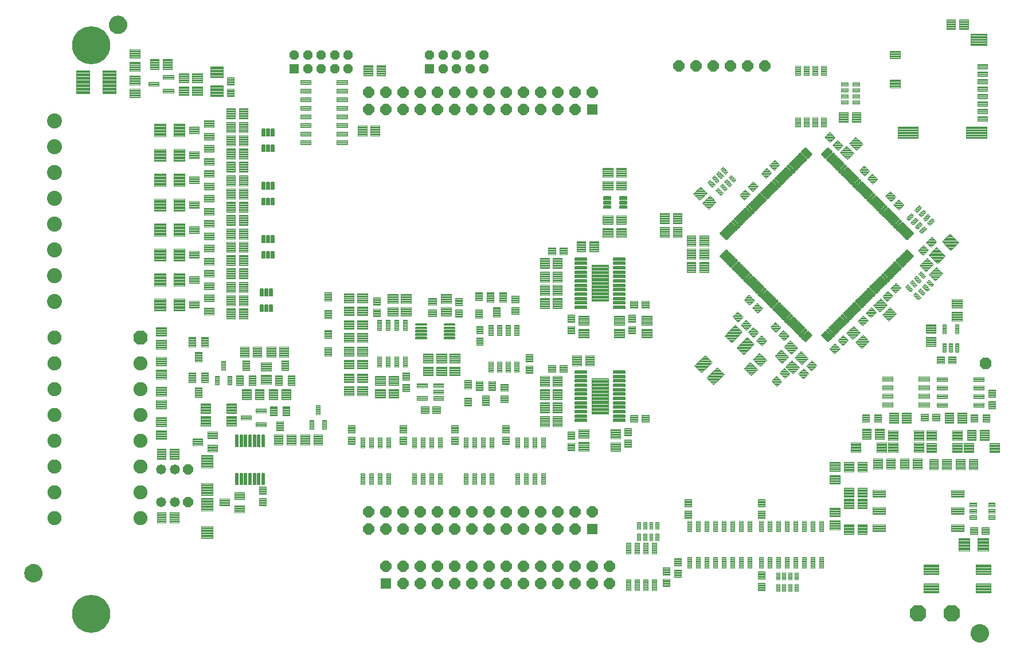
<source format=gts>
G75*
%MOIN*%
%OFA0B0*%
%FSLAX25Y25*%
%IPPOS*%
%LPD*%
%AMOC8*
5,1,8,0,0,1.08239X$1,22.5*
%
%ADD10C,0.13098*%
%ADD11OC8,0.06406*%
%ADD12R,0.06406X0.06406*%
%ADD13C,0.00494*%
%ADD14C,0.00500*%
%ADD15OC8,0.08177*%
%ADD16C,0.08177*%
%ADD17OC8,0.09555*%
%ADD18C,0.00493*%
%ADD19C,0.00449*%
%ADD20C,0.00600*%
%ADD21C,0.00444*%
%ADD22C,0.00486*%
%ADD23C,0.00551*%
%ADD24C,0.00400*%
%ADD25C,0.00487*%
%ADD26C,0.00545*%
%ADD27C,0.00408*%
%ADD28C,0.00488*%
%ADD29C,0.00432*%
%ADD30C,0.00435*%
%ADD31C,0.00525*%
%ADD32OC8,0.05815*%
%ADD33C,0.05815*%
%ADD34OC8,0.06996*%
%ADD35C,0.00421*%
%ADD36R,0.05224X0.05224*%
%ADD37OC8,0.05224*%
%ADD38C,0.08768*%
%ADD39C,0.00399*%
%ADD40C,0.00483*%
%ADD41C,0.22154*%
D10*
X0137995Y0062083D03*
X0137995Y0392791D03*
D11*
X0299412Y0365390D03*
X0309412Y0365390D03*
X0319412Y0365390D03*
X0329412Y0365390D03*
X0339412Y0365390D03*
X0349412Y0365390D03*
X0359412Y0365390D03*
X0369412Y0365390D03*
X0379412Y0365390D03*
X0389412Y0365390D03*
X0399412Y0365390D03*
X0409412Y0365390D03*
X0419412Y0365390D03*
X0429412Y0365390D03*
X0419412Y0355390D03*
X0409412Y0355390D03*
X0399412Y0355390D03*
X0389412Y0355390D03*
X0379412Y0355390D03*
X0369412Y0355390D03*
X0359412Y0355390D03*
X0349412Y0355390D03*
X0339412Y0355390D03*
X0329412Y0355390D03*
X0319412Y0355390D03*
X0309412Y0355390D03*
X0299412Y0355390D03*
X0479688Y0380679D03*
X0489688Y0380679D03*
X0499688Y0380679D03*
X0509688Y0380679D03*
X0519688Y0380679D03*
X0529688Y0380679D03*
X0429412Y0121295D03*
X0419412Y0121295D03*
X0419412Y0111295D03*
X0409412Y0111295D03*
X0399412Y0111295D03*
X0389412Y0111295D03*
X0379412Y0111295D03*
X0369412Y0111295D03*
X0359412Y0111295D03*
X0349412Y0111295D03*
X0339412Y0111295D03*
X0329412Y0111295D03*
X0319412Y0111295D03*
X0309412Y0111295D03*
X0299412Y0111295D03*
X0299412Y0121295D03*
X0309412Y0121295D03*
X0319412Y0121295D03*
X0329412Y0121295D03*
X0339412Y0121295D03*
X0349412Y0121295D03*
X0359412Y0121295D03*
X0369412Y0121295D03*
X0379412Y0121295D03*
X0389412Y0121295D03*
X0399412Y0121295D03*
X0409412Y0121295D03*
X0409333Y0089642D03*
X0399333Y0089642D03*
X0389333Y0089642D03*
X0379333Y0089642D03*
X0369333Y0089642D03*
X0359333Y0089642D03*
X0349333Y0089642D03*
X0339333Y0089642D03*
X0329333Y0089642D03*
X0319333Y0089642D03*
X0309333Y0089642D03*
X0319333Y0079642D03*
X0329333Y0079642D03*
X0339333Y0079642D03*
X0349333Y0079642D03*
X0359333Y0079642D03*
X0369333Y0079642D03*
X0379333Y0079642D03*
X0389333Y0079642D03*
X0399333Y0079642D03*
X0409333Y0079642D03*
X0419333Y0079642D03*
X0429333Y0079642D03*
X0439333Y0079642D03*
X0439333Y0089642D03*
X0429333Y0089642D03*
X0419333Y0089642D03*
D12*
X0429412Y0111295D03*
X0309333Y0079642D03*
X0429412Y0355390D03*
D13*
X0496472Y0312982D02*
X0497868Y0314378D01*
X0500654Y0311592D01*
X0499258Y0310196D01*
X0496472Y0312982D01*
X0498765Y0310689D02*
X0499751Y0310689D01*
X0500244Y0311182D02*
X0498272Y0311182D01*
X0497779Y0311675D02*
X0500571Y0311675D01*
X0500078Y0312168D02*
X0497286Y0312168D01*
X0496793Y0312661D02*
X0499585Y0312661D01*
X0499092Y0313154D02*
X0496644Y0313154D01*
X0497137Y0313647D02*
X0498599Y0313647D01*
X0498106Y0314140D02*
X0497630Y0314140D01*
X0498978Y0315488D02*
X0500374Y0316884D01*
X0503160Y0314098D01*
X0501764Y0312702D01*
X0498978Y0315488D01*
X0501271Y0313195D02*
X0502257Y0313195D01*
X0502750Y0313688D02*
X0500778Y0313688D01*
X0500285Y0314181D02*
X0503077Y0314181D01*
X0502584Y0314674D02*
X0499792Y0314674D01*
X0499299Y0315167D02*
X0502091Y0315167D01*
X0501598Y0315660D02*
X0499150Y0315660D01*
X0499643Y0316153D02*
X0501105Y0316153D01*
X0500612Y0316646D02*
X0500136Y0316646D01*
X0501483Y0317993D02*
X0502879Y0319389D01*
X0505665Y0316603D01*
X0504269Y0315207D01*
X0501483Y0317993D01*
X0503776Y0315700D02*
X0504762Y0315700D01*
X0505255Y0316193D02*
X0503283Y0316193D01*
X0502790Y0316686D02*
X0505582Y0316686D01*
X0505089Y0317179D02*
X0502297Y0317179D01*
X0501804Y0317672D02*
X0504596Y0317672D01*
X0504103Y0318165D02*
X0501655Y0318165D01*
X0502148Y0318658D02*
X0503610Y0318658D01*
X0503117Y0319151D02*
X0502641Y0319151D01*
X0503989Y0320499D02*
X0505385Y0321895D01*
X0508171Y0319109D01*
X0506775Y0317713D01*
X0503989Y0320499D01*
X0506282Y0318206D02*
X0507268Y0318206D01*
X0507761Y0318699D02*
X0505789Y0318699D01*
X0505296Y0319192D02*
X0508088Y0319192D01*
X0507595Y0319685D02*
X0504803Y0319685D01*
X0504310Y0320178D02*
X0507102Y0320178D01*
X0506609Y0320671D02*
X0504161Y0320671D01*
X0504654Y0321164D02*
X0506116Y0321164D01*
X0505623Y0321657D02*
X0505147Y0321657D01*
X0510117Y0317162D02*
X0508721Y0315766D01*
X0510117Y0317162D02*
X0512903Y0314376D01*
X0511507Y0312980D01*
X0508721Y0315766D01*
X0511014Y0313473D02*
X0512000Y0313473D01*
X0512493Y0313966D02*
X0510521Y0313966D01*
X0510028Y0314459D02*
X0512820Y0314459D01*
X0512327Y0314952D02*
X0509535Y0314952D01*
X0509042Y0315445D02*
X0511834Y0315445D01*
X0511341Y0315938D02*
X0508893Y0315938D01*
X0509386Y0316431D02*
X0510848Y0316431D01*
X0510355Y0316924D02*
X0509879Y0316924D01*
X0507612Y0314657D02*
X0506216Y0313261D01*
X0507612Y0314657D02*
X0510398Y0311871D01*
X0509002Y0310475D01*
X0506216Y0313261D01*
X0508509Y0310968D02*
X0509495Y0310968D01*
X0509988Y0311461D02*
X0508016Y0311461D01*
X0507523Y0311954D02*
X0510315Y0311954D01*
X0509822Y0312447D02*
X0507030Y0312447D01*
X0506537Y0312940D02*
X0509329Y0312940D01*
X0508836Y0313433D02*
X0506388Y0313433D01*
X0506881Y0313926D02*
X0508343Y0313926D01*
X0507850Y0314419D02*
X0507374Y0314419D01*
X0505106Y0312151D02*
X0503710Y0310755D01*
X0505106Y0312151D02*
X0507892Y0309365D01*
X0506496Y0307969D01*
X0503710Y0310755D01*
X0506003Y0308462D02*
X0506989Y0308462D01*
X0507482Y0308955D02*
X0505510Y0308955D01*
X0505017Y0309448D02*
X0507809Y0309448D01*
X0507316Y0309941D02*
X0504524Y0309941D01*
X0504031Y0310434D02*
X0506823Y0310434D01*
X0506330Y0310927D02*
X0503882Y0310927D01*
X0504375Y0311420D02*
X0505837Y0311420D01*
X0505344Y0311913D02*
X0504868Y0311913D01*
X0502601Y0309646D02*
X0501205Y0308250D01*
X0502601Y0309646D02*
X0505387Y0306860D01*
X0503991Y0305464D01*
X0501205Y0308250D01*
X0503498Y0305957D02*
X0504484Y0305957D01*
X0504977Y0306450D02*
X0503005Y0306450D01*
X0502512Y0306943D02*
X0505304Y0306943D01*
X0504811Y0307436D02*
X0502019Y0307436D01*
X0501526Y0307929D02*
X0504318Y0307929D01*
X0503825Y0308422D02*
X0501377Y0308422D01*
X0501870Y0308915D02*
X0503332Y0308915D01*
X0502839Y0309408D02*
X0502363Y0309408D01*
X0578112Y0358577D02*
X0578112Y0360551D01*
X0578112Y0358577D02*
X0574170Y0358577D01*
X0574170Y0360551D01*
X0578112Y0360551D01*
X0578112Y0359070D02*
X0574170Y0359070D01*
X0574170Y0359563D02*
X0578112Y0359563D01*
X0578112Y0360056D02*
X0574170Y0360056D01*
X0574170Y0360549D02*
X0578112Y0360549D01*
X0578112Y0362120D02*
X0578112Y0364094D01*
X0578112Y0362120D02*
X0574170Y0362120D01*
X0574170Y0364094D01*
X0578112Y0364094D01*
X0578112Y0362613D02*
X0574170Y0362613D01*
X0574170Y0363106D02*
X0578112Y0363106D01*
X0578112Y0363599D02*
X0574170Y0363599D01*
X0574170Y0364092D02*
X0578112Y0364092D01*
X0578112Y0365664D02*
X0578112Y0367638D01*
X0578112Y0365664D02*
X0574170Y0365664D01*
X0574170Y0367638D01*
X0578112Y0367638D01*
X0578112Y0366157D02*
X0574170Y0366157D01*
X0574170Y0366650D02*
X0578112Y0366650D01*
X0578112Y0367143D02*
X0574170Y0367143D01*
X0574170Y0367636D02*
X0578112Y0367636D01*
X0578112Y0369207D02*
X0578112Y0371181D01*
X0578112Y0369207D02*
X0574170Y0369207D01*
X0574170Y0371181D01*
X0578112Y0371181D01*
X0578112Y0369700D02*
X0574170Y0369700D01*
X0574170Y0370193D02*
X0578112Y0370193D01*
X0578112Y0370686D02*
X0574170Y0370686D01*
X0574170Y0371179D02*
X0578112Y0371179D01*
X0584805Y0371181D02*
X0584805Y0369207D01*
X0580863Y0369207D01*
X0580863Y0371181D01*
X0584805Y0371181D01*
X0584805Y0369700D02*
X0580863Y0369700D01*
X0580863Y0370193D02*
X0584805Y0370193D01*
X0584805Y0370686D02*
X0580863Y0370686D01*
X0580863Y0371179D02*
X0584805Y0371179D01*
X0584805Y0367638D02*
X0584805Y0365664D01*
X0580863Y0365664D01*
X0580863Y0367638D01*
X0584805Y0367638D01*
X0584805Y0366157D02*
X0580863Y0366157D01*
X0580863Y0366650D02*
X0584805Y0366650D01*
X0584805Y0367143D02*
X0580863Y0367143D01*
X0580863Y0367636D02*
X0584805Y0367636D01*
X0584805Y0364094D02*
X0584805Y0362120D01*
X0580863Y0362120D01*
X0580863Y0364094D01*
X0584805Y0364094D01*
X0584805Y0362613D02*
X0580863Y0362613D01*
X0580863Y0363106D02*
X0584805Y0363106D01*
X0584805Y0363599D02*
X0580863Y0363599D01*
X0580863Y0364092D02*
X0584805Y0364092D01*
X0584805Y0360551D02*
X0584805Y0358577D01*
X0580863Y0358577D01*
X0580863Y0360551D01*
X0584805Y0360551D01*
X0584805Y0359070D02*
X0580863Y0359070D01*
X0580863Y0359563D02*
X0584805Y0359563D01*
X0584805Y0360056D02*
X0580863Y0360056D01*
X0580863Y0360549D02*
X0584805Y0360549D01*
X0619491Y0299645D02*
X0620887Y0298249D01*
X0618101Y0295463D01*
X0616705Y0296859D01*
X0619491Y0299645D01*
X0618594Y0295956D02*
X0617608Y0295956D01*
X0617115Y0296449D02*
X0619087Y0296449D01*
X0619580Y0296942D02*
X0616788Y0296942D01*
X0617281Y0297435D02*
X0620073Y0297435D01*
X0620566Y0297928D02*
X0617774Y0297928D01*
X0618267Y0298421D02*
X0620715Y0298421D01*
X0620222Y0298914D02*
X0618760Y0298914D01*
X0619253Y0299407D02*
X0619729Y0299407D01*
X0621996Y0297139D02*
X0623392Y0295743D01*
X0620606Y0292957D01*
X0619210Y0294353D01*
X0621996Y0297139D01*
X0621099Y0293450D02*
X0620113Y0293450D01*
X0619620Y0293943D02*
X0621592Y0293943D01*
X0622085Y0294436D02*
X0619293Y0294436D01*
X0619786Y0294929D02*
X0622578Y0294929D01*
X0623071Y0295422D02*
X0620279Y0295422D01*
X0620772Y0295915D02*
X0623220Y0295915D01*
X0622727Y0296408D02*
X0621265Y0296408D01*
X0621758Y0296901D02*
X0622234Y0296901D01*
X0624502Y0294634D02*
X0625898Y0293238D01*
X0623112Y0290452D01*
X0621716Y0291848D01*
X0624502Y0294634D01*
X0623605Y0290945D02*
X0622619Y0290945D01*
X0622126Y0291438D02*
X0624098Y0291438D01*
X0624591Y0291931D02*
X0621799Y0291931D01*
X0622292Y0292424D02*
X0625084Y0292424D01*
X0625577Y0292917D02*
X0622785Y0292917D01*
X0623278Y0293410D02*
X0625726Y0293410D01*
X0625233Y0293903D02*
X0623771Y0293903D01*
X0624264Y0294396D02*
X0624740Y0294396D01*
X0627007Y0292128D02*
X0628403Y0290732D01*
X0625617Y0287946D01*
X0624221Y0289342D01*
X0627007Y0292128D01*
X0626110Y0288439D02*
X0625124Y0288439D01*
X0624631Y0288932D02*
X0626603Y0288932D01*
X0627096Y0289425D02*
X0624304Y0289425D01*
X0624797Y0289918D02*
X0627589Y0289918D01*
X0628082Y0290411D02*
X0625290Y0290411D01*
X0625783Y0290904D02*
X0628231Y0290904D01*
X0627738Y0291397D02*
X0626276Y0291397D01*
X0626769Y0291890D02*
X0627245Y0291890D01*
X0621165Y0288505D02*
X0619769Y0289901D01*
X0621165Y0288505D02*
X0618379Y0285719D01*
X0616983Y0287115D01*
X0619769Y0289901D01*
X0618872Y0286212D02*
X0617886Y0286212D01*
X0617393Y0286705D02*
X0619365Y0286705D01*
X0619858Y0287198D02*
X0617066Y0287198D01*
X0617559Y0287691D02*
X0620351Y0287691D01*
X0620844Y0288184D02*
X0618052Y0288184D01*
X0618545Y0288677D02*
X0620993Y0288677D01*
X0620500Y0289170D02*
X0619038Y0289170D01*
X0619531Y0289663D02*
X0620007Y0289663D01*
X0618660Y0291011D02*
X0617264Y0292407D01*
X0618660Y0291011D02*
X0615874Y0288225D01*
X0614478Y0289621D01*
X0617264Y0292407D01*
X0616367Y0288718D02*
X0615381Y0288718D01*
X0614888Y0289211D02*
X0616860Y0289211D01*
X0617353Y0289704D02*
X0614561Y0289704D01*
X0615054Y0290197D02*
X0617846Y0290197D01*
X0618339Y0290690D02*
X0615547Y0290690D01*
X0616040Y0291183D02*
X0618488Y0291183D01*
X0617995Y0291676D02*
X0616533Y0291676D01*
X0617026Y0292169D02*
X0617502Y0292169D01*
X0616154Y0293516D02*
X0614758Y0294912D01*
X0616154Y0293516D02*
X0613368Y0290730D01*
X0611972Y0292126D01*
X0614758Y0294912D01*
X0613861Y0291223D02*
X0612875Y0291223D01*
X0612382Y0291716D02*
X0614354Y0291716D01*
X0614847Y0292209D02*
X0612055Y0292209D01*
X0612548Y0292702D02*
X0615340Y0292702D01*
X0615833Y0293195D02*
X0613041Y0293195D01*
X0613534Y0293688D02*
X0615982Y0293688D01*
X0615489Y0294181D02*
X0614027Y0294181D01*
X0614520Y0294674D02*
X0614996Y0294674D01*
X0622275Y0287396D02*
X0623671Y0286000D01*
X0620885Y0283214D01*
X0619489Y0284610D01*
X0622275Y0287396D01*
X0621378Y0283707D02*
X0620392Y0283707D01*
X0619899Y0284200D02*
X0621871Y0284200D01*
X0622364Y0284693D02*
X0619572Y0284693D01*
X0620065Y0285186D02*
X0622857Y0285186D01*
X0623350Y0285679D02*
X0620558Y0285679D01*
X0621051Y0286172D02*
X0623499Y0286172D01*
X0623006Y0286665D02*
X0621544Y0286665D01*
X0622037Y0287158D02*
X0622513Y0287158D01*
X0623171Y0258359D02*
X0621775Y0256963D01*
X0618989Y0259749D01*
X0620385Y0261145D01*
X0623171Y0258359D01*
X0622268Y0257456D02*
X0621282Y0257456D01*
X0620789Y0257949D02*
X0622761Y0257949D01*
X0623088Y0258442D02*
X0620296Y0258442D01*
X0619803Y0258935D02*
X0622595Y0258935D01*
X0622102Y0259428D02*
X0619310Y0259428D01*
X0619161Y0259921D02*
X0621609Y0259921D01*
X0621116Y0260414D02*
X0619654Y0260414D01*
X0620147Y0260907D02*
X0620623Y0260907D01*
X0620665Y0255853D02*
X0619269Y0254457D01*
X0616483Y0257243D01*
X0617879Y0258639D01*
X0620665Y0255853D01*
X0619762Y0254950D02*
X0618776Y0254950D01*
X0618283Y0255443D02*
X0620255Y0255443D01*
X0620582Y0255936D02*
X0617790Y0255936D01*
X0617297Y0256429D02*
X0620089Y0256429D01*
X0619596Y0256922D02*
X0616804Y0256922D01*
X0616655Y0257415D02*
X0619103Y0257415D01*
X0618610Y0257908D02*
X0617148Y0257908D01*
X0617641Y0258401D02*
X0618117Y0258401D01*
X0618160Y0253348D02*
X0616764Y0251952D01*
X0613978Y0254738D01*
X0615374Y0256134D01*
X0618160Y0253348D01*
X0617257Y0252445D02*
X0616271Y0252445D01*
X0615778Y0252938D02*
X0617750Y0252938D01*
X0618077Y0253431D02*
X0615285Y0253431D01*
X0614792Y0253924D02*
X0617584Y0253924D01*
X0617091Y0254417D02*
X0614299Y0254417D01*
X0614150Y0254910D02*
X0616598Y0254910D01*
X0616105Y0255403D02*
X0614643Y0255403D01*
X0615136Y0255896D02*
X0615612Y0255896D01*
X0615654Y0250842D02*
X0614258Y0249446D01*
X0611472Y0252232D01*
X0612868Y0253628D01*
X0615654Y0250842D01*
X0614751Y0249939D02*
X0613765Y0249939D01*
X0613272Y0250432D02*
X0615244Y0250432D01*
X0615571Y0250925D02*
X0612779Y0250925D01*
X0612286Y0251418D02*
X0615078Y0251418D01*
X0614585Y0251911D02*
X0611793Y0251911D01*
X0611644Y0252404D02*
X0614092Y0252404D01*
X0613599Y0252897D02*
X0612137Y0252897D01*
X0612630Y0253390D02*
X0613106Y0253390D01*
X0620387Y0246110D02*
X0618991Y0244714D01*
X0616205Y0247500D01*
X0617601Y0248896D01*
X0620387Y0246110D01*
X0619484Y0245207D02*
X0618498Y0245207D01*
X0618005Y0245700D02*
X0619977Y0245700D01*
X0620304Y0246193D02*
X0617512Y0246193D01*
X0617019Y0246686D02*
X0619811Y0246686D01*
X0619318Y0247179D02*
X0616526Y0247179D01*
X0616377Y0247672D02*
X0618825Y0247672D01*
X0618332Y0248165D02*
X0616870Y0248165D01*
X0617363Y0248658D02*
X0617839Y0248658D01*
X0621496Y0247219D02*
X0622892Y0248615D01*
X0621496Y0247219D02*
X0618710Y0250005D01*
X0620106Y0251401D01*
X0622892Y0248615D01*
X0621989Y0247712D02*
X0621003Y0247712D01*
X0620510Y0248205D02*
X0622482Y0248205D01*
X0622809Y0248698D02*
X0620017Y0248698D01*
X0619524Y0249191D02*
X0622316Y0249191D01*
X0621823Y0249684D02*
X0619031Y0249684D01*
X0618882Y0250177D02*
X0621330Y0250177D01*
X0620837Y0250670D02*
X0619375Y0250670D01*
X0619868Y0251163D02*
X0620344Y0251163D01*
X0624002Y0249725D02*
X0625398Y0251121D01*
X0624002Y0249725D02*
X0621216Y0252511D01*
X0622612Y0253907D01*
X0625398Y0251121D01*
X0624495Y0250218D02*
X0623509Y0250218D01*
X0623016Y0250711D02*
X0624988Y0250711D01*
X0625315Y0251204D02*
X0622523Y0251204D01*
X0622030Y0251697D02*
X0624822Y0251697D01*
X0624329Y0252190D02*
X0621537Y0252190D01*
X0621388Y0252683D02*
X0623836Y0252683D01*
X0623343Y0253176D02*
X0621881Y0253176D01*
X0622374Y0253669D02*
X0622850Y0253669D01*
X0626507Y0252230D02*
X0627903Y0253626D01*
X0626507Y0252230D02*
X0623721Y0255016D01*
X0625117Y0256412D01*
X0627903Y0253626D01*
X0627000Y0252723D02*
X0626014Y0252723D01*
X0625521Y0253216D02*
X0627493Y0253216D01*
X0627820Y0253709D02*
X0625028Y0253709D01*
X0624535Y0254202D02*
X0627327Y0254202D01*
X0626834Y0254695D02*
X0624042Y0254695D01*
X0623893Y0255188D02*
X0626341Y0255188D01*
X0625848Y0255681D02*
X0624386Y0255681D01*
X0624879Y0256174D02*
X0625355Y0256174D01*
X0468140Y0111505D02*
X0466166Y0111505D01*
X0466166Y0115447D01*
X0468140Y0115447D01*
X0468140Y0111505D01*
X0468140Y0111998D02*
X0466166Y0111998D01*
X0466166Y0112491D02*
X0468140Y0112491D01*
X0468140Y0112984D02*
X0466166Y0112984D01*
X0466166Y0113477D02*
X0468140Y0113477D01*
X0468140Y0113970D02*
X0466166Y0113970D01*
X0466166Y0114463D02*
X0468140Y0114463D01*
X0468140Y0114956D02*
X0466166Y0114956D01*
X0464596Y0111505D02*
X0462622Y0111505D01*
X0462622Y0115447D01*
X0464596Y0115447D01*
X0464596Y0111505D01*
X0464596Y0111998D02*
X0462622Y0111998D01*
X0462622Y0112491D02*
X0464596Y0112491D01*
X0464596Y0112984D02*
X0462622Y0112984D01*
X0462622Y0113477D02*
X0464596Y0113477D01*
X0464596Y0113970D02*
X0462622Y0113970D01*
X0462622Y0114463D02*
X0464596Y0114463D01*
X0464596Y0114956D02*
X0462622Y0114956D01*
X0461053Y0111505D02*
X0459079Y0111505D01*
X0459079Y0115447D01*
X0461053Y0115447D01*
X0461053Y0111505D01*
X0461053Y0111998D02*
X0459079Y0111998D01*
X0459079Y0112491D02*
X0461053Y0112491D01*
X0461053Y0112984D02*
X0459079Y0112984D01*
X0459079Y0113477D02*
X0461053Y0113477D01*
X0461053Y0113970D02*
X0459079Y0113970D01*
X0459079Y0114463D02*
X0461053Y0114463D01*
X0461053Y0114956D02*
X0459079Y0114956D01*
X0457510Y0111505D02*
X0455536Y0111505D01*
X0455536Y0115447D01*
X0457510Y0115447D01*
X0457510Y0111505D01*
X0457510Y0111998D02*
X0455536Y0111998D01*
X0455536Y0112491D02*
X0457510Y0112491D01*
X0457510Y0112984D02*
X0455536Y0112984D01*
X0455536Y0113477D02*
X0457510Y0113477D01*
X0457510Y0113970D02*
X0455536Y0113970D01*
X0455536Y0114463D02*
X0457510Y0114463D01*
X0457510Y0114956D02*
X0455536Y0114956D01*
X0455536Y0104812D02*
X0457510Y0104812D01*
X0455536Y0104812D02*
X0455536Y0108754D01*
X0457510Y0108754D01*
X0457510Y0104812D01*
X0457510Y0105305D02*
X0455536Y0105305D01*
X0455536Y0105798D02*
X0457510Y0105798D01*
X0457510Y0106291D02*
X0455536Y0106291D01*
X0455536Y0106784D02*
X0457510Y0106784D01*
X0457510Y0107277D02*
X0455536Y0107277D01*
X0455536Y0107770D02*
X0457510Y0107770D01*
X0457510Y0108263D02*
X0455536Y0108263D01*
X0459079Y0104812D02*
X0461053Y0104812D01*
X0459079Y0104812D02*
X0459079Y0108754D01*
X0461053Y0108754D01*
X0461053Y0104812D01*
X0461053Y0105305D02*
X0459079Y0105305D01*
X0459079Y0105798D02*
X0461053Y0105798D01*
X0461053Y0106291D02*
X0459079Y0106291D01*
X0459079Y0106784D02*
X0461053Y0106784D01*
X0461053Y0107277D02*
X0459079Y0107277D01*
X0459079Y0107770D02*
X0461053Y0107770D01*
X0461053Y0108263D02*
X0459079Y0108263D01*
X0462622Y0104812D02*
X0464596Y0104812D01*
X0462622Y0104812D02*
X0462622Y0108754D01*
X0464596Y0108754D01*
X0464596Y0104812D01*
X0464596Y0105305D02*
X0462622Y0105305D01*
X0462622Y0105798D02*
X0464596Y0105798D01*
X0464596Y0106291D02*
X0462622Y0106291D01*
X0462622Y0106784D02*
X0464596Y0106784D01*
X0464596Y0107277D02*
X0462622Y0107277D01*
X0462622Y0107770D02*
X0464596Y0107770D01*
X0464596Y0108263D02*
X0462622Y0108263D01*
X0466166Y0104812D02*
X0468140Y0104812D01*
X0466166Y0104812D02*
X0466166Y0108754D01*
X0468140Y0108754D01*
X0468140Y0104812D01*
X0468140Y0105305D02*
X0466166Y0105305D01*
X0466166Y0105798D02*
X0468140Y0105798D01*
X0468140Y0106291D02*
X0466166Y0106291D01*
X0466166Y0106784D02*
X0468140Y0106784D01*
X0468140Y0107277D02*
X0466166Y0107277D01*
X0466166Y0107770D02*
X0468140Y0107770D01*
X0468140Y0108263D02*
X0466166Y0108263D01*
X0536386Y0085997D02*
X0538360Y0085997D01*
X0538360Y0082055D01*
X0536386Y0082055D01*
X0536386Y0085997D01*
X0536386Y0082548D02*
X0538360Y0082548D01*
X0538360Y0083041D02*
X0536386Y0083041D01*
X0536386Y0083534D02*
X0538360Y0083534D01*
X0538360Y0084027D02*
X0536386Y0084027D01*
X0536386Y0084520D02*
X0538360Y0084520D01*
X0538360Y0085013D02*
X0536386Y0085013D01*
X0536386Y0085506D02*
X0538360Y0085506D01*
X0539929Y0085997D02*
X0541903Y0085997D01*
X0541903Y0082055D01*
X0539929Y0082055D01*
X0539929Y0085997D01*
X0539929Y0082548D02*
X0541903Y0082548D01*
X0541903Y0083041D02*
X0539929Y0083041D01*
X0539929Y0083534D02*
X0541903Y0083534D01*
X0541903Y0084027D02*
X0539929Y0084027D01*
X0539929Y0084520D02*
X0541903Y0084520D01*
X0541903Y0085013D02*
X0539929Y0085013D01*
X0539929Y0085506D02*
X0541903Y0085506D01*
X0543472Y0085997D02*
X0545446Y0085997D01*
X0545446Y0082055D01*
X0543472Y0082055D01*
X0543472Y0085997D01*
X0543472Y0082548D02*
X0545446Y0082548D01*
X0545446Y0083041D02*
X0543472Y0083041D01*
X0543472Y0083534D02*
X0545446Y0083534D01*
X0545446Y0084027D02*
X0543472Y0084027D01*
X0543472Y0084520D02*
X0545446Y0084520D01*
X0545446Y0085013D02*
X0543472Y0085013D01*
X0543472Y0085506D02*
X0545446Y0085506D01*
X0547016Y0085997D02*
X0548990Y0085997D01*
X0548990Y0082055D01*
X0547016Y0082055D01*
X0547016Y0085997D01*
X0547016Y0082548D02*
X0548990Y0082548D01*
X0548990Y0083041D02*
X0547016Y0083041D01*
X0547016Y0083534D02*
X0548990Y0083534D01*
X0548990Y0084027D02*
X0547016Y0084027D01*
X0547016Y0084520D02*
X0548990Y0084520D01*
X0548990Y0085013D02*
X0547016Y0085013D01*
X0547016Y0085506D02*
X0548990Y0085506D01*
X0548990Y0079304D02*
X0547016Y0079304D01*
X0548990Y0079304D02*
X0548990Y0075362D01*
X0547016Y0075362D01*
X0547016Y0079304D01*
X0547016Y0075855D02*
X0548990Y0075855D01*
X0548990Y0076348D02*
X0547016Y0076348D01*
X0547016Y0076841D02*
X0548990Y0076841D01*
X0548990Y0077334D02*
X0547016Y0077334D01*
X0547016Y0077827D02*
X0548990Y0077827D01*
X0548990Y0078320D02*
X0547016Y0078320D01*
X0547016Y0078813D02*
X0548990Y0078813D01*
X0545446Y0079304D02*
X0543472Y0079304D01*
X0545446Y0079304D02*
X0545446Y0075362D01*
X0543472Y0075362D01*
X0543472Y0079304D01*
X0543472Y0075855D02*
X0545446Y0075855D01*
X0545446Y0076348D02*
X0543472Y0076348D01*
X0543472Y0076841D02*
X0545446Y0076841D01*
X0545446Y0077334D02*
X0543472Y0077334D01*
X0543472Y0077827D02*
X0545446Y0077827D01*
X0545446Y0078320D02*
X0543472Y0078320D01*
X0543472Y0078813D02*
X0545446Y0078813D01*
X0541903Y0079304D02*
X0539929Y0079304D01*
X0541903Y0079304D02*
X0541903Y0075362D01*
X0539929Y0075362D01*
X0539929Y0079304D01*
X0539929Y0075855D02*
X0541903Y0075855D01*
X0541903Y0076348D02*
X0539929Y0076348D01*
X0539929Y0076841D02*
X0541903Y0076841D01*
X0541903Y0077334D02*
X0539929Y0077334D01*
X0539929Y0077827D02*
X0541903Y0077827D01*
X0541903Y0078320D02*
X0539929Y0078320D01*
X0539929Y0078813D02*
X0541903Y0078813D01*
X0538360Y0079304D02*
X0536386Y0079304D01*
X0538360Y0079304D02*
X0538360Y0075362D01*
X0536386Y0075362D01*
X0536386Y0079304D01*
X0536386Y0075855D02*
X0538360Y0075855D01*
X0538360Y0076348D02*
X0536386Y0076348D01*
X0536386Y0076841D02*
X0538360Y0076841D01*
X0538360Y0077334D02*
X0536386Y0077334D01*
X0536386Y0077827D02*
X0538360Y0077827D01*
X0538360Y0078320D02*
X0536386Y0078320D01*
X0536386Y0078813D02*
X0538360Y0078813D01*
D14*
X0102030Y0081375D02*
X0101316Y0081875D01*
X0100700Y0082491D01*
X0100200Y0083205D01*
X0099832Y0083995D01*
X0099606Y0084836D01*
X0099530Y0085705D01*
X0099606Y0086573D01*
X0099832Y0087415D01*
X0100200Y0088205D01*
X0100700Y0088919D01*
X0101316Y0089535D01*
X0102030Y0090035D01*
X0102820Y0090403D01*
X0103662Y0090629D01*
X0104530Y0090705D01*
X0105398Y0090629D01*
X0106240Y0090403D01*
X0107030Y0090035D01*
X0107744Y0089535D01*
X0108360Y0088919D01*
X0108860Y0088205D01*
X0109229Y0087415D01*
X0109454Y0086573D01*
X0109530Y0085705D01*
X0109454Y0084836D01*
X0109229Y0083995D01*
X0108860Y0083205D01*
X0108360Y0082491D01*
X0107744Y0081875D01*
X0107030Y0081375D01*
X0106240Y0081006D01*
X0105398Y0080781D01*
X0104530Y0080705D01*
X0103662Y0080781D01*
X0102820Y0081006D01*
X0102030Y0081375D01*
X0102175Y0081307D02*
X0106885Y0081307D01*
X0107646Y0081806D02*
X0101415Y0081806D01*
X0100887Y0082304D02*
X0108174Y0082304D01*
X0108579Y0082803D02*
X0100482Y0082803D01*
X0100155Y0083301D02*
X0108905Y0083301D01*
X0109138Y0083800D02*
X0099923Y0083800D01*
X0099750Y0084298D02*
X0109310Y0084298D01*
X0109444Y0084797D02*
X0099617Y0084797D01*
X0099566Y0085295D02*
X0109494Y0085295D01*
X0109522Y0085794D02*
X0099538Y0085794D01*
X0099582Y0086292D02*
X0109479Y0086292D01*
X0109396Y0086791D02*
X0099664Y0086791D01*
X0099798Y0087289D02*
X0109262Y0087289D01*
X0109055Y0087788D02*
X0100006Y0087788D01*
X0100257Y0088286D02*
X0108803Y0088286D01*
X0108454Y0088785D02*
X0100606Y0088785D01*
X0101065Y0089283D02*
X0107996Y0089283D01*
X0107392Y0089782D02*
X0101669Y0089782D01*
X0102556Y0090280D02*
X0106504Y0090280D01*
X0105502Y0080809D02*
X0103558Y0080809D01*
X0152875Y0399678D02*
X0152033Y0399904D01*
X0151243Y0400272D01*
X0150529Y0400772D01*
X0149913Y0401388D01*
X0149413Y0402102D01*
X0149044Y0402892D01*
X0148819Y0403734D01*
X0148743Y0404602D01*
X0148819Y0405471D01*
X0149044Y0406312D01*
X0149413Y0407102D01*
X0149913Y0407816D01*
X0150529Y0408433D01*
X0151243Y0408932D01*
X0152033Y0409301D01*
X0152875Y0409526D01*
X0153743Y0409602D01*
X0154611Y0409526D01*
X0155453Y0409301D01*
X0156243Y0408932D01*
X0156957Y0408433D01*
X0157573Y0407816D01*
X0158073Y0407102D01*
X0158441Y0406312D01*
X0158667Y0405471D01*
X0158743Y0404602D01*
X0158667Y0403734D01*
X0158441Y0402892D01*
X0158073Y0402102D01*
X0157573Y0401388D01*
X0156957Y0400772D01*
X0156243Y0400272D01*
X0155453Y0399904D01*
X0154611Y0399678D01*
X0153743Y0399602D01*
X0152875Y0399678D01*
X0152212Y0399856D02*
X0155273Y0399856D01*
X0156360Y0400354D02*
X0151126Y0400354D01*
X0150448Y0400853D02*
X0157037Y0400853D01*
X0157536Y0401351D02*
X0149950Y0401351D01*
X0149589Y0401850D02*
X0157896Y0401850D01*
X0158188Y0402348D02*
X0149298Y0402348D01*
X0149065Y0402847D02*
X0158420Y0402847D01*
X0158563Y0403345D02*
X0148923Y0403345D01*
X0148809Y0403844D02*
X0158676Y0403844D01*
X0158720Y0404342D02*
X0148766Y0404342D01*
X0148764Y0404841D02*
X0158722Y0404841D01*
X0158678Y0405339D02*
X0148807Y0405339D01*
X0148917Y0405838D02*
X0158568Y0405838D01*
X0158430Y0406336D02*
X0149055Y0406336D01*
X0149288Y0406835D02*
X0158198Y0406835D01*
X0157911Y0407333D02*
X0149574Y0407333D01*
X0149928Y0407832D02*
X0157557Y0407832D01*
X0157059Y0408330D02*
X0150427Y0408330D01*
X0151095Y0408829D02*
X0156391Y0408829D01*
X0155353Y0409328D02*
X0152132Y0409328D01*
X0650895Y0053954D02*
X0651511Y0054570D01*
X0652225Y0055070D01*
X0653015Y0055439D01*
X0653857Y0055664D01*
X0654725Y0055740D01*
X0655593Y0055664D01*
X0656435Y0055439D01*
X0657225Y0055070D01*
X0657939Y0054570D01*
X0658555Y0053954D01*
X0659055Y0053240D01*
X0659424Y0052450D01*
X0659649Y0051608D01*
X0659725Y0050740D01*
X0659649Y0049872D01*
X0659424Y0049030D01*
X0659055Y0048240D01*
X0658555Y0047526D01*
X0657939Y0046910D01*
X0657225Y0046410D01*
X0656435Y0046042D01*
X0655593Y0045816D01*
X0654725Y0045740D01*
X0653857Y0045816D01*
X0653015Y0046042D01*
X0652225Y0046410D01*
X0651511Y0046910D01*
X0650895Y0047526D01*
X0650395Y0048240D01*
X0650027Y0049030D01*
X0649801Y0049872D01*
X0649725Y0050740D01*
X0649801Y0051608D01*
X0650027Y0052450D01*
X0650395Y0053240D01*
X0650895Y0053954D01*
X0650849Y0053889D02*
X0658601Y0053889D01*
X0658950Y0053390D02*
X0650500Y0053390D01*
X0650233Y0052892D02*
X0659218Y0052892D01*
X0659439Y0052393D02*
X0650011Y0052393D01*
X0649878Y0051895D02*
X0659572Y0051895D01*
X0659668Y0051396D02*
X0649782Y0051396D01*
X0649739Y0050898D02*
X0659711Y0050898D01*
X0659695Y0050399D02*
X0649755Y0050399D01*
X0649798Y0049901D02*
X0659652Y0049901D01*
X0659523Y0049402D02*
X0649927Y0049402D01*
X0650085Y0048904D02*
X0659365Y0048904D01*
X0659132Y0048405D02*
X0650318Y0048405D01*
X0650628Y0047907D02*
X0658822Y0047907D01*
X0658437Y0047408D02*
X0651013Y0047408D01*
X0651511Y0046910D02*
X0657939Y0046910D01*
X0657227Y0046411D02*
X0652223Y0046411D01*
X0653496Y0045913D02*
X0655954Y0045913D01*
X0658122Y0054387D02*
X0651328Y0054387D01*
X0651962Y0054886D02*
X0657488Y0054886D01*
X0656551Y0055384D02*
X0652899Y0055384D01*
D15*
X0166932Y0222850D03*
D16*
X0166932Y0207850D03*
X0166932Y0192850D03*
X0166932Y0177850D03*
X0166932Y0162850D03*
X0166932Y0147850D03*
X0166932Y0132850D03*
X0166932Y0117850D03*
X0116932Y0117850D03*
X0116932Y0132850D03*
X0116932Y0147850D03*
X0116932Y0162850D03*
X0116932Y0177850D03*
X0116932Y0192850D03*
X0116932Y0207850D03*
X0116932Y0222850D03*
D17*
X0618845Y0062429D03*
X0638530Y0062429D03*
D18*
X0563892Y0088775D02*
X0563892Y0094883D01*
X0563892Y0088775D02*
X0561484Y0088775D01*
X0561484Y0094883D01*
X0563892Y0094883D01*
X0563892Y0089267D02*
X0561484Y0089267D01*
X0561484Y0089759D02*
X0563892Y0089759D01*
X0563892Y0090251D02*
X0561484Y0090251D01*
X0561484Y0090743D02*
X0563892Y0090743D01*
X0563892Y0091235D02*
X0561484Y0091235D01*
X0561484Y0091727D02*
X0563892Y0091727D01*
X0563892Y0092219D02*
X0561484Y0092219D01*
X0561484Y0092711D02*
X0563892Y0092711D01*
X0563892Y0093203D02*
X0561484Y0093203D01*
X0561484Y0093695D02*
X0563892Y0093695D01*
X0563892Y0094187D02*
X0561484Y0094187D01*
X0561484Y0094679D02*
X0563892Y0094679D01*
X0558892Y0094883D02*
X0558892Y0088775D01*
X0556484Y0088775D01*
X0556484Y0094883D01*
X0558892Y0094883D01*
X0558892Y0089267D02*
X0556484Y0089267D01*
X0556484Y0089759D02*
X0558892Y0089759D01*
X0558892Y0090251D02*
X0556484Y0090251D01*
X0556484Y0090743D02*
X0558892Y0090743D01*
X0558892Y0091235D02*
X0556484Y0091235D01*
X0556484Y0091727D02*
X0558892Y0091727D01*
X0558892Y0092219D02*
X0556484Y0092219D01*
X0556484Y0092711D02*
X0558892Y0092711D01*
X0558892Y0093203D02*
X0556484Y0093203D01*
X0556484Y0093695D02*
X0558892Y0093695D01*
X0558892Y0094187D02*
X0556484Y0094187D01*
X0556484Y0094679D02*
X0558892Y0094679D01*
X0553892Y0094883D02*
X0553892Y0088775D01*
X0551484Y0088775D01*
X0551484Y0094883D01*
X0553892Y0094883D01*
X0553892Y0089267D02*
X0551484Y0089267D01*
X0551484Y0089759D02*
X0553892Y0089759D01*
X0553892Y0090251D02*
X0551484Y0090251D01*
X0551484Y0090743D02*
X0553892Y0090743D01*
X0553892Y0091235D02*
X0551484Y0091235D01*
X0551484Y0091727D02*
X0553892Y0091727D01*
X0553892Y0092219D02*
X0551484Y0092219D01*
X0551484Y0092711D02*
X0553892Y0092711D01*
X0553892Y0093203D02*
X0551484Y0093203D01*
X0551484Y0093695D02*
X0553892Y0093695D01*
X0553892Y0094187D02*
X0551484Y0094187D01*
X0551484Y0094679D02*
X0553892Y0094679D01*
X0548892Y0094883D02*
X0548892Y0088775D01*
X0546484Y0088775D01*
X0546484Y0094883D01*
X0548892Y0094883D01*
X0548892Y0089267D02*
X0546484Y0089267D01*
X0546484Y0089759D02*
X0548892Y0089759D01*
X0548892Y0090251D02*
X0546484Y0090251D01*
X0546484Y0090743D02*
X0548892Y0090743D01*
X0548892Y0091235D02*
X0546484Y0091235D01*
X0546484Y0091727D02*
X0548892Y0091727D01*
X0548892Y0092219D02*
X0546484Y0092219D01*
X0546484Y0092711D02*
X0548892Y0092711D01*
X0548892Y0093203D02*
X0546484Y0093203D01*
X0546484Y0093695D02*
X0548892Y0093695D01*
X0548892Y0094187D02*
X0546484Y0094187D01*
X0546484Y0094679D02*
X0548892Y0094679D01*
X0543892Y0094883D02*
X0543892Y0088775D01*
X0541484Y0088775D01*
X0541484Y0094883D01*
X0543892Y0094883D01*
X0543892Y0089267D02*
X0541484Y0089267D01*
X0541484Y0089759D02*
X0543892Y0089759D01*
X0543892Y0090251D02*
X0541484Y0090251D01*
X0541484Y0090743D02*
X0543892Y0090743D01*
X0543892Y0091235D02*
X0541484Y0091235D01*
X0541484Y0091727D02*
X0543892Y0091727D01*
X0543892Y0092219D02*
X0541484Y0092219D01*
X0541484Y0092711D02*
X0543892Y0092711D01*
X0543892Y0093203D02*
X0541484Y0093203D01*
X0541484Y0093695D02*
X0543892Y0093695D01*
X0543892Y0094187D02*
X0541484Y0094187D01*
X0541484Y0094679D02*
X0543892Y0094679D01*
X0538892Y0094883D02*
X0538892Y0088775D01*
X0536484Y0088775D01*
X0536484Y0094883D01*
X0538892Y0094883D01*
X0538892Y0089267D02*
X0536484Y0089267D01*
X0536484Y0089759D02*
X0538892Y0089759D01*
X0538892Y0090251D02*
X0536484Y0090251D01*
X0536484Y0090743D02*
X0538892Y0090743D01*
X0538892Y0091235D02*
X0536484Y0091235D01*
X0536484Y0091727D02*
X0538892Y0091727D01*
X0538892Y0092219D02*
X0536484Y0092219D01*
X0536484Y0092711D02*
X0538892Y0092711D01*
X0538892Y0093203D02*
X0536484Y0093203D01*
X0536484Y0093695D02*
X0538892Y0093695D01*
X0538892Y0094187D02*
X0536484Y0094187D01*
X0536484Y0094679D02*
X0538892Y0094679D01*
X0533892Y0094883D02*
X0533892Y0088775D01*
X0531484Y0088775D01*
X0531484Y0094883D01*
X0533892Y0094883D01*
X0533892Y0089267D02*
X0531484Y0089267D01*
X0531484Y0089759D02*
X0533892Y0089759D01*
X0533892Y0090251D02*
X0531484Y0090251D01*
X0531484Y0090743D02*
X0533892Y0090743D01*
X0533892Y0091235D02*
X0531484Y0091235D01*
X0531484Y0091727D02*
X0533892Y0091727D01*
X0533892Y0092219D02*
X0531484Y0092219D01*
X0531484Y0092711D02*
X0533892Y0092711D01*
X0533892Y0093203D02*
X0531484Y0093203D01*
X0531484Y0093695D02*
X0533892Y0093695D01*
X0533892Y0094187D02*
X0531484Y0094187D01*
X0531484Y0094679D02*
X0533892Y0094679D01*
X0528892Y0094883D02*
X0528892Y0088775D01*
X0526484Y0088775D01*
X0526484Y0094883D01*
X0528892Y0094883D01*
X0528892Y0089267D02*
X0526484Y0089267D01*
X0526484Y0089759D02*
X0528892Y0089759D01*
X0528892Y0090251D02*
X0526484Y0090251D01*
X0526484Y0090743D02*
X0528892Y0090743D01*
X0528892Y0091235D02*
X0526484Y0091235D01*
X0526484Y0091727D02*
X0528892Y0091727D01*
X0528892Y0092219D02*
X0526484Y0092219D01*
X0526484Y0092711D02*
X0528892Y0092711D01*
X0528892Y0093203D02*
X0526484Y0093203D01*
X0526484Y0093695D02*
X0528892Y0093695D01*
X0528892Y0094187D02*
X0526484Y0094187D01*
X0526484Y0094679D02*
X0528892Y0094679D01*
X0522142Y0094883D02*
X0522142Y0088775D01*
X0519734Y0088775D01*
X0519734Y0094883D01*
X0522142Y0094883D01*
X0522142Y0089267D02*
X0519734Y0089267D01*
X0519734Y0089759D02*
X0522142Y0089759D01*
X0522142Y0090251D02*
X0519734Y0090251D01*
X0519734Y0090743D02*
X0522142Y0090743D01*
X0522142Y0091235D02*
X0519734Y0091235D01*
X0519734Y0091727D02*
X0522142Y0091727D01*
X0522142Y0092219D02*
X0519734Y0092219D01*
X0519734Y0092711D02*
X0522142Y0092711D01*
X0522142Y0093203D02*
X0519734Y0093203D01*
X0519734Y0093695D02*
X0522142Y0093695D01*
X0522142Y0094187D02*
X0519734Y0094187D01*
X0519734Y0094679D02*
X0522142Y0094679D01*
X0517142Y0094883D02*
X0517142Y0088775D01*
X0514734Y0088775D01*
X0514734Y0094883D01*
X0517142Y0094883D01*
X0517142Y0089267D02*
X0514734Y0089267D01*
X0514734Y0089759D02*
X0517142Y0089759D01*
X0517142Y0090251D02*
X0514734Y0090251D01*
X0514734Y0090743D02*
X0517142Y0090743D01*
X0517142Y0091235D02*
X0514734Y0091235D01*
X0514734Y0091727D02*
X0517142Y0091727D01*
X0517142Y0092219D02*
X0514734Y0092219D01*
X0514734Y0092711D02*
X0517142Y0092711D01*
X0517142Y0093203D02*
X0514734Y0093203D01*
X0514734Y0093695D02*
X0517142Y0093695D01*
X0517142Y0094187D02*
X0514734Y0094187D01*
X0514734Y0094679D02*
X0517142Y0094679D01*
X0512142Y0094883D02*
X0512142Y0088775D01*
X0509734Y0088775D01*
X0509734Y0094883D01*
X0512142Y0094883D01*
X0512142Y0089267D02*
X0509734Y0089267D01*
X0509734Y0089759D02*
X0512142Y0089759D01*
X0512142Y0090251D02*
X0509734Y0090251D01*
X0509734Y0090743D02*
X0512142Y0090743D01*
X0512142Y0091235D02*
X0509734Y0091235D01*
X0509734Y0091727D02*
X0512142Y0091727D01*
X0512142Y0092219D02*
X0509734Y0092219D01*
X0509734Y0092711D02*
X0512142Y0092711D01*
X0512142Y0093203D02*
X0509734Y0093203D01*
X0509734Y0093695D02*
X0512142Y0093695D01*
X0512142Y0094187D02*
X0509734Y0094187D01*
X0509734Y0094679D02*
X0512142Y0094679D01*
X0507142Y0094883D02*
X0507142Y0088775D01*
X0504734Y0088775D01*
X0504734Y0094883D01*
X0507142Y0094883D01*
X0507142Y0089267D02*
X0504734Y0089267D01*
X0504734Y0089759D02*
X0507142Y0089759D01*
X0507142Y0090251D02*
X0504734Y0090251D01*
X0504734Y0090743D02*
X0507142Y0090743D01*
X0507142Y0091235D02*
X0504734Y0091235D01*
X0504734Y0091727D02*
X0507142Y0091727D01*
X0507142Y0092219D02*
X0504734Y0092219D01*
X0504734Y0092711D02*
X0507142Y0092711D01*
X0507142Y0093203D02*
X0504734Y0093203D01*
X0504734Y0093695D02*
X0507142Y0093695D01*
X0507142Y0094187D02*
X0504734Y0094187D01*
X0504734Y0094679D02*
X0507142Y0094679D01*
X0502142Y0094883D02*
X0502142Y0088775D01*
X0499734Y0088775D01*
X0499734Y0094883D01*
X0502142Y0094883D01*
X0502142Y0089267D02*
X0499734Y0089267D01*
X0499734Y0089759D02*
X0502142Y0089759D01*
X0502142Y0090251D02*
X0499734Y0090251D01*
X0499734Y0090743D02*
X0502142Y0090743D01*
X0502142Y0091235D02*
X0499734Y0091235D01*
X0499734Y0091727D02*
X0502142Y0091727D01*
X0502142Y0092219D02*
X0499734Y0092219D01*
X0499734Y0092711D02*
X0502142Y0092711D01*
X0502142Y0093203D02*
X0499734Y0093203D01*
X0499734Y0093695D02*
X0502142Y0093695D01*
X0502142Y0094187D02*
X0499734Y0094187D01*
X0499734Y0094679D02*
X0502142Y0094679D01*
X0497142Y0094883D02*
X0497142Y0088775D01*
X0494734Y0088775D01*
X0494734Y0094883D01*
X0497142Y0094883D01*
X0497142Y0089267D02*
X0494734Y0089267D01*
X0494734Y0089759D02*
X0497142Y0089759D01*
X0497142Y0090251D02*
X0494734Y0090251D01*
X0494734Y0090743D02*
X0497142Y0090743D01*
X0497142Y0091235D02*
X0494734Y0091235D01*
X0494734Y0091727D02*
X0497142Y0091727D01*
X0497142Y0092219D02*
X0494734Y0092219D01*
X0494734Y0092711D02*
X0497142Y0092711D01*
X0497142Y0093203D02*
X0494734Y0093203D01*
X0494734Y0093695D02*
X0497142Y0093695D01*
X0497142Y0094187D02*
X0494734Y0094187D01*
X0494734Y0094679D02*
X0497142Y0094679D01*
X0492142Y0094883D02*
X0492142Y0088775D01*
X0489734Y0088775D01*
X0489734Y0094883D01*
X0492142Y0094883D01*
X0492142Y0089267D02*
X0489734Y0089267D01*
X0489734Y0089759D02*
X0492142Y0089759D01*
X0492142Y0090251D02*
X0489734Y0090251D01*
X0489734Y0090743D02*
X0492142Y0090743D01*
X0492142Y0091235D02*
X0489734Y0091235D01*
X0489734Y0091727D02*
X0492142Y0091727D01*
X0492142Y0092219D02*
X0489734Y0092219D01*
X0489734Y0092711D02*
X0492142Y0092711D01*
X0492142Y0093203D02*
X0489734Y0093203D01*
X0489734Y0093695D02*
X0492142Y0093695D01*
X0492142Y0094187D02*
X0489734Y0094187D01*
X0489734Y0094679D02*
X0492142Y0094679D01*
X0487142Y0094883D02*
X0487142Y0088775D01*
X0484734Y0088775D01*
X0484734Y0094883D01*
X0487142Y0094883D01*
X0487142Y0089267D02*
X0484734Y0089267D01*
X0484734Y0089759D02*
X0487142Y0089759D01*
X0487142Y0090251D02*
X0484734Y0090251D01*
X0484734Y0090743D02*
X0487142Y0090743D01*
X0487142Y0091235D02*
X0484734Y0091235D01*
X0484734Y0091727D02*
X0487142Y0091727D01*
X0487142Y0092219D02*
X0484734Y0092219D01*
X0484734Y0092711D02*
X0487142Y0092711D01*
X0487142Y0093203D02*
X0484734Y0093203D01*
X0484734Y0093695D02*
X0487142Y0093695D01*
X0487142Y0094187D02*
X0484734Y0094187D01*
X0484734Y0094679D02*
X0487142Y0094679D01*
X0487142Y0109975D02*
X0487142Y0116083D01*
X0487142Y0109975D02*
X0484734Y0109975D01*
X0484734Y0116083D01*
X0487142Y0116083D01*
X0487142Y0110467D02*
X0484734Y0110467D01*
X0484734Y0110959D02*
X0487142Y0110959D01*
X0487142Y0111451D02*
X0484734Y0111451D01*
X0484734Y0111943D02*
X0487142Y0111943D01*
X0487142Y0112435D02*
X0484734Y0112435D01*
X0484734Y0112927D02*
X0487142Y0112927D01*
X0487142Y0113419D02*
X0484734Y0113419D01*
X0484734Y0113911D02*
X0487142Y0113911D01*
X0487142Y0114403D02*
X0484734Y0114403D01*
X0484734Y0114895D02*
X0487142Y0114895D01*
X0487142Y0115387D02*
X0484734Y0115387D01*
X0484734Y0115879D02*
X0487142Y0115879D01*
X0492142Y0116083D02*
X0492142Y0109975D01*
X0489734Y0109975D01*
X0489734Y0116083D01*
X0492142Y0116083D01*
X0492142Y0110467D02*
X0489734Y0110467D01*
X0489734Y0110959D02*
X0492142Y0110959D01*
X0492142Y0111451D02*
X0489734Y0111451D01*
X0489734Y0111943D02*
X0492142Y0111943D01*
X0492142Y0112435D02*
X0489734Y0112435D01*
X0489734Y0112927D02*
X0492142Y0112927D01*
X0492142Y0113419D02*
X0489734Y0113419D01*
X0489734Y0113911D02*
X0492142Y0113911D01*
X0492142Y0114403D02*
X0489734Y0114403D01*
X0489734Y0114895D02*
X0492142Y0114895D01*
X0492142Y0115387D02*
X0489734Y0115387D01*
X0489734Y0115879D02*
X0492142Y0115879D01*
X0497142Y0116083D02*
X0497142Y0109975D01*
X0494734Y0109975D01*
X0494734Y0116083D01*
X0497142Y0116083D01*
X0497142Y0110467D02*
X0494734Y0110467D01*
X0494734Y0110959D02*
X0497142Y0110959D01*
X0497142Y0111451D02*
X0494734Y0111451D01*
X0494734Y0111943D02*
X0497142Y0111943D01*
X0497142Y0112435D02*
X0494734Y0112435D01*
X0494734Y0112927D02*
X0497142Y0112927D01*
X0497142Y0113419D02*
X0494734Y0113419D01*
X0494734Y0113911D02*
X0497142Y0113911D01*
X0497142Y0114403D02*
X0494734Y0114403D01*
X0494734Y0114895D02*
X0497142Y0114895D01*
X0497142Y0115387D02*
X0494734Y0115387D01*
X0494734Y0115879D02*
X0497142Y0115879D01*
X0502142Y0116083D02*
X0502142Y0109975D01*
X0499734Y0109975D01*
X0499734Y0116083D01*
X0502142Y0116083D01*
X0502142Y0110467D02*
X0499734Y0110467D01*
X0499734Y0110959D02*
X0502142Y0110959D01*
X0502142Y0111451D02*
X0499734Y0111451D01*
X0499734Y0111943D02*
X0502142Y0111943D01*
X0502142Y0112435D02*
X0499734Y0112435D01*
X0499734Y0112927D02*
X0502142Y0112927D01*
X0502142Y0113419D02*
X0499734Y0113419D01*
X0499734Y0113911D02*
X0502142Y0113911D01*
X0502142Y0114403D02*
X0499734Y0114403D01*
X0499734Y0114895D02*
X0502142Y0114895D01*
X0502142Y0115387D02*
X0499734Y0115387D01*
X0499734Y0115879D02*
X0502142Y0115879D01*
X0507142Y0116083D02*
X0507142Y0109975D01*
X0504734Y0109975D01*
X0504734Y0116083D01*
X0507142Y0116083D01*
X0507142Y0110467D02*
X0504734Y0110467D01*
X0504734Y0110959D02*
X0507142Y0110959D01*
X0507142Y0111451D02*
X0504734Y0111451D01*
X0504734Y0111943D02*
X0507142Y0111943D01*
X0507142Y0112435D02*
X0504734Y0112435D01*
X0504734Y0112927D02*
X0507142Y0112927D01*
X0507142Y0113419D02*
X0504734Y0113419D01*
X0504734Y0113911D02*
X0507142Y0113911D01*
X0507142Y0114403D02*
X0504734Y0114403D01*
X0504734Y0114895D02*
X0507142Y0114895D01*
X0507142Y0115387D02*
X0504734Y0115387D01*
X0504734Y0115879D02*
X0507142Y0115879D01*
X0512142Y0116083D02*
X0512142Y0109975D01*
X0509734Y0109975D01*
X0509734Y0116083D01*
X0512142Y0116083D01*
X0512142Y0110467D02*
X0509734Y0110467D01*
X0509734Y0110959D02*
X0512142Y0110959D01*
X0512142Y0111451D02*
X0509734Y0111451D01*
X0509734Y0111943D02*
X0512142Y0111943D01*
X0512142Y0112435D02*
X0509734Y0112435D01*
X0509734Y0112927D02*
X0512142Y0112927D01*
X0512142Y0113419D02*
X0509734Y0113419D01*
X0509734Y0113911D02*
X0512142Y0113911D01*
X0512142Y0114403D02*
X0509734Y0114403D01*
X0509734Y0114895D02*
X0512142Y0114895D01*
X0512142Y0115387D02*
X0509734Y0115387D01*
X0509734Y0115879D02*
X0512142Y0115879D01*
X0517142Y0116083D02*
X0517142Y0109975D01*
X0514734Y0109975D01*
X0514734Y0116083D01*
X0517142Y0116083D01*
X0517142Y0110467D02*
X0514734Y0110467D01*
X0514734Y0110959D02*
X0517142Y0110959D01*
X0517142Y0111451D02*
X0514734Y0111451D01*
X0514734Y0111943D02*
X0517142Y0111943D01*
X0517142Y0112435D02*
X0514734Y0112435D01*
X0514734Y0112927D02*
X0517142Y0112927D01*
X0517142Y0113419D02*
X0514734Y0113419D01*
X0514734Y0113911D02*
X0517142Y0113911D01*
X0517142Y0114403D02*
X0514734Y0114403D01*
X0514734Y0114895D02*
X0517142Y0114895D01*
X0517142Y0115387D02*
X0514734Y0115387D01*
X0514734Y0115879D02*
X0517142Y0115879D01*
X0522142Y0116083D02*
X0522142Y0109975D01*
X0519734Y0109975D01*
X0519734Y0116083D01*
X0522142Y0116083D01*
X0522142Y0110467D02*
X0519734Y0110467D01*
X0519734Y0110959D02*
X0522142Y0110959D01*
X0522142Y0111451D02*
X0519734Y0111451D01*
X0519734Y0111943D02*
X0522142Y0111943D01*
X0522142Y0112435D02*
X0519734Y0112435D01*
X0519734Y0112927D02*
X0522142Y0112927D01*
X0522142Y0113419D02*
X0519734Y0113419D01*
X0519734Y0113911D02*
X0522142Y0113911D01*
X0522142Y0114403D02*
X0519734Y0114403D01*
X0519734Y0114895D02*
X0522142Y0114895D01*
X0522142Y0115387D02*
X0519734Y0115387D01*
X0519734Y0115879D02*
X0522142Y0115879D01*
X0528892Y0116083D02*
X0528892Y0109975D01*
X0526484Y0109975D01*
X0526484Y0116083D01*
X0528892Y0116083D01*
X0528892Y0110467D02*
X0526484Y0110467D01*
X0526484Y0110959D02*
X0528892Y0110959D01*
X0528892Y0111451D02*
X0526484Y0111451D01*
X0526484Y0111943D02*
X0528892Y0111943D01*
X0528892Y0112435D02*
X0526484Y0112435D01*
X0526484Y0112927D02*
X0528892Y0112927D01*
X0528892Y0113419D02*
X0526484Y0113419D01*
X0526484Y0113911D02*
X0528892Y0113911D01*
X0528892Y0114403D02*
X0526484Y0114403D01*
X0526484Y0114895D02*
X0528892Y0114895D01*
X0528892Y0115387D02*
X0526484Y0115387D01*
X0526484Y0115879D02*
X0528892Y0115879D01*
X0533892Y0116083D02*
X0533892Y0109975D01*
X0531484Y0109975D01*
X0531484Y0116083D01*
X0533892Y0116083D01*
X0533892Y0110467D02*
X0531484Y0110467D01*
X0531484Y0110959D02*
X0533892Y0110959D01*
X0533892Y0111451D02*
X0531484Y0111451D01*
X0531484Y0111943D02*
X0533892Y0111943D01*
X0533892Y0112435D02*
X0531484Y0112435D01*
X0531484Y0112927D02*
X0533892Y0112927D01*
X0533892Y0113419D02*
X0531484Y0113419D01*
X0531484Y0113911D02*
X0533892Y0113911D01*
X0533892Y0114403D02*
X0531484Y0114403D01*
X0531484Y0114895D02*
X0533892Y0114895D01*
X0533892Y0115387D02*
X0531484Y0115387D01*
X0531484Y0115879D02*
X0533892Y0115879D01*
X0538892Y0116083D02*
X0538892Y0109975D01*
X0536484Y0109975D01*
X0536484Y0116083D01*
X0538892Y0116083D01*
X0538892Y0110467D02*
X0536484Y0110467D01*
X0536484Y0110959D02*
X0538892Y0110959D01*
X0538892Y0111451D02*
X0536484Y0111451D01*
X0536484Y0111943D02*
X0538892Y0111943D01*
X0538892Y0112435D02*
X0536484Y0112435D01*
X0536484Y0112927D02*
X0538892Y0112927D01*
X0538892Y0113419D02*
X0536484Y0113419D01*
X0536484Y0113911D02*
X0538892Y0113911D01*
X0538892Y0114403D02*
X0536484Y0114403D01*
X0536484Y0114895D02*
X0538892Y0114895D01*
X0538892Y0115387D02*
X0536484Y0115387D01*
X0536484Y0115879D02*
X0538892Y0115879D01*
X0543892Y0116083D02*
X0543892Y0109975D01*
X0541484Y0109975D01*
X0541484Y0116083D01*
X0543892Y0116083D01*
X0543892Y0110467D02*
X0541484Y0110467D01*
X0541484Y0110959D02*
X0543892Y0110959D01*
X0543892Y0111451D02*
X0541484Y0111451D01*
X0541484Y0111943D02*
X0543892Y0111943D01*
X0543892Y0112435D02*
X0541484Y0112435D01*
X0541484Y0112927D02*
X0543892Y0112927D01*
X0543892Y0113419D02*
X0541484Y0113419D01*
X0541484Y0113911D02*
X0543892Y0113911D01*
X0543892Y0114403D02*
X0541484Y0114403D01*
X0541484Y0114895D02*
X0543892Y0114895D01*
X0543892Y0115387D02*
X0541484Y0115387D01*
X0541484Y0115879D02*
X0543892Y0115879D01*
X0548892Y0116083D02*
X0548892Y0109975D01*
X0546484Y0109975D01*
X0546484Y0116083D01*
X0548892Y0116083D01*
X0548892Y0110467D02*
X0546484Y0110467D01*
X0546484Y0110959D02*
X0548892Y0110959D01*
X0548892Y0111451D02*
X0546484Y0111451D01*
X0546484Y0111943D02*
X0548892Y0111943D01*
X0548892Y0112435D02*
X0546484Y0112435D01*
X0546484Y0112927D02*
X0548892Y0112927D01*
X0548892Y0113419D02*
X0546484Y0113419D01*
X0546484Y0113911D02*
X0548892Y0113911D01*
X0548892Y0114403D02*
X0546484Y0114403D01*
X0546484Y0114895D02*
X0548892Y0114895D01*
X0548892Y0115387D02*
X0546484Y0115387D01*
X0546484Y0115879D02*
X0548892Y0115879D01*
X0553892Y0116083D02*
X0553892Y0109975D01*
X0551484Y0109975D01*
X0551484Y0116083D01*
X0553892Y0116083D01*
X0553892Y0110467D02*
X0551484Y0110467D01*
X0551484Y0110959D02*
X0553892Y0110959D01*
X0553892Y0111451D02*
X0551484Y0111451D01*
X0551484Y0111943D02*
X0553892Y0111943D01*
X0553892Y0112435D02*
X0551484Y0112435D01*
X0551484Y0112927D02*
X0553892Y0112927D01*
X0553892Y0113419D02*
X0551484Y0113419D01*
X0551484Y0113911D02*
X0553892Y0113911D01*
X0553892Y0114403D02*
X0551484Y0114403D01*
X0551484Y0114895D02*
X0553892Y0114895D01*
X0553892Y0115387D02*
X0551484Y0115387D01*
X0551484Y0115879D02*
X0553892Y0115879D01*
X0558892Y0116083D02*
X0558892Y0109975D01*
X0556484Y0109975D01*
X0556484Y0116083D01*
X0558892Y0116083D01*
X0558892Y0110467D02*
X0556484Y0110467D01*
X0556484Y0110959D02*
X0558892Y0110959D01*
X0558892Y0111451D02*
X0556484Y0111451D01*
X0556484Y0111943D02*
X0558892Y0111943D01*
X0558892Y0112435D02*
X0556484Y0112435D01*
X0556484Y0112927D02*
X0558892Y0112927D01*
X0558892Y0113419D02*
X0556484Y0113419D01*
X0556484Y0113911D02*
X0558892Y0113911D01*
X0558892Y0114403D02*
X0556484Y0114403D01*
X0556484Y0114895D02*
X0558892Y0114895D01*
X0558892Y0115387D02*
X0556484Y0115387D01*
X0556484Y0115879D02*
X0558892Y0115879D01*
X0563892Y0116083D02*
X0563892Y0109975D01*
X0561484Y0109975D01*
X0561484Y0116083D01*
X0563892Y0116083D01*
X0563892Y0110467D02*
X0561484Y0110467D01*
X0561484Y0110959D02*
X0563892Y0110959D01*
X0563892Y0111451D02*
X0561484Y0111451D01*
X0561484Y0111943D02*
X0563892Y0111943D01*
X0563892Y0112435D02*
X0561484Y0112435D01*
X0561484Y0112927D02*
X0563892Y0112927D01*
X0563892Y0113419D02*
X0561484Y0113419D01*
X0561484Y0113911D02*
X0563892Y0113911D01*
X0563892Y0114403D02*
X0561484Y0114403D01*
X0561484Y0114895D02*
X0563892Y0114895D01*
X0563892Y0115387D02*
X0561484Y0115387D01*
X0561484Y0115879D02*
X0563892Y0115879D01*
X0286942Y0335025D02*
X0280834Y0335025D01*
X0280834Y0337433D01*
X0286942Y0337433D01*
X0286942Y0335025D01*
X0286942Y0335517D02*
X0280834Y0335517D01*
X0280834Y0336009D02*
X0286942Y0336009D01*
X0286942Y0336501D02*
X0280834Y0336501D01*
X0280834Y0336993D02*
X0286942Y0336993D01*
X0286942Y0340025D02*
X0280834Y0340025D01*
X0280834Y0342433D01*
X0286942Y0342433D01*
X0286942Y0340025D01*
X0286942Y0340517D02*
X0280834Y0340517D01*
X0280834Y0341009D02*
X0286942Y0341009D01*
X0286942Y0341501D02*
X0280834Y0341501D01*
X0280834Y0341993D02*
X0286942Y0341993D01*
X0286942Y0345025D02*
X0280834Y0345025D01*
X0280834Y0347433D01*
X0286942Y0347433D01*
X0286942Y0345025D01*
X0286942Y0345517D02*
X0280834Y0345517D01*
X0280834Y0346009D02*
X0286942Y0346009D01*
X0286942Y0346501D02*
X0280834Y0346501D01*
X0280834Y0346993D02*
X0286942Y0346993D01*
X0286942Y0350025D02*
X0280834Y0350025D01*
X0280834Y0352433D01*
X0286942Y0352433D01*
X0286942Y0350025D01*
X0286942Y0350517D02*
X0280834Y0350517D01*
X0280834Y0351009D02*
X0286942Y0351009D01*
X0286942Y0351501D02*
X0280834Y0351501D01*
X0280834Y0351993D02*
X0286942Y0351993D01*
X0286942Y0355025D02*
X0280834Y0355025D01*
X0280834Y0357433D01*
X0286942Y0357433D01*
X0286942Y0355025D01*
X0286942Y0355517D02*
X0280834Y0355517D01*
X0280834Y0356009D02*
X0286942Y0356009D01*
X0286942Y0356501D02*
X0280834Y0356501D01*
X0280834Y0356993D02*
X0286942Y0356993D01*
X0286942Y0360025D02*
X0280834Y0360025D01*
X0280834Y0362433D01*
X0286942Y0362433D01*
X0286942Y0360025D01*
X0286942Y0360517D02*
X0280834Y0360517D01*
X0280834Y0361009D02*
X0286942Y0361009D01*
X0286942Y0361501D02*
X0280834Y0361501D01*
X0280834Y0361993D02*
X0286942Y0361993D01*
X0286942Y0365025D02*
X0280834Y0365025D01*
X0280834Y0367433D01*
X0286942Y0367433D01*
X0286942Y0365025D01*
X0286942Y0365517D02*
X0280834Y0365517D01*
X0280834Y0366009D02*
X0286942Y0366009D01*
X0286942Y0366501D02*
X0280834Y0366501D01*
X0280834Y0366993D02*
X0286942Y0366993D01*
X0286942Y0370025D02*
X0280834Y0370025D01*
X0280834Y0372433D01*
X0286942Y0372433D01*
X0286942Y0370025D01*
X0286942Y0370517D02*
X0280834Y0370517D01*
X0280834Y0371009D02*
X0286942Y0371009D01*
X0286942Y0371501D02*
X0280834Y0371501D01*
X0280834Y0371993D02*
X0286942Y0371993D01*
X0265742Y0370025D02*
X0259634Y0370025D01*
X0259634Y0372433D01*
X0265742Y0372433D01*
X0265742Y0370025D01*
X0265742Y0370517D02*
X0259634Y0370517D01*
X0259634Y0371009D02*
X0265742Y0371009D01*
X0265742Y0371501D02*
X0259634Y0371501D01*
X0259634Y0371993D02*
X0265742Y0371993D01*
X0265742Y0365025D02*
X0259634Y0365025D01*
X0259634Y0367433D01*
X0265742Y0367433D01*
X0265742Y0365025D01*
X0265742Y0365517D02*
X0259634Y0365517D01*
X0259634Y0366009D02*
X0265742Y0366009D01*
X0265742Y0366501D02*
X0259634Y0366501D01*
X0259634Y0366993D02*
X0265742Y0366993D01*
X0265742Y0360025D02*
X0259634Y0360025D01*
X0259634Y0362433D01*
X0265742Y0362433D01*
X0265742Y0360025D01*
X0265742Y0360517D02*
X0259634Y0360517D01*
X0259634Y0361009D02*
X0265742Y0361009D01*
X0265742Y0361501D02*
X0259634Y0361501D01*
X0259634Y0361993D02*
X0265742Y0361993D01*
X0265742Y0355025D02*
X0259634Y0355025D01*
X0259634Y0357433D01*
X0265742Y0357433D01*
X0265742Y0355025D01*
X0265742Y0355517D02*
X0259634Y0355517D01*
X0259634Y0356009D02*
X0265742Y0356009D01*
X0265742Y0356501D02*
X0259634Y0356501D01*
X0259634Y0356993D02*
X0265742Y0356993D01*
X0265742Y0350025D02*
X0259634Y0350025D01*
X0259634Y0352433D01*
X0265742Y0352433D01*
X0265742Y0350025D01*
X0265742Y0350517D02*
X0259634Y0350517D01*
X0259634Y0351009D02*
X0265742Y0351009D01*
X0265742Y0351501D02*
X0259634Y0351501D01*
X0259634Y0351993D02*
X0265742Y0351993D01*
X0265742Y0345025D02*
X0259634Y0345025D01*
X0259634Y0347433D01*
X0265742Y0347433D01*
X0265742Y0345025D01*
X0265742Y0345517D02*
X0259634Y0345517D01*
X0259634Y0346009D02*
X0265742Y0346009D01*
X0265742Y0346501D02*
X0259634Y0346501D01*
X0259634Y0346993D02*
X0265742Y0346993D01*
X0265742Y0340025D02*
X0259634Y0340025D01*
X0259634Y0342433D01*
X0265742Y0342433D01*
X0265742Y0340025D01*
X0265742Y0340517D02*
X0259634Y0340517D01*
X0259634Y0341009D02*
X0265742Y0341009D01*
X0265742Y0341501D02*
X0259634Y0341501D01*
X0259634Y0341993D02*
X0265742Y0341993D01*
X0265742Y0335025D02*
X0259634Y0335025D01*
X0259634Y0337433D01*
X0265742Y0337433D01*
X0265742Y0335025D01*
X0265742Y0335517D02*
X0259634Y0335517D01*
X0259634Y0336009D02*
X0265742Y0336009D01*
X0265742Y0336501D02*
X0259634Y0336501D01*
X0259634Y0336993D02*
X0265742Y0336993D01*
D19*
X0293113Y0346058D02*
X0298283Y0346058D01*
X0298283Y0340100D01*
X0293113Y0340100D01*
X0293113Y0346058D01*
X0293113Y0340548D02*
X0298283Y0340548D01*
X0298283Y0340996D02*
X0293113Y0340996D01*
X0293113Y0341444D02*
X0298283Y0341444D01*
X0298283Y0341892D02*
X0293113Y0341892D01*
X0293113Y0342340D02*
X0298283Y0342340D01*
X0298283Y0342788D02*
X0293113Y0342788D01*
X0293113Y0343236D02*
X0298283Y0343236D01*
X0298283Y0343684D02*
X0293113Y0343684D01*
X0293113Y0344132D02*
X0298283Y0344132D01*
X0298283Y0344580D02*
X0293113Y0344580D01*
X0293113Y0345028D02*
X0298283Y0345028D01*
X0298283Y0345476D02*
X0293113Y0345476D01*
X0293113Y0345924D02*
X0298283Y0345924D01*
X0300593Y0346058D02*
X0305763Y0346058D01*
X0305763Y0340100D01*
X0300593Y0340100D01*
X0300593Y0346058D01*
X0300593Y0340548D02*
X0305763Y0340548D01*
X0305763Y0340996D02*
X0300593Y0340996D01*
X0300593Y0341444D02*
X0305763Y0341444D01*
X0305763Y0341892D02*
X0300593Y0341892D01*
X0300593Y0342340D02*
X0305763Y0342340D01*
X0305763Y0342788D02*
X0300593Y0342788D01*
X0300593Y0343236D02*
X0305763Y0343236D01*
X0305763Y0343684D02*
X0300593Y0343684D01*
X0300593Y0344132D02*
X0305763Y0344132D01*
X0305763Y0344580D02*
X0300593Y0344580D01*
X0300593Y0345028D02*
X0305763Y0345028D01*
X0305763Y0345476D02*
X0300593Y0345476D01*
X0300593Y0345924D02*
X0305763Y0345924D01*
X0304043Y0381008D02*
X0309213Y0381008D01*
X0309213Y0375050D01*
X0304043Y0375050D01*
X0304043Y0381008D01*
X0304043Y0375498D02*
X0309213Y0375498D01*
X0309213Y0375946D02*
X0304043Y0375946D01*
X0304043Y0376394D02*
X0309213Y0376394D01*
X0309213Y0376842D02*
X0304043Y0376842D01*
X0304043Y0377290D02*
X0309213Y0377290D01*
X0309213Y0377738D02*
X0304043Y0377738D01*
X0304043Y0378186D02*
X0309213Y0378186D01*
X0309213Y0378634D02*
X0304043Y0378634D01*
X0304043Y0379082D02*
X0309213Y0379082D01*
X0309213Y0379530D02*
X0304043Y0379530D01*
X0304043Y0379978D02*
X0309213Y0379978D01*
X0309213Y0380426D02*
X0304043Y0380426D01*
X0304043Y0380874D02*
X0309213Y0380874D01*
X0301733Y0381008D02*
X0296563Y0381008D01*
X0301733Y0381008D02*
X0301733Y0375050D01*
X0296563Y0375050D01*
X0296563Y0381008D01*
X0296563Y0375498D02*
X0301733Y0375498D01*
X0301733Y0375946D02*
X0296563Y0375946D01*
X0296563Y0376394D02*
X0301733Y0376394D01*
X0301733Y0376842D02*
X0296563Y0376842D01*
X0296563Y0377290D02*
X0301733Y0377290D01*
X0301733Y0377738D02*
X0296563Y0377738D01*
X0296563Y0378186D02*
X0301733Y0378186D01*
X0301733Y0378634D02*
X0296563Y0378634D01*
X0296563Y0379082D02*
X0301733Y0379082D01*
X0301733Y0379530D02*
X0296563Y0379530D01*
X0296563Y0379978D02*
X0301733Y0379978D01*
X0301733Y0380426D02*
X0296563Y0380426D01*
X0296563Y0380874D02*
X0301733Y0380874D01*
X0229263Y0355908D02*
X0224093Y0355908D01*
X0229263Y0355908D02*
X0229263Y0349950D01*
X0224093Y0349950D01*
X0224093Y0355908D01*
X0224093Y0350398D02*
X0229263Y0350398D01*
X0229263Y0350846D02*
X0224093Y0350846D01*
X0224093Y0351294D02*
X0229263Y0351294D01*
X0229263Y0351742D02*
X0224093Y0351742D01*
X0224093Y0352190D02*
X0229263Y0352190D01*
X0229263Y0352638D02*
X0224093Y0352638D01*
X0224093Y0353086D02*
X0229263Y0353086D01*
X0229263Y0353534D02*
X0224093Y0353534D01*
X0224093Y0353982D02*
X0229263Y0353982D01*
X0229263Y0354430D02*
X0224093Y0354430D01*
X0224093Y0354878D02*
X0229263Y0354878D01*
X0229263Y0355326D02*
X0224093Y0355326D01*
X0224093Y0355774D02*
X0229263Y0355774D01*
X0221783Y0355908D02*
X0216613Y0355908D01*
X0221783Y0355908D02*
X0221783Y0349950D01*
X0216613Y0349950D01*
X0216613Y0355908D01*
X0216613Y0350398D02*
X0221783Y0350398D01*
X0221783Y0350846D02*
X0216613Y0350846D01*
X0216613Y0351294D02*
X0221783Y0351294D01*
X0221783Y0351742D02*
X0216613Y0351742D01*
X0216613Y0352190D02*
X0221783Y0352190D01*
X0221783Y0352638D02*
X0216613Y0352638D01*
X0216613Y0353086D02*
X0221783Y0353086D01*
X0221783Y0353534D02*
X0216613Y0353534D01*
X0216613Y0353982D02*
X0221783Y0353982D01*
X0221783Y0354430D02*
X0216613Y0354430D01*
X0216613Y0354878D02*
X0221783Y0354878D01*
X0221783Y0355326D02*
X0216613Y0355326D01*
X0216613Y0355774D02*
X0221783Y0355774D01*
X0221783Y0342200D02*
X0216613Y0342200D01*
X0216613Y0348158D01*
X0221783Y0348158D01*
X0221783Y0342200D01*
X0221783Y0342648D02*
X0216613Y0342648D01*
X0216613Y0343096D02*
X0221783Y0343096D01*
X0221783Y0343544D02*
X0216613Y0343544D01*
X0216613Y0343992D02*
X0221783Y0343992D01*
X0221783Y0344440D02*
X0216613Y0344440D01*
X0216613Y0344888D02*
X0221783Y0344888D01*
X0221783Y0345336D02*
X0216613Y0345336D01*
X0216613Y0345784D02*
X0221783Y0345784D01*
X0221783Y0346232D02*
X0216613Y0346232D01*
X0216613Y0346680D02*
X0221783Y0346680D01*
X0221783Y0347128D02*
X0216613Y0347128D01*
X0216613Y0347576D02*
X0221783Y0347576D01*
X0221783Y0348024D02*
X0216613Y0348024D01*
X0224093Y0342200D02*
X0229263Y0342200D01*
X0224093Y0342200D02*
X0224093Y0348158D01*
X0229263Y0348158D01*
X0229263Y0342200D01*
X0229263Y0342648D02*
X0224093Y0342648D01*
X0224093Y0343096D02*
X0229263Y0343096D01*
X0229263Y0343544D02*
X0224093Y0343544D01*
X0224093Y0343992D02*
X0229263Y0343992D01*
X0229263Y0344440D02*
X0224093Y0344440D01*
X0224093Y0344888D02*
X0229263Y0344888D01*
X0229263Y0345336D02*
X0224093Y0345336D01*
X0224093Y0345784D02*
X0229263Y0345784D01*
X0229263Y0346232D02*
X0224093Y0346232D01*
X0224093Y0346680D02*
X0229263Y0346680D01*
X0229263Y0347128D02*
X0224093Y0347128D01*
X0224093Y0347576D02*
X0229263Y0347576D01*
X0229263Y0348024D02*
X0224093Y0348024D01*
X0224093Y0340408D02*
X0229263Y0340408D01*
X0229263Y0334450D01*
X0224093Y0334450D01*
X0224093Y0340408D01*
X0224093Y0334898D02*
X0229263Y0334898D01*
X0229263Y0335346D02*
X0224093Y0335346D01*
X0224093Y0335794D02*
X0229263Y0335794D01*
X0229263Y0336242D02*
X0224093Y0336242D01*
X0224093Y0336690D02*
X0229263Y0336690D01*
X0229263Y0337138D02*
X0224093Y0337138D01*
X0224093Y0337586D02*
X0229263Y0337586D01*
X0229263Y0338034D02*
X0224093Y0338034D01*
X0224093Y0338482D02*
X0229263Y0338482D01*
X0229263Y0338930D02*
X0224093Y0338930D01*
X0224093Y0339378D02*
X0229263Y0339378D01*
X0229263Y0339826D02*
X0224093Y0339826D01*
X0224093Y0340274D02*
X0229263Y0340274D01*
X0221783Y0340408D02*
X0216613Y0340408D01*
X0221783Y0340408D02*
X0221783Y0334450D01*
X0216613Y0334450D01*
X0216613Y0340408D01*
X0216613Y0334898D02*
X0221783Y0334898D01*
X0221783Y0335346D02*
X0216613Y0335346D01*
X0216613Y0335794D02*
X0221783Y0335794D01*
X0221783Y0336242D02*
X0216613Y0336242D01*
X0216613Y0336690D02*
X0221783Y0336690D01*
X0221783Y0337138D02*
X0216613Y0337138D01*
X0216613Y0337586D02*
X0221783Y0337586D01*
X0221783Y0338034D02*
X0216613Y0338034D01*
X0216613Y0338482D02*
X0221783Y0338482D01*
X0221783Y0338930D02*
X0216613Y0338930D01*
X0216613Y0339378D02*
X0221783Y0339378D01*
X0221783Y0339826D02*
X0216613Y0339826D01*
X0216613Y0340274D02*
X0221783Y0340274D01*
X0221783Y0326700D02*
X0216613Y0326700D01*
X0216613Y0332658D01*
X0221783Y0332658D01*
X0221783Y0326700D01*
X0221783Y0327148D02*
X0216613Y0327148D01*
X0216613Y0327596D02*
X0221783Y0327596D01*
X0221783Y0328044D02*
X0216613Y0328044D01*
X0216613Y0328492D02*
X0221783Y0328492D01*
X0221783Y0328940D02*
X0216613Y0328940D01*
X0216613Y0329388D02*
X0221783Y0329388D01*
X0221783Y0329836D02*
X0216613Y0329836D01*
X0216613Y0330284D02*
X0221783Y0330284D01*
X0221783Y0330732D02*
X0216613Y0330732D01*
X0216613Y0331180D02*
X0221783Y0331180D01*
X0221783Y0331628D02*
X0216613Y0331628D01*
X0216613Y0332076D02*
X0221783Y0332076D01*
X0221783Y0332524D02*
X0216613Y0332524D01*
X0224093Y0326700D02*
X0229263Y0326700D01*
X0224093Y0326700D02*
X0224093Y0332658D01*
X0229263Y0332658D01*
X0229263Y0326700D01*
X0229263Y0327148D02*
X0224093Y0327148D01*
X0224093Y0327596D02*
X0229263Y0327596D01*
X0229263Y0328044D02*
X0224093Y0328044D01*
X0224093Y0328492D02*
X0229263Y0328492D01*
X0229263Y0328940D02*
X0224093Y0328940D01*
X0224093Y0329388D02*
X0229263Y0329388D01*
X0229263Y0329836D02*
X0224093Y0329836D01*
X0224093Y0330284D02*
X0229263Y0330284D01*
X0229263Y0330732D02*
X0224093Y0330732D01*
X0224093Y0331180D02*
X0229263Y0331180D01*
X0229263Y0331628D02*
X0224093Y0331628D01*
X0224093Y0332076D02*
X0229263Y0332076D01*
X0229263Y0332524D02*
X0224093Y0332524D01*
X0224093Y0324908D02*
X0229263Y0324908D01*
X0229263Y0318950D01*
X0224093Y0318950D01*
X0224093Y0324908D01*
X0224093Y0319398D02*
X0229263Y0319398D01*
X0229263Y0319846D02*
X0224093Y0319846D01*
X0224093Y0320294D02*
X0229263Y0320294D01*
X0229263Y0320742D02*
X0224093Y0320742D01*
X0224093Y0321190D02*
X0229263Y0321190D01*
X0229263Y0321638D02*
X0224093Y0321638D01*
X0224093Y0322086D02*
X0229263Y0322086D01*
X0229263Y0322534D02*
X0224093Y0322534D01*
X0224093Y0322982D02*
X0229263Y0322982D01*
X0229263Y0323430D02*
X0224093Y0323430D01*
X0224093Y0323878D02*
X0229263Y0323878D01*
X0229263Y0324326D02*
X0224093Y0324326D01*
X0224093Y0324774D02*
X0229263Y0324774D01*
X0221783Y0324908D02*
X0216613Y0324908D01*
X0221783Y0324908D02*
X0221783Y0318950D01*
X0216613Y0318950D01*
X0216613Y0324908D01*
X0216613Y0319398D02*
X0221783Y0319398D01*
X0221783Y0319846D02*
X0216613Y0319846D01*
X0216613Y0320294D02*
X0221783Y0320294D01*
X0221783Y0320742D02*
X0216613Y0320742D01*
X0216613Y0321190D02*
X0221783Y0321190D01*
X0221783Y0321638D02*
X0216613Y0321638D01*
X0216613Y0322086D02*
X0221783Y0322086D01*
X0221783Y0322534D02*
X0216613Y0322534D01*
X0216613Y0322982D02*
X0221783Y0322982D01*
X0221783Y0323430D02*
X0216613Y0323430D01*
X0216613Y0323878D02*
X0221783Y0323878D01*
X0221783Y0324326D02*
X0216613Y0324326D01*
X0216613Y0324774D02*
X0221783Y0324774D01*
X0221783Y0311200D02*
X0216613Y0311200D01*
X0216613Y0317158D01*
X0221783Y0317158D01*
X0221783Y0311200D01*
X0221783Y0311648D02*
X0216613Y0311648D01*
X0216613Y0312096D02*
X0221783Y0312096D01*
X0221783Y0312544D02*
X0216613Y0312544D01*
X0216613Y0312992D02*
X0221783Y0312992D01*
X0221783Y0313440D02*
X0216613Y0313440D01*
X0216613Y0313888D02*
X0221783Y0313888D01*
X0221783Y0314336D02*
X0216613Y0314336D01*
X0216613Y0314784D02*
X0221783Y0314784D01*
X0221783Y0315232D02*
X0216613Y0315232D01*
X0216613Y0315680D02*
X0221783Y0315680D01*
X0221783Y0316128D02*
X0216613Y0316128D01*
X0216613Y0316576D02*
X0221783Y0316576D01*
X0221783Y0317024D02*
X0216613Y0317024D01*
X0224093Y0311200D02*
X0229263Y0311200D01*
X0224093Y0311200D02*
X0224093Y0317158D01*
X0229263Y0317158D01*
X0229263Y0311200D01*
X0229263Y0311648D02*
X0224093Y0311648D01*
X0224093Y0312096D02*
X0229263Y0312096D01*
X0229263Y0312544D02*
X0224093Y0312544D01*
X0224093Y0312992D02*
X0229263Y0312992D01*
X0229263Y0313440D02*
X0224093Y0313440D01*
X0224093Y0313888D02*
X0229263Y0313888D01*
X0229263Y0314336D02*
X0224093Y0314336D01*
X0224093Y0314784D02*
X0229263Y0314784D01*
X0229263Y0315232D02*
X0224093Y0315232D01*
X0224093Y0315680D02*
X0229263Y0315680D01*
X0229263Y0316128D02*
X0224093Y0316128D01*
X0224093Y0316576D02*
X0229263Y0316576D01*
X0229263Y0317024D02*
X0224093Y0317024D01*
X0224093Y0309408D02*
X0229263Y0309408D01*
X0229263Y0303450D01*
X0224093Y0303450D01*
X0224093Y0309408D01*
X0224093Y0303898D02*
X0229263Y0303898D01*
X0229263Y0304346D02*
X0224093Y0304346D01*
X0224093Y0304794D02*
X0229263Y0304794D01*
X0229263Y0305242D02*
X0224093Y0305242D01*
X0224093Y0305690D02*
X0229263Y0305690D01*
X0229263Y0306138D02*
X0224093Y0306138D01*
X0224093Y0306586D02*
X0229263Y0306586D01*
X0229263Y0307034D02*
X0224093Y0307034D01*
X0224093Y0307482D02*
X0229263Y0307482D01*
X0229263Y0307930D02*
X0224093Y0307930D01*
X0224093Y0308378D02*
X0229263Y0308378D01*
X0229263Y0308826D02*
X0224093Y0308826D01*
X0224093Y0309274D02*
X0229263Y0309274D01*
X0221783Y0309408D02*
X0216613Y0309408D01*
X0221783Y0309408D02*
X0221783Y0303450D01*
X0216613Y0303450D01*
X0216613Y0309408D01*
X0216613Y0303898D02*
X0221783Y0303898D01*
X0221783Y0304346D02*
X0216613Y0304346D01*
X0216613Y0304794D02*
X0221783Y0304794D01*
X0221783Y0305242D02*
X0216613Y0305242D01*
X0216613Y0305690D02*
X0221783Y0305690D01*
X0221783Y0306138D02*
X0216613Y0306138D01*
X0216613Y0306586D02*
X0221783Y0306586D01*
X0221783Y0307034D02*
X0216613Y0307034D01*
X0216613Y0307482D02*
X0221783Y0307482D01*
X0221783Y0307930D02*
X0216613Y0307930D01*
X0216613Y0308378D02*
X0221783Y0308378D01*
X0221783Y0308826D02*
X0216613Y0308826D01*
X0216613Y0309274D02*
X0221783Y0309274D01*
X0221783Y0295700D02*
X0216613Y0295700D01*
X0216613Y0301658D01*
X0221783Y0301658D01*
X0221783Y0295700D01*
X0221783Y0296148D02*
X0216613Y0296148D01*
X0216613Y0296596D02*
X0221783Y0296596D01*
X0221783Y0297044D02*
X0216613Y0297044D01*
X0216613Y0297492D02*
X0221783Y0297492D01*
X0221783Y0297940D02*
X0216613Y0297940D01*
X0216613Y0298388D02*
X0221783Y0298388D01*
X0221783Y0298836D02*
X0216613Y0298836D01*
X0216613Y0299284D02*
X0221783Y0299284D01*
X0221783Y0299732D02*
X0216613Y0299732D01*
X0216613Y0300180D02*
X0221783Y0300180D01*
X0221783Y0300628D02*
X0216613Y0300628D01*
X0216613Y0301076D02*
X0221783Y0301076D01*
X0221783Y0301524D02*
X0216613Y0301524D01*
X0224093Y0295700D02*
X0229263Y0295700D01*
X0224093Y0295700D02*
X0224093Y0301658D01*
X0229263Y0301658D01*
X0229263Y0295700D01*
X0229263Y0296148D02*
X0224093Y0296148D01*
X0224093Y0296596D02*
X0229263Y0296596D01*
X0229263Y0297044D02*
X0224093Y0297044D01*
X0224093Y0297492D02*
X0229263Y0297492D01*
X0229263Y0297940D02*
X0224093Y0297940D01*
X0224093Y0298388D02*
X0229263Y0298388D01*
X0229263Y0298836D02*
X0224093Y0298836D01*
X0224093Y0299284D02*
X0229263Y0299284D01*
X0229263Y0299732D02*
X0224093Y0299732D01*
X0224093Y0300180D02*
X0229263Y0300180D01*
X0229263Y0300628D02*
X0224093Y0300628D01*
X0224093Y0301076D02*
X0229263Y0301076D01*
X0229263Y0301524D02*
X0224093Y0301524D01*
X0224093Y0293908D02*
X0229263Y0293908D01*
X0229263Y0287950D01*
X0224093Y0287950D01*
X0224093Y0293908D01*
X0224093Y0288398D02*
X0229263Y0288398D01*
X0229263Y0288846D02*
X0224093Y0288846D01*
X0224093Y0289294D02*
X0229263Y0289294D01*
X0229263Y0289742D02*
X0224093Y0289742D01*
X0224093Y0290190D02*
X0229263Y0290190D01*
X0229263Y0290638D02*
X0224093Y0290638D01*
X0224093Y0291086D02*
X0229263Y0291086D01*
X0229263Y0291534D02*
X0224093Y0291534D01*
X0224093Y0291982D02*
X0229263Y0291982D01*
X0229263Y0292430D02*
X0224093Y0292430D01*
X0224093Y0292878D02*
X0229263Y0292878D01*
X0229263Y0293326D02*
X0224093Y0293326D01*
X0224093Y0293774D02*
X0229263Y0293774D01*
X0221783Y0293908D02*
X0216613Y0293908D01*
X0221783Y0293908D02*
X0221783Y0287950D01*
X0216613Y0287950D01*
X0216613Y0293908D01*
X0216613Y0288398D02*
X0221783Y0288398D01*
X0221783Y0288846D02*
X0216613Y0288846D01*
X0216613Y0289294D02*
X0221783Y0289294D01*
X0221783Y0289742D02*
X0216613Y0289742D01*
X0216613Y0290190D02*
X0221783Y0290190D01*
X0221783Y0290638D02*
X0216613Y0290638D01*
X0216613Y0291086D02*
X0221783Y0291086D01*
X0221783Y0291534D02*
X0216613Y0291534D01*
X0216613Y0291982D02*
X0221783Y0291982D01*
X0221783Y0292430D02*
X0216613Y0292430D01*
X0216613Y0292878D02*
X0221783Y0292878D01*
X0221783Y0293326D02*
X0216613Y0293326D01*
X0216613Y0293774D02*
X0221783Y0293774D01*
X0221783Y0280200D02*
X0216613Y0280200D01*
X0216613Y0286158D01*
X0221783Y0286158D01*
X0221783Y0280200D01*
X0221783Y0280648D02*
X0216613Y0280648D01*
X0216613Y0281096D02*
X0221783Y0281096D01*
X0221783Y0281544D02*
X0216613Y0281544D01*
X0216613Y0281992D02*
X0221783Y0281992D01*
X0221783Y0282440D02*
X0216613Y0282440D01*
X0216613Y0282888D02*
X0221783Y0282888D01*
X0221783Y0283336D02*
X0216613Y0283336D01*
X0216613Y0283784D02*
X0221783Y0283784D01*
X0221783Y0284232D02*
X0216613Y0284232D01*
X0216613Y0284680D02*
X0221783Y0284680D01*
X0221783Y0285128D02*
X0216613Y0285128D01*
X0216613Y0285576D02*
X0221783Y0285576D01*
X0221783Y0286024D02*
X0216613Y0286024D01*
X0224093Y0280200D02*
X0229263Y0280200D01*
X0224093Y0280200D02*
X0224093Y0286158D01*
X0229263Y0286158D01*
X0229263Y0280200D01*
X0229263Y0280648D02*
X0224093Y0280648D01*
X0224093Y0281096D02*
X0229263Y0281096D01*
X0229263Y0281544D02*
X0224093Y0281544D01*
X0224093Y0281992D02*
X0229263Y0281992D01*
X0229263Y0282440D02*
X0224093Y0282440D01*
X0224093Y0282888D02*
X0229263Y0282888D01*
X0229263Y0283336D02*
X0224093Y0283336D01*
X0224093Y0283784D02*
X0229263Y0283784D01*
X0229263Y0284232D02*
X0224093Y0284232D01*
X0224093Y0284680D02*
X0229263Y0284680D01*
X0229263Y0285128D02*
X0224093Y0285128D01*
X0224093Y0285576D02*
X0229263Y0285576D01*
X0229263Y0286024D02*
X0224093Y0286024D01*
X0224093Y0278408D02*
X0229263Y0278408D01*
X0229263Y0272450D01*
X0224093Y0272450D01*
X0224093Y0278408D01*
X0224093Y0272898D02*
X0229263Y0272898D01*
X0229263Y0273346D02*
X0224093Y0273346D01*
X0224093Y0273794D02*
X0229263Y0273794D01*
X0229263Y0274242D02*
X0224093Y0274242D01*
X0224093Y0274690D02*
X0229263Y0274690D01*
X0229263Y0275138D02*
X0224093Y0275138D01*
X0224093Y0275586D02*
X0229263Y0275586D01*
X0229263Y0276034D02*
X0224093Y0276034D01*
X0224093Y0276482D02*
X0229263Y0276482D01*
X0229263Y0276930D02*
X0224093Y0276930D01*
X0224093Y0277378D02*
X0229263Y0277378D01*
X0229263Y0277826D02*
X0224093Y0277826D01*
X0224093Y0278274D02*
X0229263Y0278274D01*
X0221783Y0278408D02*
X0216613Y0278408D01*
X0221783Y0278408D02*
X0221783Y0272450D01*
X0216613Y0272450D01*
X0216613Y0278408D01*
X0216613Y0272898D02*
X0221783Y0272898D01*
X0221783Y0273346D02*
X0216613Y0273346D01*
X0216613Y0273794D02*
X0221783Y0273794D01*
X0221783Y0274242D02*
X0216613Y0274242D01*
X0216613Y0274690D02*
X0221783Y0274690D01*
X0221783Y0275138D02*
X0216613Y0275138D01*
X0216613Y0275586D02*
X0221783Y0275586D01*
X0221783Y0276034D02*
X0216613Y0276034D01*
X0216613Y0276482D02*
X0221783Y0276482D01*
X0221783Y0276930D02*
X0216613Y0276930D01*
X0216613Y0277378D02*
X0221783Y0277378D01*
X0221783Y0277826D02*
X0216613Y0277826D01*
X0216613Y0278274D02*
X0221783Y0278274D01*
X0221783Y0264700D02*
X0216613Y0264700D01*
X0216613Y0270658D01*
X0221783Y0270658D01*
X0221783Y0264700D01*
X0221783Y0265148D02*
X0216613Y0265148D01*
X0216613Y0265596D02*
X0221783Y0265596D01*
X0221783Y0266044D02*
X0216613Y0266044D01*
X0216613Y0266492D02*
X0221783Y0266492D01*
X0221783Y0266940D02*
X0216613Y0266940D01*
X0216613Y0267388D02*
X0221783Y0267388D01*
X0221783Y0267836D02*
X0216613Y0267836D01*
X0216613Y0268284D02*
X0221783Y0268284D01*
X0221783Y0268732D02*
X0216613Y0268732D01*
X0216613Y0269180D02*
X0221783Y0269180D01*
X0221783Y0269628D02*
X0216613Y0269628D01*
X0216613Y0270076D02*
X0221783Y0270076D01*
X0221783Y0270524D02*
X0216613Y0270524D01*
X0224093Y0264700D02*
X0229263Y0264700D01*
X0224093Y0264700D02*
X0224093Y0270658D01*
X0229263Y0270658D01*
X0229263Y0264700D01*
X0229263Y0265148D02*
X0224093Y0265148D01*
X0224093Y0265596D02*
X0229263Y0265596D01*
X0229263Y0266044D02*
X0224093Y0266044D01*
X0224093Y0266492D02*
X0229263Y0266492D01*
X0229263Y0266940D02*
X0224093Y0266940D01*
X0224093Y0267388D02*
X0229263Y0267388D01*
X0229263Y0267836D02*
X0224093Y0267836D01*
X0224093Y0268284D02*
X0229263Y0268284D01*
X0229263Y0268732D02*
X0224093Y0268732D01*
X0224093Y0269180D02*
X0229263Y0269180D01*
X0229263Y0269628D02*
X0224093Y0269628D01*
X0224093Y0270076D02*
X0229263Y0270076D01*
X0229263Y0270524D02*
X0224093Y0270524D01*
X0224093Y0262908D02*
X0229263Y0262908D01*
X0229263Y0256950D01*
X0224093Y0256950D01*
X0224093Y0262908D01*
X0224093Y0257398D02*
X0229263Y0257398D01*
X0229263Y0257846D02*
X0224093Y0257846D01*
X0224093Y0258294D02*
X0229263Y0258294D01*
X0229263Y0258742D02*
X0224093Y0258742D01*
X0224093Y0259190D02*
X0229263Y0259190D01*
X0229263Y0259638D02*
X0224093Y0259638D01*
X0224093Y0260086D02*
X0229263Y0260086D01*
X0229263Y0260534D02*
X0224093Y0260534D01*
X0224093Y0260982D02*
X0229263Y0260982D01*
X0229263Y0261430D02*
X0224093Y0261430D01*
X0224093Y0261878D02*
X0229263Y0261878D01*
X0229263Y0262326D02*
X0224093Y0262326D01*
X0224093Y0262774D02*
X0229263Y0262774D01*
X0221783Y0262908D02*
X0216613Y0262908D01*
X0221783Y0262908D02*
X0221783Y0256950D01*
X0216613Y0256950D01*
X0216613Y0262908D01*
X0216613Y0257398D02*
X0221783Y0257398D01*
X0221783Y0257846D02*
X0216613Y0257846D01*
X0216613Y0258294D02*
X0221783Y0258294D01*
X0221783Y0258742D02*
X0216613Y0258742D01*
X0216613Y0259190D02*
X0221783Y0259190D01*
X0221783Y0259638D02*
X0216613Y0259638D01*
X0216613Y0260086D02*
X0221783Y0260086D01*
X0221783Y0260534D02*
X0216613Y0260534D01*
X0216613Y0260982D02*
X0221783Y0260982D01*
X0221783Y0261430D02*
X0216613Y0261430D01*
X0216613Y0261878D02*
X0221783Y0261878D01*
X0221783Y0262326D02*
X0216613Y0262326D01*
X0216613Y0262774D02*
X0221783Y0262774D01*
X0221783Y0249200D02*
X0216613Y0249200D01*
X0216613Y0255158D01*
X0221783Y0255158D01*
X0221783Y0249200D01*
X0221783Y0249648D02*
X0216613Y0249648D01*
X0216613Y0250096D02*
X0221783Y0250096D01*
X0221783Y0250544D02*
X0216613Y0250544D01*
X0216613Y0250992D02*
X0221783Y0250992D01*
X0221783Y0251440D02*
X0216613Y0251440D01*
X0216613Y0251888D02*
X0221783Y0251888D01*
X0221783Y0252336D02*
X0216613Y0252336D01*
X0216613Y0252784D02*
X0221783Y0252784D01*
X0221783Y0253232D02*
X0216613Y0253232D01*
X0216613Y0253680D02*
X0221783Y0253680D01*
X0221783Y0254128D02*
X0216613Y0254128D01*
X0216613Y0254576D02*
X0221783Y0254576D01*
X0221783Y0255024D02*
X0216613Y0255024D01*
X0224093Y0249200D02*
X0229263Y0249200D01*
X0224093Y0249200D02*
X0224093Y0255158D01*
X0229263Y0255158D01*
X0229263Y0249200D01*
X0229263Y0249648D02*
X0224093Y0249648D01*
X0224093Y0250096D02*
X0229263Y0250096D01*
X0229263Y0250544D02*
X0224093Y0250544D01*
X0224093Y0250992D02*
X0229263Y0250992D01*
X0229263Y0251440D02*
X0224093Y0251440D01*
X0224093Y0251888D02*
X0229263Y0251888D01*
X0229263Y0252336D02*
X0224093Y0252336D01*
X0224093Y0252784D02*
X0229263Y0252784D01*
X0229263Y0253232D02*
X0224093Y0253232D01*
X0224093Y0253680D02*
X0229263Y0253680D01*
X0229263Y0254128D02*
X0224093Y0254128D01*
X0224093Y0254576D02*
X0229263Y0254576D01*
X0229263Y0255024D02*
X0224093Y0255024D01*
X0224093Y0247408D02*
X0229263Y0247408D01*
X0229263Y0241450D01*
X0224093Y0241450D01*
X0224093Y0247408D01*
X0224093Y0241898D02*
X0229263Y0241898D01*
X0229263Y0242346D02*
X0224093Y0242346D01*
X0224093Y0242794D02*
X0229263Y0242794D01*
X0229263Y0243242D02*
X0224093Y0243242D01*
X0224093Y0243690D02*
X0229263Y0243690D01*
X0229263Y0244138D02*
X0224093Y0244138D01*
X0224093Y0244586D02*
X0229263Y0244586D01*
X0229263Y0245034D02*
X0224093Y0245034D01*
X0224093Y0245482D02*
X0229263Y0245482D01*
X0229263Y0245930D02*
X0224093Y0245930D01*
X0224093Y0246378D02*
X0229263Y0246378D01*
X0229263Y0246826D02*
X0224093Y0246826D01*
X0224093Y0247274D02*
X0229263Y0247274D01*
X0221783Y0247408D02*
X0216613Y0247408D01*
X0221783Y0247408D02*
X0221783Y0241450D01*
X0216613Y0241450D01*
X0216613Y0247408D01*
X0216613Y0241898D02*
X0221783Y0241898D01*
X0221783Y0242346D02*
X0216613Y0242346D01*
X0216613Y0242794D02*
X0221783Y0242794D01*
X0221783Y0243242D02*
X0216613Y0243242D01*
X0216613Y0243690D02*
X0221783Y0243690D01*
X0221783Y0244138D02*
X0216613Y0244138D01*
X0216613Y0244586D02*
X0221783Y0244586D01*
X0221783Y0245034D02*
X0216613Y0245034D01*
X0216613Y0245482D02*
X0221783Y0245482D01*
X0221783Y0245930D02*
X0216613Y0245930D01*
X0216613Y0246378D02*
X0221783Y0246378D01*
X0221783Y0246826D02*
X0216613Y0246826D01*
X0216613Y0247274D02*
X0221783Y0247274D01*
X0221783Y0233700D02*
X0216613Y0233700D01*
X0216613Y0239658D01*
X0221783Y0239658D01*
X0221783Y0233700D01*
X0221783Y0234148D02*
X0216613Y0234148D01*
X0216613Y0234596D02*
X0221783Y0234596D01*
X0221783Y0235044D02*
X0216613Y0235044D01*
X0216613Y0235492D02*
X0221783Y0235492D01*
X0221783Y0235940D02*
X0216613Y0235940D01*
X0216613Y0236388D02*
X0221783Y0236388D01*
X0221783Y0236836D02*
X0216613Y0236836D01*
X0216613Y0237284D02*
X0221783Y0237284D01*
X0221783Y0237732D02*
X0216613Y0237732D01*
X0216613Y0238180D02*
X0221783Y0238180D01*
X0221783Y0238628D02*
X0216613Y0238628D01*
X0216613Y0239076D02*
X0221783Y0239076D01*
X0221783Y0239524D02*
X0216613Y0239524D01*
X0224093Y0233700D02*
X0229263Y0233700D01*
X0224093Y0233700D02*
X0224093Y0239658D01*
X0229263Y0239658D01*
X0229263Y0233700D01*
X0229263Y0234148D02*
X0224093Y0234148D01*
X0224093Y0234596D02*
X0229263Y0234596D01*
X0229263Y0235044D02*
X0224093Y0235044D01*
X0224093Y0235492D02*
X0229263Y0235492D01*
X0229263Y0235940D02*
X0224093Y0235940D01*
X0224093Y0236388D02*
X0229263Y0236388D01*
X0229263Y0236836D02*
X0224093Y0236836D01*
X0224093Y0237284D02*
X0229263Y0237284D01*
X0229263Y0237732D02*
X0224093Y0237732D01*
X0224093Y0238180D02*
X0229263Y0238180D01*
X0229263Y0238628D02*
X0224093Y0238628D01*
X0224093Y0239076D02*
X0229263Y0239076D01*
X0229263Y0239524D02*
X0224093Y0239524D01*
X0224613Y0211450D02*
X0229783Y0211450D01*
X0224613Y0211450D02*
X0224613Y0217408D01*
X0229783Y0217408D01*
X0229783Y0211450D01*
X0229783Y0211898D02*
X0224613Y0211898D01*
X0224613Y0212346D02*
X0229783Y0212346D01*
X0229783Y0212794D02*
X0224613Y0212794D01*
X0224613Y0213242D02*
X0229783Y0213242D01*
X0229783Y0213690D02*
X0224613Y0213690D01*
X0224613Y0214138D02*
X0229783Y0214138D01*
X0229783Y0214586D02*
X0224613Y0214586D01*
X0224613Y0215034D02*
X0229783Y0215034D01*
X0229783Y0215482D02*
X0224613Y0215482D01*
X0224613Y0215930D02*
X0229783Y0215930D01*
X0229783Y0216378D02*
X0224613Y0216378D01*
X0224613Y0216826D02*
X0229783Y0216826D01*
X0229783Y0217274D02*
X0224613Y0217274D01*
X0232093Y0211450D02*
X0237263Y0211450D01*
X0232093Y0211450D02*
X0232093Y0217408D01*
X0237263Y0217408D01*
X0237263Y0211450D01*
X0237263Y0211898D02*
X0232093Y0211898D01*
X0232093Y0212346D02*
X0237263Y0212346D01*
X0237263Y0212794D02*
X0232093Y0212794D01*
X0232093Y0213242D02*
X0237263Y0213242D01*
X0237263Y0213690D02*
X0232093Y0213690D01*
X0232093Y0214138D02*
X0237263Y0214138D01*
X0237263Y0214586D02*
X0232093Y0214586D01*
X0232093Y0215034D02*
X0237263Y0215034D01*
X0237263Y0215482D02*
X0232093Y0215482D01*
X0232093Y0215930D02*
X0237263Y0215930D01*
X0237263Y0216378D02*
X0232093Y0216378D01*
X0232093Y0216826D02*
X0237263Y0216826D01*
X0237263Y0217274D02*
X0232093Y0217274D01*
X0240113Y0211450D02*
X0245283Y0211450D01*
X0240113Y0211450D02*
X0240113Y0217408D01*
X0245283Y0217408D01*
X0245283Y0211450D01*
X0245283Y0211898D02*
X0240113Y0211898D01*
X0240113Y0212346D02*
X0245283Y0212346D01*
X0245283Y0212794D02*
X0240113Y0212794D01*
X0240113Y0213242D02*
X0245283Y0213242D01*
X0245283Y0213690D02*
X0240113Y0213690D01*
X0240113Y0214138D02*
X0245283Y0214138D01*
X0245283Y0214586D02*
X0240113Y0214586D01*
X0240113Y0215034D02*
X0245283Y0215034D01*
X0245283Y0215482D02*
X0240113Y0215482D01*
X0240113Y0215930D02*
X0245283Y0215930D01*
X0245283Y0216378D02*
X0240113Y0216378D01*
X0240113Y0216826D02*
X0245283Y0216826D01*
X0245283Y0217274D02*
X0240113Y0217274D01*
X0247593Y0211450D02*
X0252763Y0211450D01*
X0247593Y0211450D02*
X0247593Y0217408D01*
X0252763Y0217408D01*
X0252763Y0211450D01*
X0252763Y0211898D02*
X0247593Y0211898D01*
X0247593Y0212346D02*
X0252763Y0212346D01*
X0252763Y0212794D02*
X0247593Y0212794D01*
X0247593Y0213242D02*
X0252763Y0213242D01*
X0252763Y0213690D02*
X0247593Y0213690D01*
X0247593Y0214138D02*
X0252763Y0214138D01*
X0252763Y0214586D02*
X0247593Y0214586D01*
X0247593Y0215034D02*
X0252763Y0215034D01*
X0252763Y0215482D02*
X0247593Y0215482D01*
X0247593Y0215930D02*
X0252763Y0215930D01*
X0252763Y0216378D02*
X0247593Y0216378D01*
X0247593Y0216826D02*
X0252763Y0216826D01*
X0252763Y0217274D02*
X0247593Y0217274D01*
X0236759Y0208504D02*
X0236759Y0203334D01*
X0236759Y0208504D02*
X0242717Y0208504D01*
X0242717Y0203334D01*
X0236759Y0203334D01*
X0236759Y0203782D02*
X0242717Y0203782D01*
X0242717Y0204230D02*
X0236759Y0204230D01*
X0236759Y0204678D02*
X0242717Y0204678D01*
X0242717Y0205126D02*
X0236759Y0205126D01*
X0236759Y0205574D02*
X0242717Y0205574D01*
X0242717Y0206022D02*
X0236759Y0206022D01*
X0236759Y0206470D02*
X0242717Y0206470D01*
X0242717Y0206918D02*
X0236759Y0206918D01*
X0236759Y0207366D02*
X0242717Y0207366D01*
X0242717Y0207814D02*
X0236759Y0207814D01*
X0236759Y0208262D02*
X0242717Y0208262D01*
X0236759Y0201024D02*
X0236759Y0195854D01*
X0236759Y0201024D02*
X0242717Y0201024D01*
X0242717Y0195854D01*
X0236759Y0195854D01*
X0236759Y0196302D02*
X0242717Y0196302D01*
X0242717Y0196750D02*
X0236759Y0196750D01*
X0236759Y0197198D02*
X0242717Y0197198D01*
X0242717Y0197646D02*
X0236759Y0197646D01*
X0236759Y0198094D02*
X0242717Y0198094D01*
X0242717Y0198542D02*
X0236759Y0198542D01*
X0236759Y0198990D02*
X0242717Y0198990D01*
X0242717Y0199438D02*
X0236759Y0199438D01*
X0236759Y0199886D02*
X0242717Y0199886D01*
X0242717Y0200334D02*
X0236759Y0200334D01*
X0236759Y0200782D02*
X0242717Y0200782D01*
X0241363Y0186700D02*
X0246533Y0186700D01*
X0241363Y0186700D02*
X0241363Y0192658D01*
X0246533Y0192658D01*
X0246533Y0186700D01*
X0246533Y0187148D02*
X0241363Y0187148D01*
X0241363Y0187596D02*
X0246533Y0187596D01*
X0246533Y0188044D02*
X0241363Y0188044D01*
X0241363Y0188492D02*
X0246533Y0188492D01*
X0246533Y0188940D02*
X0241363Y0188940D01*
X0241363Y0189388D02*
X0246533Y0189388D01*
X0246533Y0189836D02*
X0241363Y0189836D01*
X0241363Y0190284D02*
X0246533Y0190284D01*
X0246533Y0190732D02*
X0241363Y0190732D01*
X0241363Y0191180D02*
X0246533Y0191180D01*
X0246533Y0191628D02*
X0241363Y0191628D01*
X0241363Y0192076D02*
X0246533Y0192076D01*
X0246533Y0192524D02*
X0241363Y0192524D01*
X0238513Y0192658D02*
X0233343Y0192658D01*
X0238513Y0192658D02*
X0238513Y0186700D01*
X0233343Y0186700D01*
X0233343Y0192658D01*
X0233343Y0187148D02*
X0238513Y0187148D01*
X0238513Y0187596D02*
X0233343Y0187596D01*
X0233343Y0188044D02*
X0238513Y0188044D01*
X0238513Y0188492D02*
X0233343Y0188492D01*
X0233343Y0188940D02*
X0238513Y0188940D01*
X0238513Y0189388D02*
X0233343Y0189388D01*
X0233343Y0189836D02*
X0238513Y0189836D01*
X0238513Y0190284D02*
X0233343Y0190284D01*
X0233343Y0190732D02*
X0238513Y0190732D01*
X0238513Y0191180D02*
X0233343Y0191180D01*
X0233343Y0191628D02*
X0238513Y0191628D01*
X0238513Y0192076D02*
X0233343Y0192076D01*
X0233343Y0192524D02*
X0238513Y0192524D01*
X0231033Y0192658D02*
X0225863Y0192658D01*
X0231033Y0192658D02*
X0231033Y0186700D01*
X0225863Y0186700D01*
X0225863Y0192658D01*
X0225863Y0187148D02*
X0231033Y0187148D01*
X0231033Y0187596D02*
X0225863Y0187596D01*
X0225863Y0188044D02*
X0231033Y0188044D01*
X0231033Y0188492D02*
X0225863Y0188492D01*
X0225863Y0188940D02*
X0231033Y0188940D01*
X0231033Y0189388D02*
X0225863Y0189388D01*
X0225863Y0189836D02*
X0231033Y0189836D01*
X0231033Y0190284D02*
X0225863Y0190284D01*
X0225863Y0190732D02*
X0231033Y0190732D01*
X0231033Y0191180D02*
X0225863Y0191180D01*
X0225863Y0191628D02*
X0231033Y0191628D01*
X0231033Y0192076D02*
X0225863Y0192076D01*
X0225863Y0192524D02*
X0231033Y0192524D01*
X0248843Y0186700D02*
X0254013Y0186700D01*
X0248843Y0186700D02*
X0248843Y0192658D01*
X0254013Y0192658D01*
X0254013Y0186700D01*
X0254013Y0187148D02*
X0248843Y0187148D01*
X0248843Y0187596D02*
X0254013Y0187596D01*
X0254013Y0188044D02*
X0248843Y0188044D01*
X0248843Y0188492D02*
X0254013Y0188492D01*
X0254013Y0188940D02*
X0248843Y0188940D01*
X0248843Y0189388D02*
X0254013Y0189388D01*
X0254013Y0189836D02*
X0248843Y0189836D01*
X0248843Y0190284D02*
X0254013Y0190284D01*
X0254013Y0190732D02*
X0248843Y0190732D01*
X0248843Y0191180D02*
X0254013Y0191180D01*
X0254013Y0191628D02*
X0248843Y0191628D01*
X0248843Y0192076D02*
X0254013Y0192076D01*
X0254013Y0192524D02*
X0248843Y0192524D01*
X0249533Y0160450D02*
X0244363Y0160450D01*
X0244363Y0166408D01*
X0249533Y0166408D01*
X0249533Y0160450D01*
X0249533Y0160898D02*
X0244363Y0160898D01*
X0244363Y0161346D02*
X0249533Y0161346D01*
X0249533Y0161794D02*
X0244363Y0161794D01*
X0244363Y0162242D02*
X0249533Y0162242D01*
X0249533Y0162690D02*
X0244363Y0162690D01*
X0244363Y0163138D02*
X0249533Y0163138D01*
X0249533Y0163586D02*
X0244363Y0163586D01*
X0244363Y0164034D02*
X0249533Y0164034D01*
X0249533Y0164482D02*
X0244363Y0164482D01*
X0244363Y0164930D02*
X0249533Y0164930D01*
X0249533Y0165378D02*
X0244363Y0165378D01*
X0244363Y0165826D02*
X0249533Y0165826D01*
X0249533Y0166274D02*
X0244363Y0166274D01*
X0251843Y0160450D02*
X0257013Y0160450D01*
X0251843Y0160450D02*
X0251843Y0166408D01*
X0257013Y0166408D01*
X0257013Y0160450D01*
X0257013Y0160898D02*
X0251843Y0160898D01*
X0251843Y0161346D02*
X0257013Y0161346D01*
X0257013Y0161794D02*
X0251843Y0161794D01*
X0251843Y0162242D02*
X0257013Y0162242D01*
X0257013Y0162690D02*
X0251843Y0162690D01*
X0251843Y0163138D02*
X0257013Y0163138D01*
X0257013Y0163586D02*
X0251843Y0163586D01*
X0251843Y0164034D02*
X0257013Y0164034D01*
X0257013Y0164482D02*
X0251843Y0164482D01*
X0251843Y0164930D02*
X0257013Y0164930D01*
X0257013Y0165378D02*
X0251843Y0165378D01*
X0251843Y0165826D02*
X0257013Y0165826D01*
X0257013Y0166274D02*
X0251843Y0166274D01*
X0259863Y0166408D02*
X0265033Y0166408D01*
X0265033Y0160450D01*
X0259863Y0160450D01*
X0259863Y0166408D01*
X0259863Y0160898D02*
X0265033Y0160898D01*
X0265033Y0161346D02*
X0259863Y0161346D01*
X0259863Y0161794D02*
X0265033Y0161794D01*
X0265033Y0162242D02*
X0259863Y0162242D01*
X0259863Y0162690D02*
X0265033Y0162690D01*
X0265033Y0163138D02*
X0259863Y0163138D01*
X0259863Y0163586D02*
X0265033Y0163586D01*
X0265033Y0164034D02*
X0259863Y0164034D01*
X0259863Y0164482D02*
X0265033Y0164482D01*
X0265033Y0164930D02*
X0259863Y0164930D01*
X0259863Y0165378D02*
X0265033Y0165378D01*
X0265033Y0165826D02*
X0259863Y0165826D01*
X0259863Y0166274D02*
X0265033Y0166274D01*
X0267343Y0166408D02*
X0272513Y0166408D01*
X0272513Y0160450D01*
X0267343Y0160450D01*
X0267343Y0166408D01*
X0267343Y0160898D02*
X0272513Y0160898D01*
X0272513Y0161346D02*
X0267343Y0161346D01*
X0267343Y0161794D02*
X0272513Y0161794D01*
X0272513Y0162242D02*
X0267343Y0162242D01*
X0267343Y0162690D02*
X0272513Y0162690D01*
X0272513Y0163138D02*
X0267343Y0163138D01*
X0267343Y0163586D02*
X0272513Y0163586D01*
X0272513Y0164034D02*
X0267343Y0164034D01*
X0267343Y0164482D02*
X0272513Y0164482D01*
X0272513Y0164930D02*
X0267343Y0164930D01*
X0267343Y0165378D02*
X0272513Y0165378D01*
X0272513Y0165826D02*
X0267343Y0165826D01*
X0267343Y0166274D02*
X0272513Y0166274D01*
X0303209Y0187604D02*
X0303209Y0192774D01*
X0309167Y0192774D01*
X0309167Y0187604D01*
X0303209Y0187604D01*
X0303209Y0188052D02*
X0309167Y0188052D01*
X0309167Y0188500D02*
X0303209Y0188500D01*
X0303209Y0188948D02*
X0309167Y0188948D01*
X0309167Y0189396D02*
X0303209Y0189396D01*
X0303209Y0189844D02*
X0309167Y0189844D01*
X0309167Y0190292D02*
X0303209Y0190292D01*
X0303209Y0190740D02*
X0309167Y0190740D01*
X0309167Y0191188D02*
X0303209Y0191188D01*
X0303209Y0191636D02*
X0309167Y0191636D01*
X0309167Y0192084D02*
X0303209Y0192084D01*
X0303209Y0192532D02*
X0309167Y0192532D01*
X0316917Y0192774D02*
X0316917Y0187604D01*
X0310959Y0187604D01*
X0310959Y0192774D01*
X0316917Y0192774D01*
X0316917Y0188052D02*
X0310959Y0188052D01*
X0310959Y0188500D02*
X0316917Y0188500D01*
X0316917Y0188948D02*
X0310959Y0188948D01*
X0310959Y0189396D02*
X0316917Y0189396D01*
X0316917Y0189844D02*
X0310959Y0189844D01*
X0310959Y0190292D02*
X0316917Y0190292D01*
X0316917Y0190740D02*
X0310959Y0190740D01*
X0310959Y0191188D02*
X0316917Y0191188D01*
X0316917Y0191636D02*
X0310959Y0191636D01*
X0310959Y0192084D02*
X0316917Y0192084D01*
X0316917Y0192532D02*
X0310959Y0192532D01*
X0316917Y0195084D02*
X0316917Y0200254D01*
X0316917Y0195084D02*
X0310959Y0195084D01*
X0310959Y0200254D01*
X0316917Y0200254D01*
X0316917Y0195532D02*
X0310959Y0195532D01*
X0310959Y0195980D02*
X0316917Y0195980D01*
X0316917Y0196428D02*
X0310959Y0196428D01*
X0310959Y0196876D02*
X0316917Y0196876D01*
X0316917Y0197324D02*
X0310959Y0197324D01*
X0310959Y0197772D02*
X0316917Y0197772D01*
X0316917Y0198220D02*
X0310959Y0198220D01*
X0310959Y0198668D02*
X0316917Y0198668D01*
X0316917Y0199116D02*
X0310959Y0199116D01*
X0310959Y0199564D02*
X0316917Y0199564D01*
X0316917Y0200012D02*
X0310959Y0200012D01*
X0303209Y0200254D02*
X0303209Y0195084D01*
X0303209Y0200254D02*
X0309167Y0200254D01*
X0309167Y0195084D01*
X0303209Y0195084D01*
X0303209Y0195532D02*
X0309167Y0195532D01*
X0309167Y0195980D02*
X0303209Y0195980D01*
X0303209Y0196428D02*
X0309167Y0196428D01*
X0309167Y0196876D02*
X0303209Y0196876D01*
X0303209Y0197324D02*
X0309167Y0197324D01*
X0309167Y0197772D02*
X0303209Y0197772D01*
X0303209Y0198220D02*
X0309167Y0198220D01*
X0309167Y0198668D02*
X0303209Y0198668D01*
X0303209Y0199116D02*
X0309167Y0199116D01*
X0309167Y0199564D02*
X0303209Y0199564D01*
X0303209Y0200012D02*
X0309167Y0200012D01*
X0292709Y0201754D02*
X0292709Y0196584D01*
X0292709Y0201754D02*
X0298667Y0201754D01*
X0298667Y0196584D01*
X0292709Y0196584D01*
X0292709Y0197032D02*
X0298667Y0197032D01*
X0298667Y0197480D02*
X0292709Y0197480D01*
X0292709Y0197928D02*
X0298667Y0197928D01*
X0298667Y0198376D02*
X0292709Y0198376D01*
X0292709Y0198824D02*
X0298667Y0198824D01*
X0298667Y0199272D02*
X0292709Y0199272D01*
X0292709Y0199720D02*
X0298667Y0199720D01*
X0298667Y0200168D02*
X0292709Y0200168D01*
X0292709Y0200616D02*
X0298667Y0200616D01*
X0298667Y0201064D02*
X0292709Y0201064D01*
X0292709Y0201512D02*
X0298667Y0201512D01*
X0298667Y0204604D02*
X0298667Y0209774D01*
X0298667Y0204604D02*
X0292709Y0204604D01*
X0292709Y0209774D01*
X0298667Y0209774D01*
X0298667Y0205052D02*
X0292709Y0205052D01*
X0292709Y0205500D02*
X0298667Y0205500D01*
X0298667Y0205948D02*
X0292709Y0205948D01*
X0292709Y0206396D02*
X0298667Y0206396D01*
X0298667Y0206844D02*
X0292709Y0206844D01*
X0292709Y0207292D02*
X0298667Y0207292D01*
X0298667Y0207740D02*
X0292709Y0207740D01*
X0292709Y0208188D02*
X0298667Y0208188D01*
X0298667Y0208636D02*
X0292709Y0208636D01*
X0292709Y0209084D02*
X0298667Y0209084D01*
X0298667Y0209532D02*
X0292709Y0209532D01*
X0284959Y0209774D02*
X0284959Y0204604D01*
X0284959Y0209774D02*
X0290917Y0209774D01*
X0290917Y0204604D01*
X0284959Y0204604D01*
X0284959Y0205052D02*
X0290917Y0205052D01*
X0290917Y0205500D02*
X0284959Y0205500D01*
X0284959Y0205948D02*
X0290917Y0205948D01*
X0290917Y0206396D02*
X0284959Y0206396D01*
X0284959Y0206844D02*
X0290917Y0206844D01*
X0290917Y0207292D02*
X0284959Y0207292D01*
X0284959Y0207740D02*
X0290917Y0207740D01*
X0290917Y0208188D02*
X0284959Y0208188D01*
X0284959Y0208636D02*
X0290917Y0208636D01*
X0290917Y0209084D02*
X0284959Y0209084D01*
X0284959Y0209532D02*
X0290917Y0209532D01*
X0284959Y0212084D02*
X0284959Y0217254D01*
X0290917Y0217254D01*
X0290917Y0212084D01*
X0284959Y0212084D01*
X0284959Y0212532D02*
X0290917Y0212532D01*
X0290917Y0212980D02*
X0284959Y0212980D01*
X0284959Y0213428D02*
X0290917Y0213428D01*
X0290917Y0213876D02*
X0284959Y0213876D01*
X0284959Y0214324D02*
X0290917Y0214324D01*
X0290917Y0214772D02*
X0284959Y0214772D01*
X0284959Y0215220D02*
X0290917Y0215220D01*
X0290917Y0215668D02*
X0284959Y0215668D01*
X0284959Y0216116D02*
X0290917Y0216116D01*
X0290917Y0216564D02*
X0284959Y0216564D01*
X0284959Y0217012D02*
X0290917Y0217012D01*
X0298667Y0217254D02*
X0298667Y0212084D01*
X0292709Y0212084D01*
X0292709Y0217254D01*
X0298667Y0217254D01*
X0298667Y0212532D02*
X0292709Y0212532D01*
X0292709Y0212980D02*
X0298667Y0212980D01*
X0298667Y0213428D02*
X0292709Y0213428D01*
X0292709Y0213876D02*
X0298667Y0213876D01*
X0298667Y0214324D02*
X0292709Y0214324D01*
X0292709Y0214772D02*
X0298667Y0214772D01*
X0298667Y0215220D02*
X0292709Y0215220D01*
X0292709Y0215668D02*
X0298667Y0215668D01*
X0298667Y0216116D02*
X0292709Y0216116D01*
X0292709Y0216564D02*
X0298667Y0216564D01*
X0298667Y0217012D02*
X0292709Y0217012D01*
X0292709Y0220104D02*
X0292709Y0225274D01*
X0298667Y0225274D01*
X0298667Y0220104D01*
X0292709Y0220104D01*
X0292709Y0220552D02*
X0298667Y0220552D01*
X0298667Y0221000D02*
X0292709Y0221000D01*
X0292709Y0221448D02*
X0298667Y0221448D01*
X0298667Y0221896D02*
X0292709Y0221896D01*
X0292709Y0222344D02*
X0298667Y0222344D01*
X0298667Y0222792D02*
X0292709Y0222792D01*
X0292709Y0223240D02*
X0298667Y0223240D01*
X0298667Y0223688D02*
X0292709Y0223688D01*
X0292709Y0224136D02*
X0298667Y0224136D01*
X0298667Y0224584D02*
X0292709Y0224584D01*
X0292709Y0225032D02*
X0298667Y0225032D01*
X0292709Y0227584D02*
X0292709Y0232754D01*
X0298667Y0232754D01*
X0298667Y0227584D01*
X0292709Y0227584D01*
X0292709Y0228032D02*
X0298667Y0228032D01*
X0298667Y0228480D02*
X0292709Y0228480D01*
X0292709Y0228928D02*
X0298667Y0228928D01*
X0298667Y0229376D02*
X0292709Y0229376D01*
X0292709Y0229824D02*
X0298667Y0229824D01*
X0298667Y0230272D02*
X0292709Y0230272D01*
X0292709Y0230720D02*
X0298667Y0230720D01*
X0298667Y0231168D02*
X0292709Y0231168D01*
X0292709Y0231616D02*
X0298667Y0231616D01*
X0298667Y0232064D02*
X0292709Y0232064D01*
X0292709Y0232512D02*
X0298667Y0232512D01*
X0298667Y0235604D02*
X0298667Y0240774D01*
X0298667Y0235604D02*
X0292709Y0235604D01*
X0292709Y0240774D01*
X0298667Y0240774D01*
X0298667Y0236052D02*
X0292709Y0236052D01*
X0292709Y0236500D02*
X0298667Y0236500D01*
X0298667Y0236948D02*
X0292709Y0236948D01*
X0292709Y0237396D02*
X0298667Y0237396D01*
X0298667Y0237844D02*
X0292709Y0237844D01*
X0292709Y0238292D02*
X0298667Y0238292D01*
X0298667Y0238740D02*
X0292709Y0238740D01*
X0292709Y0239188D02*
X0298667Y0239188D01*
X0298667Y0239636D02*
X0292709Y0239636D01*
X0292709Y0240084D02*
X0298667Y0240084D01*
X0298667Y0240532D02*
X0292709Y0240532D01*
X0284959Y0240774D02*
X0284959Y0235604D01*
X0284959Y0240774D02*
X0290917Y0240774D01*
X0290917Y0235604D01*
X0284959Y0235604D01*
X0284959Y0236052D02*
X0290917Y0236052D01*
X0290917Y0236500D02*
X0284959Y0236500D01*
X0284959Y0236948D02*
X0290917Y0236948D01*
X0290917Y0237396D02*
X0284959Y0237396D01*
X0284959Y0237844D02*
X0290917Y0237844D01*
X0290917Y0238292D02*
X0284959Y0238292D01*
X0284959Y0238740D02*
X0290917Y0238740D01*
X0290917Y0239188D02*
X0284959Y0239188D01*
X0284959Y0239636D02*
X0290917Y0239636D01*
X0290917Y0240084D02*
X0284959Y0240084D01*
X0284959Y0240532D02*
X0290917Y0240532D01*
X0284959Y0243084D02*
X0284959Y0248254D01*
X0290917Y0248254D01*
X0290917Y0243084D01*
X0284959Y0243084D01*
X0284959Y0243532D02*
X0290917Y0243532D01*
X0290917Y0243980D02*
X0284959Y0243980D01*
X0284959Y0244428D02*
X0290917Y0244428D01*
X0290917Y0244876D02*
X0284959Y0244876D01*
X0284959Y0245324D02*
X0290917Y0245324D01*
X0290917Y0245772D02*
X0284959Y0245772D01*
X0284959Y0246220D02*
X0290917Y0246220D01*
X0290917Y0246668D02*
X0284959Y0246668D01*
X0284959Y0247116D02*
X0290917Y0247116D01*
X0290917Y0247564D02*
X0284959Y0247564D01*
X0284959Y0248012D02*
X0290917Y0248012D01*
X0298667Y0248254D02*
X0298667Y0243084D01*
X0292709Y0243084D01*
X0292709Y0248254D01*
X0298667Y0248254D01*
X0298667Y0243532D02*
X0292709Y0243532D01*
X0292709Y0243980D02*
X0298667Y0243980D01*
X0298667Y0244428D02*
X0292709Y0244428D01*
X0292709Y0244876D02*
X0298667Y0244876D01*
X0298667Y0245324D02*
X0292709Y0245324D01*
X0292709Y0245772D02*
X0298667Y0245772D01*
X0298667Y0246220D02*
X0292709Y0246220D01*
X0292709Y0246668D02*
X0298667Y0246668D01*
X0298667Y0247116D02*
X0292709Y0247116D01*
X0292709Y0247564D02*
X0298667Y0247564D01*
X0298667Y0248012D02*
X0292709Y0248012D01*
X0316417Y0248004D02*
X0316417Y0242834D01*
X0310459Y0242834D01*
X0310459Y0248004D01*
X0316417Y0248004D01*
X0316417Y0243282D02*
X0310459Y0243282D01*
X0310459Y0243730D02*
X0316417Y0243730D01*
X0316417Y0244178D02*
X0310459Y0244178D01*
X0310459Y0244626D02*
X0316417Y0244626D01*
X0316417Y0245074D02*
X0310459Y0245074D01*
X0310459Y0245522D02*
X0316417Y0245522D01*
X0316417Y0245970D02*
X0310459Y0245970D01*
X0310459Y0246418D02*
X0316417Y0246418D01*
X0316417Y0246866D02*
X0310459Y0246866D01*
X0310459Y0247314D02*
X0316417Y0247314D01*
X0316417Y0247762D02*
X0310459Y0247762D01*
X0316417Y0240524D02*
X0316417Y0235354D01*
X0310459Y0235354D01*
X0310459Y0240524D01*
X0316417Y0240524D01*
X0316417Y0235802D02*
X0310459Y0235802D01*
X0310459Y0236250D02*
X0316417Y0236250D01*
X0316417Y0236698D02*
X0310459Y0236698D01*
X0310459Y0237146D02*
X0316417Y0237146D01*
X0316417Y0237594D02*
X0310459Y0237594D01*
X0310459Y0238042D02*
X0316417Y0238042D01*
X0316417Y0238490D02*
X0310459Y0238490D01*
X0310459Y0238938D02*
X0316417Y0238938D01*
X0316417Y0239386D02*
X0310459Y0239386D01*
X0310459Y0239834D02*
X0316417Y0239834D01*
X0316417Y0240282D02*
X0310459Y0240282D01*
X0324167Y0240524D02*
X0324167Y0235354D01*
X0318209Y0235354D01*
X0318209Y0240524D01*
X0324167Y0240524D01*
X0324167Y0235802D02*
X0318209Y0235802D01*
X0318209Y0236250D02*
X0324167Y0236250D01*
X0324167Y0236698D02*
X0318209Y0236698D01*
X0318209Y0237146D02*
X0324167Y0237146D01*
X0324167Y0237594D02*
X0318209Y0237594D01*
X0318209Y0238042D02*
X0324167Y0238042D01*
X0324167Y0238490D02*
X0318209Y0238490D01*
X0318209Y0238938D02*
X0324167Y0238938D01*
X0324167Y0239386D02*
X0318209Y0239386D01*
X0318209Y0239834D02*
X0324167Y0239834D01*
X0324167Y0240282D02*
X0318209Y0240282D01*
X0324167Y0242834D02*
X0324167Y0248004D01*
X0324167Y0242834D02*
X0318209Y0242834D01*
X0318209Y0248004D01*
X0324167Y0248004D01*
X0324167Y0243282D02*
X0318209Y0243282D01*
X0318209Y0243730D02*
X0324167Y0243730D01*
X0324167Y0244178D02*
X0318209Y0244178D01*
X0318209Y0244626D02*
X0324167Y0244626D01*
X0324167Y0245074D02*
X0318209Y0245074D01*
X0318209Y0245522D02*
X0324167Y0245522D01*
X0324167Y0245970D02*
X0318209Y0245970D01*
X0318209Y0246418D02*
X0324167Y0246418D01*
X0324167Y0246866D02*
X0318209Y0246866D01*
X0318209Y0247314D02*
X0324167Y0247314D01*
X0324167Y0247762D02*
X0318209Y0247762D01*
X0341459Y0248004D02*
X0341459Y0242834D01*
X0341459Y0248004D02*
X0347417Y0248004D01*
X0347417Y0242834D01*
X0341459Y0242834D01*
X0341459Y0243282D02*
X0347417Y0243282D01*
X0347417Y0243730D02*
X0341459Y0243730D01*
X0341459Y0244178D02*
X0347417Y0244178D01*
X0347417Y0244626D02*
X0341459Y0244626D01*
X0341459Y0245074D02*
X0347417Y0245074D01*
X0347417Y0245522D02*
X0341459Y0245522D01*
X0341459Y0245970D02*
X0347417Y0245970D01*
X0347417Y0246418D02*
X0341459Y0246418D01*
X0341459Y0246866D02*
X0347417Y0246866D01*
X0347417Y0247314D02*
X0341459Y0247314D01*
X0341459Y0247762D02*
X0347417Y0247762D01*
X0341459Y0240524D02*
X0341459Y0235354D01*
X0341459Y0240524D02*
X0347417Y0240524D01*
X0347417Y0235354D01*
X0341459Y0235354D01*
X0341459Y0235802D02*
X0347417Y0235802D01*
X0347417Y0236250D02*
X0341459Y0236250D01*
X0341459Y0236698D02*
X0347417Y0236698D01*
X0347417Y0237146D02*
X0341459Y0237146D01*
X0341459Y0237594D02*
X0347417Y0237594D01*
X0347417Y0238042D02*
X0341459Y0238042D01*
X0341459Y0238490D02*
X0347417Y0238490D01*
X0347417Y0238938D02*
X0341459Y0238938D01*
X0341459Y0239386D02*
X0347417Y0239386D01*
X0347417Y0239834D02*
X0341459Y0239834D01*
X0341459Y0240282D02*
X0347417Y0240282D01*
X0352417Y0213254D02*
X0352417Y0208084D01*
X0346459Y0208084D01*
X0346459Y0213254D01*
X0352417Y0213254D01*
X0352417Y0208532D02*
X0346459Y0208532D01*
X0346459Y0208980D02*
X0352417Y0208980D01*
X0352417Y0209428D02*
X0346459Y0209428D01*
X0346459Y0209876D02*
X0352417Y0209876D01*
X0352417Y0210324D02*
X0346459Y0210324D01*
X0346459Y0210772D02*
X0352417Y0210772D01*
X0352417Y0211220D02*
X0346459Y0211220D01*
X0346459Y0211668D02*
X0352417Y0211668D01*
X0352417Y0212116D02*
X0346459Y0212116D01*
X0346459Y0212564D02*
X0352417Y0212564D01*
X0352417Y0213012D02*
X0346459Y0213012D01*
X0338709Y0213254D02*
X0338709Y0208084D01*
X0338709Y0213254D02*
X0344667Y0213254D01*
X0344667Y0208084D01*
X0338709Y0208084D01*
X0338709Y0208532D02*
X0344667Y0208532D01*
X0344667Y0208980D02*
X0338709Y0208980D01*
X0338709Y0209428D02*
X0344667Y0209428D01*
X0344667Y0209876D02*
X0338709Y0209876D01*
X0338709Y0210324D02*
X0344667Y0210324D01*
X0344667Y0210772D02*
X0338709Y0210772D01*
X0338709Y0211220D02*
X0344667Y0211220D01*
X0344667Y0211668D02*
X0338709Y0211668D01*
X0338709Y0212116D02*
X0344667Y0212116D01*
X0344667Y0212564D02*
X0338709Y0212564D01*
X0338709Y0213012D02*
X0344667Y0213012D01*
X0336917Y0213254D02*
X0336917Y0208084D01*
X0330959Y0208084D01*
X0330959Y0213254D01*
X0336917Y0213254D01*
X0336917Y0208532D02*
X0330959Y0208532D01*
X0330959Y0208980D02*
X0336917Y0208980D01*
X0336917Y0209428D02*
X0330959Y0209428D01*
X0330959Y0209876D02*
X0336917Y0209876D01*
X0336917Y0210324D02*
X0330959Y0210324D01*
X0330959Y0210772D02*
X0336917Y0210772D01*
X0336917Y0211220D02*
X0330959Y0211220D01*
X0330959Y0211668D02*
X0336917Y0211668D01*
X0336917Y0212116D02*
X0330959Y0212116D01*
X0330959Y0212564D02*
X0336917Y0212564D01*
X0336917Y0213012D02*
X0330959Y0213012D01*
X0336917Y0205774D02*
X0336917Y0200604D01*
X0330959Y0200604D01*
X0330959Y0205774D01*
X0336917Y0205774D01*
X0336917Y0201052D02*
X0330959Y0201052D01*
X0330959Y0201500D02*
X0336917Y0201500D01*
X0336917Y0201948D02*
X0330959Y0201948D01*
X0330959Y0202396D02*
X0336917Y0202396D01*
X0336917Y0202844D02*
X0330959Y0202844D01*
X0330959Y0203292D02*
X0336917Y0203292D01*
X0336917Y0203740D02*
X0330959Y0203740D01*
X0330959Y0204188D02*
X0336917Y0204188D01*
X0336917Y0204636D02*
X0330959Y0204636D01*
X0330959Y0205084D02*
X0336917Y0205084D01*
X0336917Y0205532D02*
X0330959Y0205532D01*
X0338709Y0205774D02*
X0338709Y0200604D01*
X0338709Y0205774D02*
X0344667Y0205774D01*
X0344667Y0200604D01*
X0338709Y0200604D01*
X0338709Y0201052D02*
X0344667Y0201052D01*
X0344667Y0201500D02*
X0338709Y0201500D01*
X0338709Y0201948D02*
X0344667Y0201948D01*
X0344667Y0202396D02*
X0338709Y0202396D01*
X0338709Y0202844D02*
X0344667Y0202844D01*
X0344667Y0203292D02*
X0338709Y0203292D01*
X0338709Y0203740D02*
X0344667Y0203740D01*
X0344667Y0204188D02*
X0338709Y0204188D01*
X0338709Y0204636D02*
X0344667Y0204636D01*
X0344667Y0205084D02*
X0338709Y0205084D01*
X0338709Y0205532D02*
X0344667Y0205532D01*
X0352417Y0205774D02*
X0352417Y0200604D01*
X0346459Y0200604D01*
X0346459Y0205774D01*
X0352417Y0205774D01*
X0352417Y0201052D02*
X0346459Y0201052D01*
X0346459Y0201500D02*
X0352417Y0201500D01*
X0352417Y0201948D02*
X0346459Y0201948D01*
X0346459Y0202396D02*
X0352417Y0202396D01*
X0352417Y0202844D02*
X0346459Y0202844D01*
X0346459Y0203292D02*
X0352417Y0203292D01*
X0352417Y0203740D02*
X0346459Y0203740D01*
X0346459Y0204188D02*
X0352417Y0204188D01*
X0352417Y0204636D02*
X0346459Y0204636D01*
X0346459Y0205084D02*
X0352417Y0205084D01*
X0352417Y0205532D02*
X0346459Y0205532D01*
X0292709Y0194274D02*
X0292709Y0189104D01*
X0292709Y0194274D02*
X0298667Y0194274D01*
X0298667Y0189104D01*
X0292709Y0189104D01*
X0292709Y0189552D02*
X0298667Y0189552D01*
X0298667Y0190000D02*
X0292709Y0190000D01*
X0292709Y0190448D02*
X0298667Y0190448D01*
X0298667Y0190896D02*
X0292709Y0190896D01*
X0292709Y0191344D02*
X0298667Y0191344D01*
X0298667Y0191792D02*
X0292709Y0191792D01*
X0292709Y0192240D02*
X0298667Y0192240D01*
X0298667Y0192688D02*
X0292709Y0192688D01*
X0292709Y0193136D02*
X0298667Y0193136D01*
X0298667Y0193584D02*
X0292709Y0193584D01*
X0292709Y0194032D02*
X0298667Y0194032D01*
X0284959Y0194274D02*
X0284959Y0189104D01*
X0284959Y0194274D02*
X0290917Y0194274D01*
X0290917Y0189104D01*
X0284959Y0189104D01*
X0284959Y0189552D02*
X0290917Y0189552D01*
X0290917Y0190000D02*
X0284959Y0190000D01*
X0284959Y0190448D02*
X0290917Y0190448D01*
X0290917Y0190896D02*
X0284959Y0190896D01*
X0284959Y0191344D02*
X0290917Y0191344D01*
X0290917Y0191792D02*
X0284959Y0191792D01*
X0284959Y0192240D02*
X0290917Y0192240D01*
X0290917Y0192688D02*
X0284959Y0192688D01*
X0284959Y0193136D02*
X0290917Y0193136D01*
X0290917Y0193584D02*
X0284959Y0193584D01*
X0284959Y0194032D02*
X0290917Y0194032D01*
X0284959Y0196584D02*
X0284959Y0201754D01*
X0290917Y0201754D01*
X0290917Y0196584D01*
X0284959Y0196584D01*
X0284959Y0197032D02*
X0290917Y0197032D01*
X0290917Y0197480D02*
X0284959Y0197480D01*
X0284959Y0197928D02*
X0290917Y0197928D01*
X0290917Y0198376D02*
X0284959Y0198376D01*
X0284959Y0198824D02*
X0290917Y0198824D01*
X0290917Y0199272D02*
X0284959Y0199272D01*
X0284959Y0199720D02*
X0290917Y0199720D01*
X0290917Y0200168D02*
X0284959Y0200168D01*
X0284959Y0200616D02*
X0290917Y0200616D01*
X0290917Y0201064D02*
X0284959Y0201064D01*
X0284959Y0201512D02*
X0290917Y0201512D01*
X0290917Y0220104D02*
X0290917Y0225274D01*
X0290917Y0220104D02*
X0284959Y0220104D01*
X0284959Y0225274D01*
X0290917Y0225274D01*
X0290917Y0220552D02*
X0284959Y0220552D01*
X0284959Y0221000D02*
X0290917Y0221000D01*
X0290917Y0221448D02*
X0284959Y0221448D01*
X0284959Y0221896D02*
X0290917Y0221896D01*
X0290917Y0222344D02*
X0284959Y0222344D01*
X0284959Y0222792D02*
X0290917Y0222792D01*
X0290917Y0223240D02*
X0284959Y0223240D01*
X0284959Y0223688D02*
X0290917Y0223688D01*
X0290917Y0224136D02*
X0284959Y0224136D01*
X0284959Y0224584D02*
X0290917Y0224584D01*
X0290917Y0225032D02*
X0284959Y0225032D01*
X0290917Y0227584D02*
X0290917Y0232754D01*
X0290917Y0227584D02*
X0284959Y0227584D01*
X0284959Y0232754D01*
X0290917Y0232754D01*
X0290917Y0228032D02*
X0284959Y0228032D01*
X0284959Y0228480D02*
X0290917Y0228480D01*
X0290917Y0228928D02*
X0284959Y0228928D01*
X0284959Y0229376D02*
X0290917Y0229376D01*
X0290917Y0229824D02*
X0284959Y0229824D01*
X0284959Y0230272D02*
X0290917Y0230272D01*
X0290917Y0230720D02*
X0284959Y0230720D01*
X0284959Y0231168D02*
X0290917Y0231168D01*
X0290917Y0231616D02*
X0284959Y0231616D01*
X0284959Y0232064D02*
X0290917Y0232064D01*
X0290917Y0232512D02*
X0284959Y0232512D01*
X0181667Y0228754D02*
X0181667Y0223584D01*
X0175709Y0223584D01*
X0175709Y0228754D01*
X0181667Y0228754D01*
X0181667Y0224032D02*
X0175709Y0224032D01*
X0175709Y0224480D02*
X0181667Y0224480D01*
X0181667Y0224928D02*
X0175709Y0224928D01*
X0175709Y0225376D02*
X0181667Y0225376D01*
X0181667Y0225824D02*
X0175709Y0225824D01*
X0175709Y0226272D02*
X0181667Y0226272D01*
X0181667Y0226720D02*
X0175709Y0226720D01*
X0175709Y0227168D02*
X0181667Y0227168D01*
X0181667Y0227616D02*
X0175709Y0227616D01*
X0175709Y0228064D02*
X0181667Y0228064D01*
X0181667Y0228512D02*
X0175709Y0228512D01*
X0181667Y0221274D02*
X0181667Y0216104D01*
X0175709Y0216104D01*
X0175709Y0221274D01*
X0181667Y0221274D01*
X0181667Y0216552D02*
X0175709Y0216552D01*
X0175709Y0217000D02*
X0181667Y0217000D01*
X0181667Y0217448D02*
X0175709Y0217448D01*
X0175709Y0217896D02*
X0181667Y0217896D01*
X0181667Y0218344D02*
X0175709Y0218344D01*
X0175709Y0218792D02*
X0181667Y0218792D01*
X0181667Y0219240D02*
X0175709Y0219240D01*
X0175709Y0219688D02*
X0181667Y0219688D01*
X0181667Y0220136D02*
X0175709Y0220136D01*
X0175709Y0220584D02*
X0181667Y0220584D01*
X0181667Y0221032D02*
X0175709Y0221032D01*
X0181667Y0211504D02*
X0181667Y0206334D01*
X0175709Y0206334D01*
X0175709Y0211504D01*
X0181667Y0211504D01*
X0181667Y0206782D02*
X0175709Y0206782D01*
X0175709Y0207230D02*
X0181667Y0207230D01*
X0181667Y0207678D02*
X0175709Y0207678D01*
X0175709Y0208126D02*
X0181667Y0208126D01*
X0181667Y0208574D02*
X0175709Y0208574D01*
X0175709Y0209022D02*
X0181667Y0209022D01*
X0181667Y0209470D02*
X0175709Y0209470D01*
X0175709Y0209918D02*
X0181667Y0209918D01*
X0181667Y0210366D02*
X0175709Y0210366D01*
X0175709Y0210814D02*
X0181667Y0210814D01*
X0181667Y0211262D02*
X0175709Y0211262D01*
X0181667Y0204024D02*
X0181667Y0198854D01*
X0175709Y0198854D01*
X0175709Y0204024D01*
X0181667Y0204024D01*
X0181667Y0199302D02*
X0175709Y0199302D01*
X0175709Y0199750D02*
X0181667Y0199750D01*
X0181667Y0200198D02*
X0175709Y0200198D01*
X0175709Y0200646D02*
X0181667Y0200646D01*
X0181667Y0201094D02*
X0175709Y0201094D01*
X0175709Y0201542D02*
X0181667Y0201542D01*
X0181667Y0201990D02*
X0175709Y0201990D01*
X0175709Y0202438D02*
X0181667Y0202438D01*
X0181667Y0202886D02*
X0175709Y0202886D01*
X0175709Y0203334D02*
X0181667Y0203334D01*
X0181667Y0203782D02*
X0175709Y0203782D01*
X0181667Y0194004D02*
X0181667Y0188834D01*
X0175709Y0188834D01*
X0175709Y0194004D01*
X0181667Y0194004D01*
X0181667Y0189282D02*
X0175709Y0189282D01*
X0175709Y0189730D02*
X0181667Y0189730D01*
X0181667Y0190178D02*
X0175709Y0190178D01*
X0175709Y0190626D02*
X0181667Y0190626D01*
X0181667Y0191074D02*
X0175709Y0191074D01*
X0175709Y0191522D02*
X0181667Y0191522D01*
X0181667Y0191970D02*
X0175709Y0191970D01*
X0175709Y0192418D02*
X0181667Y0192418D01*
X0181667Y0192866D02*
X0175709Y0192866D01*
X0175709Y0193314D02*
X0181667Y0193314D01*
X0181667Y0193762D02*
X0175709Y0193762D01*
X0181667Y0186524D02*
X0181667Y0181354D01*
X0175709Y0181354D01*
X0175709Y0186524D01*
X0181667Y0186524D01*
X0181667Y0181802D02*
X0175709Y0181802D01*
X0175709Y0182250D02*
X0181667Y0182250D01*
X0181667Y0182698D02*
X0175709Y0182698D01*
X0175709Y0183146D02*
X0181667Y0183146D01*
X0181667Y0183594D02*
X0175709Y0183594D01*
X0175709Y0184042D02*
X0181667Y0184042D01*
X0181667Y0184490D02*
X0175709Y0184490D01*
X0175709Y0184938D02*
X0181667Y0184938D01*
X0181667Y0185386D02*
X0175709Y0185386D01*
X0175709Y0185834D02*
X0181667Y0185834D01*
X0181667Y0186282D02*
X0175709Y0186282D01*
X0181667Y0176254D02*
X0181667Y0171084D01*
X0175709Y0171084D01*
X0175709Y0176254D01*
X0181667Y0176254D01*
X0181667Y0171532D02*
X0175709Y0171532D01*
X0175709Y0171980D02*
X0181667Y0171980D01*
X0181667Y0172428D02*
X0175709Y0172428D01*
X0175709Y0172876D02*
X0181667Y0172876D01*
X0181667Y0173324D02*
X0175709Y0173324D01*
X0175709Y0173772D02*
X0181667Y0173772D01*
X0181667Y0174220D02*
X0175709Y0174220D01*
X0175709Y0174668D02*
X0181667Y0174668D01*
X0181667Y0175116D02*
X0175709Y0175116D01*
X0175709Y0175564D02*
X0181667Y0175564D01*
X0181667Y0176012D02*
X0175709Y0176012D01*
X0181667Y0168774D02*
X0181667Y0163604D01*
X0175709Y0163604D01*
X0175709Y0168774D01*
X0181667Y0168774D01*
X0181667Y0164052D02*
X0175709Y0164052D01*
X0175709Y0164500D02*
X0181667Y0164500D01*
X0181667Y0164948D02*
X0175709Y0164948D01*
X0175709Y0165396D02*
X0181667Y0165396D01*
X0181667Y0165844D02*
X0175709Y0165844D01*
X0175709Y0166292D02*
X0181667Y0166292D01*
X0181667Y0166740D02*
X0175709Y0166740D01*
X0175709Y0167188D02*
X0181667Y0167188D01*
X0181667Y0167636D02*
X0175709Y0167636D01*
X0175709Y0168084D02*
X0181667Y0168084D01*
X0181667Y0168532D02*
X0175709Y0168532D01*
X0176363Y0151950D02*
X0181533Y0151950D01*
X0176363Y0151950D02*
X0176363Y0157908D01*
X0181533Y0157908D01*
X0181533Y0151950D01*
X0181533Y0152398D02*
X0176363Y0152398D01*
X0176363Y0152846D02*
X0181533Y0152846D01*
X0181533Y0153294D02*
X0176363Y0153294D01*
X0176363Y0153742D02*
X0181533Y0153742D01*
X0181533Y0154190D02*
X0176363Y0154190D01*
X0176363Y0154638D02*
X0181533Y0154638D01*
X0181533Y0155086D02*
X0176363Y0155086D01*
X0176363Y0155534D02*
X0181533Y0155534D01*
X0181533Y0155982D02*
X0176363Y0155982D01*
X0176363Y0156430D02*
X0181533Y0156430D01*
X0181533Y0156878D02*
X0176363Y0156878D01*
X0176363Y0157326D02*
X0181533Y0157326D01*
X0181533Y0157774D02*
X0176363Y0157774D01*
X0183843Y0151950D02*
X0189013Y0151950D01*
X0183843Y0151950D02*
X0183843Y0157908D01*
X0189013Y0157908D01*
X0189013Y0151950D01*
X0189013Y0152398D02*
X0183843Y0152398D01*
X0183843Y0152846D02*
X0189013Y0152846D01*
X0189013Y0153294D02*
X0183843Y0153294D01*
X0183843Y0153742D02*
X0189013Y0153742D01*
X0189013Y0154190D02*
X0183843Y0154190D01*
X0183843Y0154638D02*
X0189013Y0154638D01*
X0189013Y0155086D02*
X0183843Y0155086D01*
X0183843Y0155534D02*
X0189013Y0155534D01*
X0189013Y0155982D02*
X0183843Y0155982D01*
X0183843Y0156430D02*
X0189013Y0156430D01*
X0189013Y0156878D02*
X0183843Y0156878D01*
X0183843Y0157326D02*
X0189013Y0157326D01*
X0189013Y0157774D02*
X0183843Y0157774D01*
X0183843Y0115200D02*
X0189013Y0115200D01*
X0183843Y0115200D02*
X0183843Y0121158D01*
X0189013Y0121158D01*
X0189013Y0115200D01*
X0189013Y0115648D02*
X0183843Y0115648D01*
X0183843Y0116096D02*
X0189013Y0116096D01*
X0189013Y0116544D02*
X0183843Y0116544D01*
X0183843Y0116992D02*
X0189013Y0116992D01*
X0189013Y0117440D02*
X0183843Y0117440D01*
X0183843Y0117888D02*
X0189013Y0117888D01*
X0189013Y0118336D02*
X0183843Y0118336D01*
X0183843Y0118784D02*
X0189013Y0118784D01*
X0189013Y0119232D02*
X0183843Y0119232D01*
X0183843Y0119680D02*
X0189013Y0119680D01*
X0189013Y0120128D02*
X0183843Y0120128D01*
X0183843Y0120576D02*
X0189013Y0120576D01*
X0189013Y0121024D02*
X0183843Y0121024D01*
X0181533Y0115200D02*
X0176363Y0115200D01*
X0176363Y0121158D01*
X0181533Y0121158D01*
X0181533Y0115200D01*
X0181533Y0115648D02*
X0176363Y0115648D01*
X0176363Y0116096D02*
X0181533Y0116096D01*
X0181533Y0116544D02*
X0176363Y0116544D01*
X0176363Y0116992D02*
X0181533Y0116992D01*
X0181533Y0117440D02*
X0176363Y0117440D01*
X0176363Y0117888D02*
X0181533Y0117888D01*
X0181533Y0118336D02*
X0176363Y0118336D01*
X0176363Y0118784D02*
X0181533Y0118784D01*
X0181533Y0119232D02*
X0176363Y0119232D01*
X0176363Y0119680D02*
X0181533Y0119680D01*
X0181533Y0120128D02*
X0176363Y0120128D01*
X0176363Y0120576D02*
X0181533Y0120576D01*
X0181533Y0121024D02*
X0176363Y0121024D01*
X0399113Y0171200D02*
X0404283Y0171200D01*
X0399113Y0171200D02*
X0399113Y0177158D01*
X0404283Y0177158D01*
X0404283Y0171200D01*
X0404283Y0171648D02*
X0399113Y0171648D01*
X0399113Y0172096D02*
X0404283Y0172096D01*
X0404283Y0172544D02*
X0399113Y0172544D01*
X0399113Y0172992D02*
X0404283Y0172992D01*
X0404283Y0173440D02*
X0399113Y0173440D01*
X0399113Y0173888D02*
X0404283Y0173888D01*
X0404283Y0174336D02*
X0399113Y0174336D01*
X0399113Y0174784D02*
X0404283Y0174784D01*
X0404283Y0175232D02*
X0399113Y0175232D01*
X0399113Y0175680D02*
X0404283Y0175680D01*
X0404283Y0176128D02*
X0399113Y0176128D01*
X0399113Y0176576D02*
X0404283Y0176576D01*
X0404283Y0177024D02*
X0399113Y0177024D01*
X0399113Y0178950D02*
X0404283Y0178950D01*
X0399113Y0178950D02*
X0399113Y0184908D01*
X0404283Y0184908D01*
X0404283Y0178950D01*
X0404283Y0179398D02*
X0399113Y0179398D01*
X0399113Y0179846D02*
X0404283Y0179846D01*
X0404283Y0180294D02*
X0399113Y0180294D01*
X0399113Y0180742D02*
X0404283Y0180742D01*
X0404283Y0181190D02*
X0399113Y0181190D01*
X0399113Y0181638D02*
X0404283Y0181638D01*
X0404283Y0182086D02*
X0399113Y0182086D01*
X0399113Y0182534D02*
X0404283Y0182534D01*
X0404283Y0182982D02*
X0399113Y0182982D01*
X0399113Y0183430D02*
X0404283Y0183430D01*
X0404283Y0183878D02*
X0399113Y0183878D01*
X0399113Y0184326D02*
X0404283Y0184326D01*
X0404283Y0184774D02*
X0399113Y0184774D01*
X0399113Y0186700D02*
X0404283Y0186700D01*
X0399113Y0186700D02*
X0399113Y0192658D01*
X0404283Y0192658D01*
X0404283Y0186700D01*
X0404283Y0187148D02*
X0399113Y0187148D01*
X0399113Y0187596D02*
X0404283Y0187596D01*
X0404283Y0188044D02*
X0399113Y0188044D01*
X0399113Y0188492D02*
X0404283Y0188492D01*
X0404283Y0188940D02*
X0399113Y0188940D01*
X0399113Y0189388D02*
X0404283Y0189388D01*
X0404283Y0189836D02*
X0399113Y0189836D01*
X0399113Y0190284D02*
X0404283Y0190284D01*
X0404283Y0190732D02*
X0399113Y0190732D01*
X0399113Y0191180D02*
X0404283Y0191180D01*
X0404283Y0191628D02*
X0399113Y0191628D01*
X0399113Y0192076D02*
X0404283Y0192076D01*
X0404283Y0192524D02*
X0399113Y0192524D01*
X0399113Y0194450D02*
X0404283Y0194450D01*
X0399113Y0194450D02*
X0399113Y0200408D01*
X0404283Y0200408D01*
X0404283Y0194450D01*
X0404283Y0194898D02*
X0399113Y0194898D01*
X0399113Y0195346D02*
X0404283Y0195346D01*
X0404283Y0195794D02*
X0399113Y0195794D01*
X0399113Y0196242D02*
X0404283Y0196242D01*
X0404283Y0196690D02*
X0399113Y0196690D01*
X0399113Y0197138D02*
X0404283Y0197138D01*
X0404283Y0197586D02*
X0399113Y0197586D01*
X0399113Y0198034D02*
X0404283Y0198034D01*
X0404283Y0198482D02*
X0399113Y0198482D01*
X0399113Y0198930D02*
X0404283Y0198930D01*
X0404283Y0199378D02*
X0399113Y0199378D01*
X0399113Y0199826D02*
X0404283Y0199826D01*
X0404283Y0200274D02*
X0399113Y0200274D01*
X0406593Y0194450D02*
X0411763Y0194450D01*
X0406593Y0194450D02*
X0406593Y0200408D01*
X0411763Y0200408D01*
X0411763Y0194450D01*
X0411763Y0194898D02*
X0406593Y0194898D01*
X0406593Y0195346D02*
X0411763Y0195346D01*
X0411763Y0195794D02*
X0406593Y0195794D01*
X0406593Y0196242D02*
X0411763Y0196242D01*
X0411763Y0196690D02*
X0406593Y0196690D01*
X0406593Y0197138D02*
X0411763Y0197138D01*
X0411763Y0197586D02*
X0406593Y0197586D01*
X0406593Y0198034D02*
X0411763Y0198034D01*
X0411763Y0198482D02*
X0406593Y0198482D01*
X0406593Y0198930D02*
X0411763Y0198930D01*
X0411763Y0199378D02*
X0406593Y0199378D01*
X0406593Y0199826D02*
X0411763Y0199826D01*
X0411763Y0200274D02*
X0406593Y0200274D01*
X0417863Y0212408D02*
X0423033Y0212408D01*
X0423033Y0206450D01*
X0417863Y0206450D01*
X0417863Y0212408D01*
X0417863Y0206898D02*
X0423033Y0206898D01*
X0423033Y0207346D02*
X0417863Y0207346D01*
X0417863Y0207794D02*
X0423033Y0207794D01*
X0423033Y0208242D02*
X0417863Y0208242D01*
X0417863Y0208690D02*
X0423033Y0208690D01*
X0423033Y0209138D02*
X0417863Y0209138D01*
X0417863Y0209586D02*
X0423033Y0209586D01*
X0423033Y0210034D02*
X0417863Y0210034D01*
X0417863Y0210482D02*
X0423033Y0210482D01*
X0423033Y0210930D02*
X0417863Y0210930D01*
X0417863Y0211378D02*
X0423033Y0211378D01*
X0423033Y0211826D02*
X0417863Y0211826D01*
X0417863Y0212274D02*
X0423033Y0212274D01*
X0425343Y0212408D02*
X0430513Y0212408D01*
X0430513Y0206450D01*
X0425343Y0206450D01*
X0425343Y0212408D01*
X0425343Y0206898D02*
X0430513Y0206898D01*
X0430513Y0207346D02*
X0425343Y0207346D01*
X0425343Y0207794D02*
X0430513Y0207794D01*
X0430513Y0208242D02*
X0425343Y0208242D01*
X0425343Y0208690D02*
X0430513Y0208690D01*
X0430513Y0209138D02*
X0425343Y0209138D01*
X0425343Y0209586D02*
X0430513Y0209586D01*
X0430513Y0210034D02*
X0425343Y0210034D01*
X0425343Y0210482D02*
X0430513Y0210482D01*
X0430513Y0210930D02*
X0425343Y0210930D01*
X0425343Y0211378D02*
X0430513Y0211378D01*
X0430513Y0211826D02*
X0425343Y0211826D01*
X0425343Y0212274D02*
X0430513Y0212274D01*
X0427417Y0222604D02*
X0427417Y0227774D01*
X0427417Y0222604D02*
X0421459Y0222604D01*
X0421459Y0227774D01*
X0427417Y0227774D01*
X0427417Y0223052D02*
X0421459Y0223052D01*
X0421459Y0223500D02*
X0427417Y0223500D01*
X0427417Y0223948D02*
X0421459Y0223948D01*
X0421459Y0224396D02*
X0427417Y0224396D01*
X0427417Y0224844D02*
X0421459Y0224844D01*
X0421459Y0225292D02*
X0427417Y0225292D01*
X0427417Y0225740D02*
X0421459Y0225740D01*
X0421459Y0226188D02*
X0427417Y0226188D01*
X0427417Y0226636D02*
X0421459Y0226636D01*
X0421459Y0227084D02*
X0427417Y0227084D01*
X0427417Y0227532D02*
X0421459Y0227532D01*
X0427417Y0230084D02*
X0427417Y0235254D01*
X0427417Y0230084D02*
X0421459Y0230084D01*
X0421459Y0235254D01*
X0427417Y0235254D01*
X0427417Y0230532D02*
X0421459Y0230532D01*
X0421459Y0230980D02*
X0427417Y0230980D01*
X0427417Y0231428D02*
X0421459Y0231428D01*
X0421459Y0231876D02*
X0427417Y0231876D01*
X0427417Y0232324D02*
X0421459Y0232324D01*
X0421459Y0232772D02*
X0427417Y0232772D01*
X0427417Y0233220D02*
X0421459Y0233220D01*
X0421459Y0233668D02*
X0427417Y0233668D01*
X0427417Y0234116D02*
X0421459Y0234116D01*
X0421459Y0234564D02*
X0427417Y0234564D01*
X0427417Y0235012D02*
X0421459Y0235012D01*
X0411763Y0239700D02*
X0406593Y0239700D01*
X0406593Y0245658D01*
X0411763Y0245658D01*
X0411763Y0239700D01*
X0411763Y0240148D02*
X0406593Y0240148D01*
X0406593Y0240596D02*
X0411763Y0240596D01*
X0411763Y0241044D02*
X0406593Y0241044D01*
X0406593Y0241492D02*
X0411763Y0241492D01*
X0411763Y0241940D02*
X0406593Y0241940D01*
X0406593Y0242388D02*
X0411763Y0242388D01*
X0411763Y0242836D02*
X0406593Y0242836D01*
X0406593Y0243284D02*
X0411763Y0243284D01*
X0411763Y0243732D02*
X0406593Y0243732D01*
X0406593Y0244180D02*
X0411763Y0244180D01*
X0411763Y0244628D02*
X0406593Y0244628D01*
X0406593Y0245076D02*
X0411763Y0245076D01*
X0411763Y0245524D02*
X0406593Y0245524D01*
X0406593Y0247450D02*
X0411763Y0247450D01*
X0406593Y0247450D02*
X0406593Y0253408D01*
X0411763Y0253408D01*
X0411763Y0247450D01*
X0411763Y0247898D02*
X0406593Y0247898D01*
X0406593Y0248346D02*
X0411763Y0248346D01*
X0411763Y0248794D02*
X0406593Y0248794D01*
X0406593Y0249242D02*
X0411763Y0249242D01*
X0411763Y0249690D02*
X0406593Y0249690D01*
X0406593Y0250138D02*
X0411763Y0250138D01*
X0411763Y0250586D02*
X0406593Y0250586D01*
X0406593Y0251034D02*
X0411763Y0251034D01*
X0411763Y0251482D02*
X0406593Y0251482D01*
X0406593Y0251930D02*
X0411763Y0251930D01*
X0411763Y0252378D02*
X0406593Y0252378D01*
X0406593Y0252826D02*
X0411763Y0252826D01*
X0411763Y0253274D02*
X0406593Y0253274D01*
X0406593Y0255200D02*
X0411763Y0255200D01*
X0406593Y0255200D02*
X0406593Y0261158D01*
X0411763Y0261158D01*
X0411763Y0255200D01*
X0411763Y0255648D02*
X0406593Y0255648D01*
X0406593Y0256096D02*
X0411763Y0256096D01*
X0411763Y0256544D02*
X0406593Y0256544D01*
X0406593Y0256992D02*
X0411763Y0256992D01*
X0411763Y0257440D02*
X0406593Y0257440D01*
X0406593Y0257888D02*
X0411763Y0257888D01*
X0411763Y0258336D02*
X0406593Y0258336D01*
X0406593Y0258784D02*
X0411763Y0258784D01*
X0411763Y0259232D02*
X0406593Y0259232D01*
X0406593Y0259680D02*
X0411763Y0259680D01*
X0411763Y0260128D02*
X0406593Y0260128D01*
X0406593Y0260576D02*
X0411763Y0260576D01*
X0411763Y0261024D02*
X0406593Y0261024D01*
X0406593Y0262950D02*
X0411763Y0262950D01*
X0406593Y0262950D02*
X0406593Y0268908D01*
X0411763Y0268908D01*
X0411763Y0262950D01*
X0411763Y0263398D02*
X0406593Y0263398D01*
X0406593Y0263846D02*
X0411763Y0263846D01*
X0411763Y0264294D02*
X0406593Y0264294D01*
X0406593Y0264742D02*
X0411763Y0264742D01*
X0411763Y0265190D02*
X0406593Y0265190D01*
X0406593Y0265638D02*
X0411763Y0265638D01*
X0411763Y0266086D02*
X0406593Y0266086D01*
X0406593Y0266534D02*
X0411763Y0266534D01*
X0411763Y0266982D02*
X0406593Y0266982D01*
X0406593Y0267430D02*
X0411763Y0267430D01*
X0411763Y0267878D02*
X0406593Y0267878D01*
X0406593Y0268326D02*
X0411763Y0268326D01*
X0411763Y0268774D02*
X0406593Y0268774D01*
X0404283Y0262950D02*
X0399113Y0262950D01*
X0399113Y0268908D01*
X0404283Y0268908D01*
X0404283Y0262950D01*
X0404283Y0263398D02*
X0399113Y0263398D01*
X0399113Y0263846D02*
X0404283Y0263846D01*
X0404283Y0264294D02*
X0399113Y0264294D01*
X0399113Y0264742D02*
X0404283Y0264742D01*
X0404283Y0265190D02*
X0399113Y0265190D01*
X0399113Y0265638D02*
X0404283Y0265638D01*
X0404283Y0266086D02*
X0399113Y0266086D01*
X0399113Y0266534D02*
X0404283Y0266534D01*
X0404283Y0266982D02*
X0399113Y0266982D01*
X0399113Y0267430D02*
X0404283Y0267430D01*
X0404283Y0267878D02*
X0399113Y0267878D01*
X0399113Y0268326D02*
X0404283Y0268326D01*
X0404283Y0268774D02*
X0399113Y0268774D01*
X0399113Y0255200D02*
X0404283Y0255200D01*
X0399113Y0255200D02*
X0399113Y0261158D01*
X0404283Y0261158D01*
X0404283Y0255200D01*
X0404283Y0255648D02*
X0399113Y0255648D01*
X0399113Y0256096D02*
X0404283Y0256096D01*
X0404283Y0256544D02*
X0399113Y0256544D01*
X0399113Y0256992D02*
X0404283Y0256992D01*
X0404283Y0257440D02*
X0399113Y0257440D01*
X0399113Y0257888D02*
X0404283Y0257888D01*
X0404283Y0258336D02*
X0399113Y0258336D01*
X0399113Y0258784D02*
X0404283Y0258784D01*
X0404283Y0259232D02*
X0399113Y0259232D01*
X0399113Y0259680D02*
X0404283Y0259680D01*
X0404283Y0260128D02*
X0399113Y0260128D01*
X0399113Y0260576D02*
X0404283Y0260576D01*
X0404283Y0261024D02*
X0399113Y0261024D01*
X0399113Y0247450D02*
X0404283Y0247450D01*
X0399113Y0247450D02*
X0399113Y0253408D01*
X0404283Y0253408D01*
X0404283Y0247450D01*
X0404283Y0247898D02*
X0399113Y0247898D01*
X0399113Y0248346D02*
X0404283Y0248346D01*
X0404283Y0248794D02*
X0399113Y0248794D01*
X0399113Y0249242D02*
X0404283Y0249242D01*
X0404283Y0249690D02*
X0399113Y0249690D01*
X0399113Y0250138D02*
X0404283Y0250138D01*
X0404283Y0250586D02*
X0399113Y0250586D01*
X0399113Y0251034D02*
X0404283Y0251034D01*
X0404283Y0251482D02*
X0399113Y0251482D01*
X0399113Y0251930D02*
X0404283Y0251930D01*
X0404283Y0252378D02*
X0399113Y0252378D01*
X0399113Y0252826D02*
X0404283Y0252826D01*
X0404283Y0253274D02*
X0399113Y0253274D01*
X0399113Y0239700D02*
X0404283Y0239700D01*
X0399113Y0239700D02*
X0399113Y0245658D01*
X0404283Y0245658D01*
X0404283Y0239700D01*
X0404283Y0240148D02*
X0399113Y0240148D01*
X0399113Y0240596D02*
X0404283Y0240596D01*
X0404283Y0241044D02*
X0399113Y0241044D01*
X0399113Y0241492D02*
X0404283Y0241492D01*
X0404283Y0241940D02*
X0399113Y0241940D01*
X0399113Y0242388D02*
X0404283Y0242388D01*
X0404283Y0242836D02*
X0399113Y0242836D01*
X0399113Y0243284D02*
X0404283Y0243284D01*
X0404283Y0243732D02*
X0399113Y0243732D01*
X0399113Y0244180D02*
X0404283Y0244180D01*
X0404283Y0244628D02*
X0399113Y0244628D01*
X0399113Y0245076D02*
X0404283Y0245076D01*
X0404283Y0245524D02*
X0399113Y0245524D01*
X0420363Y0278658D02*
X0425533Y0278658D01*
X0425533Y0272700D01*
X0420363Y0272700D01*
X0420363Y0278658D01*
X0420363Y0273148D02*
X0425533Y0273148D01*
X0425533Y0273596D02*
X0420363Y0273596D01*
X0420363Y0274044D02*
X0425533Y0274044D01*
X0425533Y0274492D02*
X0420363Y0274492D01*
X0420363Y0274940D02*
X0425533Y0274940D01*
X0425533Y0275388D02*
X0420363Y0275388D01*
X0420363Y0275836D02*
X0425533Y0275836D01*
X0425533Y0276284D02*
X0420363Y0276284D01*
X0420363Y0276732D02*
X0425533Y0276732D01*
X0425533Y0277180D02*
X0420363Y0277180D01*
X0420363Y0277628D02*
X0425533Y0277628D01*
X0425533Y0278076D02*
X0420363Y0278076D01*
X0420363Y0278524D02*
X0425533Y0278524D01*
X0427843Y0278658D02*
X0433013Y0278658D01*
X0433013Y0272700D01*
X0427843Y0272700D01*
X0427843Y0278658D01*
X0427843Y0273148D02*
X0433013Y0273148D01*
X0433013Y0273596D02*
X0427843Y0273596D01*
X0427843Y0274044D02*
X0433013Y0274044D01*
X0433013Y0274492D02*
X0427843Y0274492D01*
X0427843Y0274940D02*
X0433013Y0274940D01*
X0433013Y0275388D02*
X0427843Y0275388D01*
X0427843Y0275836D02*
X0433013Y0275836D01*
X0433013Y0276284D02*
X0427843Y0276284D01*
X0427843Y0276732D02*
X0433013Y0276732D01*
X0433013Y0277180D02*
X0427843Y0277180D01*
X0427843Y0277628D02*
X0433013Y0277628D01*
X0433013Y0278076D02*
X0427843Y0278076D01*
X0427843Y0278524D02*
X0433013Y0278524D01*
X0441467Y0281204D02*
X0441467Y0286374D01*
X0441467Y0281204D02*
X0435509Y0281204D01*
X0435509Y0286374D01*
X0441467Y0286374D01*
X0441467Y0281652D02*
X0435509Y0281652D01*
X0435509Y0282100D02*
X0441467Y0282100D01*
X0441467Y0282548D02*
X0435509Y0282548D01*
X0435509Y0282996D02*
X0441467Y0282996D01*
X0441467Y0283444D02*
X0435509Y0283444D01*
X0435509Y0283892D02*
X0441467Y0283892D01*
X0441467Y0284340D02*
X0435509Y0284340D01*
X0435509Y0284788D02*
X0441467Y0284788D01*
X0441467Y0285236D02*
X0435509Y0285236D01*
X0435509Y0285684D02*
X0441467Y0285684D01*
X0441467Y0286132D02*
X0435509Y0286132D01*
X0441467Y0288684D02*
X0441467Y0293854D01*
X0441467Y0288684D02*
X0435509Y0288684D01*
X0435509Y0293854D01*
X0441467Y0293854D01*
X0441467Y0289132D02*
X0435509Y0289132D01*
X0435509Y0289580D02*
X0441467Y0289580D01*
X0441467Y0290028D02*
X0435509Y0290028D01*
X0435509Y0290476D02*
X0441467Y0290476D01*
X0441467Y0290924D02*
X0435509Y0290924D01*
X0435509Y0291372D02*
X0441467Y0291372D01*
X0441467Y0291820D02*
X0435509Y0291820D01*
X0435509Y0292268D02*
X0441467Y0292268D01*
X0441467Y0292716D02*
X0435509Y0292716D01*
X0435509Y0293164D02*
X0441467Y0293164D01*
X0441467Y0293612D02*
X0435509Y0293612D01*
X0449267Y0293854D02*
X0449267Y0288684D01*
X0443309Y0288684D01*
X0443309Y0293854D01*
X0449267Y0293854D01*
X0449267Y0289132D02*
X0443309Y0289132D01*
X0443309Y0289580D02*
X0449267Y0289580D01*
X0449267Y0290028D02*
X0443309Y0290028D01*
X0443309Y0290476D02*
X0449267Y0290476D01*
X0449267Y0290924D02*
X0443309Y0290924D01*
X0443309Y0291372D02*
X0449267Y0291372D01*
X0449267Y0291820D02*
X0443309Y0291820D01*
X0443309Y0292268D02*
X0449267Y0292268D01*
X0449267Y0292716D02*
X0443309Y0292716D01*
X0443309Y0293164D02*
X0449267Y0293164D01*
X0449267Y0293612D02*
X0443309Y0293612D01*
X0449267Y0286374D02*
X0449267Y0281204D01*
X0443309Y0281204D01*
X0443309Y0286374D01*
X0449267Y0286374D01*
X0449267Y0281652D02*
X0443309Y0281652D01*
X0443309Y0282100D02*
X0449267Y0282100D01*
X0449267Y0282548D02*
X0443309Y0282548D01*
X0443309Y0282996D02*
X0449267Y0282996D01*
X0449267Y0283444D02*
X0443309Y0283444D01*
X0443309Y0283892D02*
X0449267Y0283892D01*
X0449267Y0284340D02*
X0443309Y0284340D01*
X0443309Y0284788D02*
X0449267Y0284788D01*
X0449267Y0285236D02*
X0443309Y0285236D01*
X0443309Y0285684D02*
X0449267Y0285684D01*
X0449267Y0286132D02*
X0443309Y0286132D01*
X0468863Y0287158D02*
X0474033Y0287158D01*
X0474033Y0281200D01*
X0468863Y0281200D01*
X0468863Y0287158D01*
X0468863Y0281648D02*
X0474033Y0281648D01*
X0474033Y0282096D02*
X0468863Y0282096D01*
X0468863Y0282544D02*
X0474033Y0282544D01*
X0474033Y0282992D02*
X0468863Y0282992D01*
X0468863Y0283440D02*
X0474033Y0283440D01*
X0474033Y0283888D02*
X0468863Y0283888D01*
X0468863Y0284336D02*
X0474033Y0284336D01*
X0474033Y0284784D02*
X0468863Y0284784D01*
X0468863Y0285232D02*
X0474033Y0285232D01*
X0474033Y0285680D02*
X0468863Y0285680D01*
X0468863Y0286128D02*
X0474033Y0286128D01*
X0474033Y0286576D02*
X0468863Y0286576D01*
X0468863Y0287024D02*
X0474033Y0287024D01*
X0474033Y0294908D02*
X0468863Y0294908D01*
X0474033Y0294908D02*
X0474033Y0288950D01*
X0468863Y0288950D01*
X0468863Y0294908D01*
X0468863Y0289398D02*
X0474033Y0289398D01*
X0474033Y0289846D02*
X0468863Y0289846D01*
X0468863Y0290294D02*
X0474033Y0290294D01*
X0474033Y0290742D02*
X0468863Y0290742D01*
X0468863Y0291190D02*
X0474033Y0291190D01*
X0474033Y0291638D02*
X0468863Y0291638D01*
X0468863Y0292086D02*
X0474033Y0292086D01*
X0474033Y0292534D02*
X0468863Y0292534D01*
X0468863Y0292982D02*
X0474033Y0292982D01*
X0474033Y0293430D02*
X0468863Y0293430D01*
X0468863Y0293878D02*
X0474033Y0293878D01*
X0474033Y0294326D02*
X0468863Y0294326D01*
X0468863Y0294774D02*
X0474033Y0294774D01*
X0476343Y0294908D02*
X0481513Y0294908D01*
X0481513Y0288950D01*
X0476343Y0288950D01*
X0476343Y0294908D01*
X0476343Y0289398D02*
X0481513Y0289398D01*
X0481513Y0289846D02*
X0476343Y0289846D01*
X0476343Y0290294D02*
X0481513Y0290294D01*
X0481513Y0290742D02*
X0476343Y0290742D01*
X0476343Y0291190D02*
X0481513Y0291190D01*
X0481513Y0291638D02*
X0476343Y0291638D01*
X0476343Y0292086D02*
X0481513Y0292086D01*
X0481513Y0292534D02*
X0476343Y0292534D01*
X0476343Y0292982D02*
X0481513Y0292982D01*
X0481513Y0293430D02*
X0476343Y0293430D01*
X0476343Y0293878D02*
X0481513Y0293878D01*
X0481513Y0294326D02*
X0476343Y0294326D01*
X0476343Y0294774D02*
X0481513Y0294774D01*
X0491765Y0302640D02*
X0488109Y0306296D01*
X0492321Y0310508D01*
X0495977Y0306852D01*
X0491765Y0302640D01*
X0492213Y0303088D02*
X0491317Y0303088D01*
X0490869Y0303536D02*
X0492661Y0303536D01*
X0493109Y0303984D02*
X0490421Y0303984D01*
X0489973Y0304432D02*
X0493557Y0304432D01*
X0494005Y0304880D02*
X0489525Y0304880D01*
X0489077Y0305328D02*
X0494453Y0305328D01*
X0494901Y0305776D02*
X0488629Y0305776D01*
X0488181Y0306224D02*
X0495349Y0306224D01*
X0495797Y0306672D02*
X0488485Y0306672D01*
X0488933Y0307120D02*
X0495709Y0307120D01*
X0495261Y0307568D02*
X0489381Y0307568D01*
X0489829Y0308016D02*
X0494813Y0308016D01*
X0494365Y0308464D02*
X0490277Y0308464D01*
X0490725Y0308912D02*
X0493917Y0308912D01*
X0493469Y0309360D02*
X0491173Y0309360D01*
X0491621Y0309808D02*
X0493021Y0309808D01*
X0492573Y0310256D02*
X0492069Y0310256D01*
X0493398Y0301006D02*
X0497054Y0297350D01*
X0493398Y0301006D02*
X0497610Y0305218D01*
X0501266Y0301562D01*
X0497054Y0297350D01*
X0497502Y0297798D02*
X0496606Y0297798D01*
X0496158Y0298246D02*
X0497950Y0298246D01*
X0498398Y0298694D02*
X0495710Y0298694D01*
X0495262Y0299142D02*
X0498846Y0299142D01*
X0499294Y0299590D02*
X0494814Y0299590D01*
X0494366Y0300038D02*
X0499742Y0300038D01*
X0500190Y0300486D02*
X0493918Y0300486D01*
X0493470Y0300934D02*
X0500638Y0300934D01*
X0501086Y0301382D02*
X0493774Y0301382D01*
X0494222Y0301830D02*
X0500998Y0301830D01*
X0500550Y0302278D02*
X0494670Y0302278D01*
X0495118Y0302726D02*
X0500102Y0302726D01*
X0499654Y0303174D02*
X0495566Y0303174D01*
X0496014Y0303622D02*
X0499206Y0303622D01*
X0498758Y0304070D02*
X0496462Y0304070D01*
X0496910Y0304518D02*
X0498310Y0304518D01*
X0497862Y0304966D02*
X0497358Y0304966D01*
X0481513Y0287158D02*
X0476343Y0287158D01*
X0481513Y0287158D02*
X0481513Y0281200D01*
X0476343Y0281200D01*
X0476343Y0287158D01*
X0476343Y0281648D02*
X0481513Y0281648D01*
X0481513Y0282096D02*
X0476343Y0282096D01*
X0476343Y0282544D02*
X0481513Y0282544D01*
X0481513Y0282992D02*
X0476343Y0282992D01*
X0476343Y0283440D02*
X0481513Y0283440D01*
X0481513Y0283888D02*
X0476343Y0283888D01*
X0476343Y0284336D02*
X0481513Y0284336D01*
X0481513Y0284784D02*
X0476343Y0284784D01*
X0476343Y0285232D02*
X0481513Y0285232D01*
X0481513Y0285680D02*
X0476343Y0285680D01*
X0476343Y0286128D02*
X0481513Y0286128D01*
X0481513Y0286576D02*
X0476343Y0286576D01*
X0476343Y0287024D02*
X0481513Y0287024D01*
X0484363Y0282158D02*
X0489533Y0282158D01*
X0489533Y0276200D01*
X0484363Y0276200D01*
X0484363Y0282158D01*
X0484363Y0276648D02*
X0489533Y0276648D01*
X0489533Y0277096D02*
X0484363Y0277096D01*
X0484363Y0277544D02*
X0489533Y0277544D01*
X0489533Y0277992D02*
X0484363Y0277992D01*
X0484363Y0278440D02*
X0489533Y0278440D01*
X0489533Y0278888D02*
X0484363Y0278888D01*
X0484363Y0279336D02*
X0489533Y0279336D01*
X0489533Y0279784D02*
X0484363Y0279784D01*
X0484363Y0280232D02*
X0489533Y0280232D01*
X0489533Y0280680D02*
X0484363Y0280680D01*
X0484363Y0281128D02*
X0489533Y0281128D01*
X0489533Y0281576D02*
X0484363Y0281576D01*
X0484363Y0282024D02*
X0489533Y0282024D01*
X0491843Y0282158D02*
X0497013Y0282158D01*
X0497013Y0276200D01*
X0491843Y0276200D01*
X0491843Y0282158D01*
X0491843Y0276648D02*
X0497013Y0276648D01*
X0497013Y0277096D02*
X0491843Y0277096D01*
X0491843Y0277544D02*
X0497013Y0277544D01*
X0497013Y0277992D02*
X0491843Y0277992D01*
X0491843Y0278440D02*
X0497013Y0278440D01*
X0497013Y0278888D02*
X0491843Y0278888D01*
X0491843Y0279336D02*
X0497013Y0279336D01*
X0497013Y0279784D02*
X0491843Y0279784D01*
X0491843Y0280232D02*
X0497013Y0280232D01*
X0497013Y0280680D02*
X0491843Y0280680D01*
X0491843Y0281128D02*
X0497013Y0281128D01*
X0497013Y0281576D02*
X0491843Y0281576D01*
X0491843Y0282024D02*
X0497013Y0282024D01*
X0497013Y0274408D02*
X0491843Y0274408D01*
X0497013Y0274408D02*
X0497013Y0268450D01*
X0491843Y0268450D01*
X0491843Y0274408D01*
X0491843Y0268898D02*
X0497013Y0268898D01*
X0497013Y0269346D02*
X0491843Y0269346D01*
X0491843Y0269794D02*
X0497013Y0269794D01*
X0497013Y0270242D02*
X0491843Y0270242D01*
X0491843Y0270690D02*
X0497013Y0270690D01*
X0497013Y0271138D02*
X0491843Y0271138D01*
X0491843Y0271586D02*
X0497013Y0271586D01*
X0497013Y0272034D02*
X0491843Y0272034D01*
X0491843Y0272482D02*
X0497013Y0272482D01*
X0497013Y0272930D02*
X0491843Y0272930D01*
X0491843Y0273378D02*
X0497013Y0273378D01*
X0497013Y0273826D02*
X0491843Y0273826D01*
X0491843Y0274274D02*
X0497013Y0274274D01*
X0489533Y0274408D02*
X0484363Y0274408D01*
X0489533Y0274408D02*
X0489533Y0268450D01*
X0484363Y0268450D01*
X0484363Y0274408D01*
X0484363Y0268898D02*
X0489533Y0268898D01*
X0489533Y0269346D02*
X0484363Y0269346D01*
X0484363Y0269794D02*
X0489533Y0269794D01*
X0489533Y0270242D02*
X0484363Y0270242D01*
X0484363Y0270690D02*
X0489533Y0270690D01*
X0489533Y0271138D02*
X0484363Y0271138D01*
X0484363Y0271586D02*
X0489533Y0271586D01*
X0489533Y0272034D02*
X0484363Y0272034D01*
X0484363Y0272482D02*
X0489533Y0272482D01*
X0489533Y0272930D02*
X0484363Y0272930D01*
X0484363Y0273378D02*
X0489533Y0273378D01*
X0489533Y0273826D02*
X0484363Y0273826D01*
X0484363Y0274274D02*
X0489533Y0274274D01*
X0489533Y0266658D02*
X0484363Y0266658D01*
X0489533Y0266658D02*
X0489533Y0260700D01*
X0484363Y0260700D01*
X0484363Y0266658D01*
X0484363Y0261148D02*
X0489533Y0261148D01*
X0489533Y0261596D02*
X0484363Y0261596D01*
X0484363Y0262044D02*
X0489533Y0262044D01*
X0489533Y0262492D02*
X0484363Y0262492D01*
X0484363Y0262940D02*
X0489533Y0262940D01*
X0489533Y0263388D02*
X0484363Y0263388D01*
X0484363Y0263836D02*
X0489533Y0263836D01*
X0489533Y0264284D02*
X0484363Y0264284D01*
X0484363Y0264732D02*
X0489533Y0264732D01*
X0489533Y0265180D02*
X0484363Y0265180D01*
X0484363Y0265628D02*
X0489533Y0265628D01*
X0489533Y0266076D02*
X0484363Y0266076D01*
X0484363Y0266524D02*
X0489533Y0266524D01*
X0491843Y0266658D02*
X0497013Y0266658D01*
X0497013Y0260700D01*
X0491843Y0260700D01*
X0491843Y0266658D01*
X0491843Y0261148D02*
X0497013Y0261148D01*
X0497013Y0261596D02*
X0491843Y0261596D01*
X0491843Y0262044D02*
X0497013Y0262044D01*
X0497013Y0262492D02*
X0491843Y0262492D01*
X0491843Y0262940D02*
X0497013Y0262940D01*
X0497013Y0263388D02*
X0491843Y0263388D01*
X0491843Y0263836D02*
X0497013Y0263836D01*
X0497013Y0264284D02*
X0491843Y0264284D01*
X0491843Y0264732D02*
X0497013Y0264732D01*
X0497013Y0265180D02*
X0491843Y0265180D01*
X0491843Y0265628D02*
X0497013Y0265628D01*
X0497013Y0266076D02*
X0491843Y0266076D01*
X0491843Y0266524D02*
X0497013Y0266524D01*
X0464167Y0235254D02*
X0464167Y0230084D01*
X0458209Y0230084D01*
X0458209Y0235254D01*
X0464167Y0235254D01*
X0464167Y0230532D02*
X0458209Y0230532D01*
X0458209Y0230980D02*
X0464167Y0230980D01*
X0464167Y0231428D02*
X0458209Y0231428D01*
X0458209Y0231876D02*
X0464167Y0231876D01*
X0464167Y0232324D02*
X0458209Y0232324D01*
X0458209Y0232772D02*
X0464167Y0232772D01*
X0464167Y0233220D02*
X0458209Y0233220D01*
X0458209Y0233668D02*
X0464167Y0233668D01*
X0464167Y0234116D02*
X0458209Y0234116D01*
X0458209Y0234564D02*
X0464167Y0234564D01*
X0464167Y0235012D02*
X0458209Y0235012D01*
X0464167Y0227774D02*
X0464167Y0222604D01*
X0458209Y0222604D01*
X0458209Y0227774D01*
X0464167Y0227774D01*
X0464167Y0223052D02*
X0458209Y0223052D01*
X0458209Y0223500D02*
X0464167Y0223500D01*
X0464167Y0223948D02*
X0458209Y0223948D01*
X0458209Y0224396D02*
X0464167Y0224396D01*
X0464167Y0224844D02*
X0458209Y0224844D01*
X0458209Y0225292D02*
X0464167Y0225292D01*
X0464167Y0225740D02*
X0458209Y0225740D01*
X0458209Y0226188D02*
X0464167Y0226188D01*
X0464167Y0226636D02*
X0458209Y0226636D01*
X0458209Y0227084D02*
X0464167Y0227084D01*
X0464167Y0227532D02*
X0458209Y0227532D01*
X0448167Y0227774D02*
X0448167Y0222604D01*
X0442209Y0222604D01*
X0442209Y0227774D01*
X0448167Y0227774D01*
X0448167Y0223052D02*
X0442209Y0223052D01*
X0442209Y0223500D02*
X0448167Y0223500D01*
X0448167Y0223948D02*
X0442209Y0223948D01*
X0442209Y0224396D02*
X0448167Y0224396D01*
X0448167Y0224844D02*
X0442209Y0224844D01*
X0442209Y0225292D02*
X0448167Y0225292D01*
X0448167Y0225740D02*
X0442209Y0225740D01*
X0442209Y0226188D02*
X0448167Y0226188D01*
X0448167Y0226636D02*
X0442209Y0226636D01*
X0442209Y0227084D02*
X0448167Y0227084D01*
X0448167Y0227532D02*
X0442209Y0227532D01*
X0448167Y0230084D02*
X0448167Y0235254D01*
X0448167Y0230084D02*
X0442209Y0230084D01*
X0442209Y0235254D01*
X0448167Y0235254D01*
X0448167Y0230532D02*
X0442209Y0230532D01*
X0442209Y0230980D02*
X0448167Y0230980D01*
X0448167Y0231428D02*
X0442209Y0231428D01*
X0442209Y0231876D02*
X0448167Y0231876D01*
X0448167Y0232324D02*
X0442209Y0232324D01*
X0442209Y0232772D02*
X0448167Y0232772D01*
X0448167Y0233220D02*
X0442209Y0233220D01*
X0442209Y0233668D02*
X0448167Y0233668D01*
X0448167Y0234116D02*
X0442209Y0234116D01*
X0442209Y0234564D02*
X0448167Y0234564D01*
X0448167Y0235012D02*
X0442209Y0235012D01*
X0411763Y0186700D02*
X0406593Y0186700D01*
X0406593Y0192658D01*
X0411763Y0192658D01*
X0411763Y0186700D01*
X0411763Y0187148D02*
X0406593Y0187148D01*
X0406593Y0187596D02*
X0411763Y0187596D01*
X0411763Y0188044D02*
X0406593Y0188044D01*
X0406593Y0188492D02*
X0411763Y0188492D01*
X0411763Y0188940D02*
X0406593Y0188940D01*
X0406593Y0189388D02*
X0411763Y0189388D01*
X0411763Y0189836D02*
X0406593Y0189836D01*
X0406593Y0190284D02*
X0411763Y0190284D01*
X0411763Y0190732D02*
X0406593Y0190732D01*
X0406593Y0191180D02*
X0411763Y0191180D01*
X0411763Y0191628D02*
X0406593Y0191628D01*
X0406593Y0192076D02*
X0411763Y0192076D01*
X0411763Y0192524D02*
X0406593Y0192524D01*
X0406593Y0178950D02*
X0411763Y0178950D01*
X0406593Y0178950D02*
X0406593Y0184908D01*
X0411763Y0184908D01*
X0411763Y0178950D01*
X0411763Y0179398D02*
X0406593Y0179398D01*
X0406593Y0179846D02*
X0411763Y0179846D01*
X0411763Y0180294D02*
X0406593Y0180294D01*
X0406593Y0180742D02*
X0411763Y0180742D01*
X0411763Y0181190D02*
X0406593Y0181190D01*
X0406593Y0181638D02*
X0411763Y0181638D01*
X0411763Y0182086D02*
X0406593Y0182086D01*
X0406593Y0182534D02*
X0411763Y0182534D01*
X0411763Y0182982D02*
X0406593Y0182982D01*
X0406593Y0183430D02*
X0411763Y0183430D01*
X0411763Y0183878D02*
X0406593Y0183878D01*
X0406593Y0184326D02*
X0411763Y0184326D01*
X0411763Y0184774D02*
X0406593Y0184774D01*
X0406593Y0171200D02*
X0411763Y0171200D01*
X0406593Y0171200D02*
X0406593Y0177158D01*
X0411763Y0177158D01*
X0411763Y0171200D01*
X0411763Y0171648D02*
X0406593Y0171648D01*
X0406593Y0172096D02*
X0411763Y0172096D01*
X0411763Y0172544D02*
X0406593Y0172544D01*
X0406593Y0172992D02*
X0411763Y0172992D01*
X0411763Y0173440D02*
X0406593Y0173440D01*
X0406593Y0173888D02*
X0411763Y0173888D01*
X0411763Y0174336D02*
X0406593Y0174336D01*
X0406593Y0174784D02*
X0411763Y0174784D01*
X0411763Y0175232D02*
X0406593Y0175232D01*
X0406593Y0175680D02*
X0411763Y0175680D01*
X0411763Y0176128D02*
X0406593Y0176128D01*
X0406593Y0176576D02*
X0411763Y0176576D01*
X0411763Y0177024D02*
X0406593Y0177024D01*
X0427417Y0169504D02*
X0427417Y0164334D01*
X0421459Y0164334D01*
X0421459Y0169504D01*
X0427417Y0169504D01*
X0427417Y0164782D02*
X0421459Y0164782D01*
X0421459Y0165230D02*
X0427417Y0165230D01*
X0427417Y0165678D02*
X0421459Y0165678D01*
X0421459Y0166126D02*
X0427417Y0166126D01*
X0427417Y0166574D02*
X0421459Y0166574D01*
X0421459Y0167022D02*
X0427417Y0167022D01*
X0427417Y0167470D02*
X0421459Y0167470D01*
X0421459Y0167918D02*
X0427417Y0167918D01*
X0427417Y0168366D02*
X0421459Y0168366D01*
X0421459Y0168814D02*
X0427417Y0168814D01*
X0427417Y0169262D02*
X0421459Y0169262D01*
X0427417Y0162024D02*
X0427417Y0156854D01*
X0421459Y0156854D01*
X0421459Y0162024D01*
X0427417Y0162024D01*
X0427417Y0157302D02*
X0421459Y0157302D01*
X0421459Y0157750D02*
X0427417Y0157750D01*
X0427417Y0158198D02*
X0421459Y0158198D01*
X0421459Y0158646D02*
X0427417Y0158646D01*
X0427417Y0159094D02*
X0421459Y0159094D01*
X0421459Y0159542D02*
X0427417Y0159542D01*
X0427417Y0159990D02*
X0421459Y0159990D01*
X0421459Y0160438D02*
X0427417Y0160438D01*
X0427417Y0160886D02*
X0421459Y0160886D01*
X0421459Y0161334D02*
X0427417Y0161334D01*
X0427417Y0161782D02*
X0421459Y0161782D01*
X0445917Y0161824D02*
X0445917Y0156654D01*
X0439959Y0156654D01*
X0439959Y0161824D01*
X0445917Y0161824D01*
X0445917Y0157102D02*
X0439959Y0157102D01*
X0439959Y0157550D02*
X0445917Y0157550D01*
X0445917Y0157998D02*
X0439959Y0157998D01*
X0439959Y0158446D02*
X0445917Y0158446D01*
X0445917Y0158894D02*
X0439959Y0158894D01*
X0439959Y0159342D02*
X0445917Y0159342D01*
X0445917Y0159790D02*
X0439959Y0159790D01*
X0439959Y0160238D02*
X0445917Y0160238D01*
X0445917Y0160686D02*
X0439959Y0160686D01*
X0439959Y0161134D02*
X0445917Y0161134D01*
X0445917Y0161582D02*
X0439959Y0161582D01*
X0445917Y0164134D02*
X0445917Y0169304D01*
X0445917Y0164134D02*
X0439959Y0164134D01*
X0439959Y0169304D01*
X0445917Y0169304D01*
X0445917Y0164582D02*
X0439959Y0164582D01*
X0439959Y0165030D02*
X0445917Y0165030D01*
X0445917Y0165478D02*
X0439959Y0165478D01*
X0439959Y0165926D02*
X0445917Y0165926D01*
X0445917Y0166374D02*
X0439959Y0166374D01*
X0439959Y0166822D02*
X0445917Y0166822D01*
X0445917Y0167270D02*
X0439959Y0167270D01*
X0439959Y0167718D02*
X0445917Y0167718D01*
X0445917Y0168166D02*
X0439959Y0168166D01*
X0439959Y0168614D02*
X0445917Y0168614D01*
X0445917Y0169062D02*
X0439959Y0169062D01*
X0521821Y0200600D02*
X0525477Y0204256D01*
X0521821Y0200600D02*
X0517609Y0204812D01*
X0521265Y0208468D01*
X0525477Y0204256D01*
X0522269Y0201048D02*
X0521373Y0201048D01*
X0520925Y0201496D02*
X0522717Y0201496D01*
X0523165Y0201944D02*
X0520477Y0201944D01*
X0520029Y0202392D02*
X0523613Y0202392D01*
X0524061Y0202840D02*
X0519581Y0202840D01*
X0519133Y0203288D02*
X0524509Y0203288D01*
X0524957Y0203736D02*
X0518685Y0203736D01*
X0518237Y0204184D02*
X0525405Y0204184D01*
X0525101Y0204632D02*
X0517789Y0204632D01*
X0517877Y0205080D02*
X0524653Y0205080D01*
X0524205Y0205528D02*
X0518325Y0205528D01*
X0518773Y0205976D02*
X0523757Y0205976D01*
X0523309Y0206424D02*
X0519221Y0206424D01*
X0519669Y0206872D02*
X0522861Y0206872D01*
X0522413Y0207320D02*
X0520117Y0207320D01*
X0520565Y0207768D02*
X0521965Y0207768D01*
X0521517Y0208216D02*
X0521013Y0208216D01*
X0527110Y0205890D02*
X0530766Y0209546D01*
X0527110Y0205890D02*
X0522898Y0210102D01*
X0526554Y0213758D01*
X0530766Y0209546D01*
X0527558Y0206338D02*
X0526662Y0206338D01*
X0526214Y0206786D02*
X0528006Y0206786D01*
X0528454Y0207234D02*
X0525766Y0207234D01*
X0525318Y0207682D02*
X0528902Y0207682D01*
X0529350Y0208130D02*
X0524870Y0208130D01*
X0524422Y0208578D02*
X0529798Y0208578D01*
X0530246Y0209026D02*
X0523974Y0209026D01*
X0523526Y0209474D02*
X0530694Y0209474D01*
X0530390Y0209922D02*
X0523078Y0209922D01*
X0523166Y0210370D02*
X0529942Y0210370D01*
X0529494Y0210818D02*
X0523614Y0210818D01*
X0524062Y0211266D02*
X0529046Y0211266D01*
X0528598Y0211714D02*
X0524510Y0211714D01*
X0524958Y0212162D02*
X0528150Y0212162D01*
X0527702Y0212610D02*
X0525406Y0212610D01*
X0525854Y0213058D02*
X0527254Y0213058D01*
X0526806Y0213506D02*
X0526302Y0213506D01*
X0535609Y0212062D02*
X0539265Y0215718D01*
X0543477Y0211506D01*
X0539821Y0207850D01*
X0535609Y0212062D01*
X0539373Y0208298D02*
X0540269Y0208298D01*
X0540717Y0208746D02*
X0538925Y0208746D01*
X0538477Y0209194D02*
X0541165Y0209194D01*
X0541613Y0209642D02*
X0538029Y0209642D01*
X0537581Y0210090D02*
X0542061Y0210090D01*
X0542509Y0210538D02*
X0537133Y0210538D01*
X0536685Y0210986D02*
X0542957Y0210986D01*
X0543405Y0211434D02*
X0536237Y0211434D01*
X0535789Y0211882D02*
X0543101Y0211882D01*
X0542653Y0212330D02*
X0535877Y0212330D01*
X0536325Y0212778D02*
X0542205Y0212778D01*
X0541757Y0213226D02*
X0536773Y0213226D01*
X0537221Y0213674D02*
X0541309Y0213674D01*
X0540861Y0214122D02*
X0537669Y0214122D01*
X0538117Y0214570D02*
X0540413Y0214570D01*
X0539965Y0215018D02*
X0538565Y0215018D01*
X0539013Y0215466D02*
X0539517Y0215466D01*
X0540898Y0217352D02*
X0544554Y0221008D01*
X0548766Y0216796D01*
X0545110Y0213140D01*
X0540898Y0217352D01*
X0544662Y0213588D02*
X0545558Y0213588D01*
X0546006Y0214036D02*
X0544214Y0214036D01*
X0543766Y0214484D02*
X0546454Y0214484D01*
X0546902Y0214932D02*
X0543318Y0214932D01*
X0542870Y0215380D02*
X0547350Y0215380D01*
X0547798Y0215828D02*
X0542422Y0215828D01*
X0541974Y0216276D02*
X0548246Y0216276D01*
X0548694Y0216724D02*
X0541526Y0216724D01*
X0541078Y0217172D02*
X0548390Y0217172D01*
X0547942Y0217620D02*
X0541166Y0217620D01*
X0541614Y0218068D02*
X0547494Y0218068D01*
X0547046Y0218516D02*
X0542062Y0218516D01*
X0542510Y0218964D02*
X0546598Y0218964D01*
X0546150Y0219412D02*
X0542958Y0219412D01*
X0543406Y0219860D02*
X0545702Y0219860D01*
X0545254Y0220308D02*
X0543854Y0220308D01*
X0544302Y0220756D02*
X0544806Y0220756D01*
X0550704Y0214808D02*
X0547048Y0211152D01*
X0550704Y0214808D02*
X0554916Y0210596D01*
X0551260Y0206940D01*
X0547048Y0211152D01*
X0550812Y0207388D02*
X0551708Y0207388D01*
X0552156Y0207836D02*
X0550364Y0207836D01*
X0549916Y0208284D02*
X0552604Y0208284D01*
X0553052Y0208732D02*
X0549468Y0208732D01*
X0549020Y0209180D02*
X0553500Y0209180D01*
X0553948Y0209628D02*
X0548572Y0209628D01*
X0548124Y0210076D02*
X0554396Y0210076D01*
X0554844Y0210524D02*
X0547676Y0210524D01*
X0547228Y0210972D02*
X0554540Y0210972D01*
X0554092Y0211420D02*
X0547316Y0211420D01*
X0547764Y0211868D02*
X0553644Y0211868D01*
X0553196Y0212316D02*
X0548212Y0212316D01*
X0548660Y0212764D02*
X0552748Y0212764D01*
X0552300Y0213212D02*
X0549108Y0213212D01*
X0549556Y0213660D02*
X0551852Y0213660D01*
X0551404Y0214108D02*
X0550004Y0214108D01*
X0550452Y0214556D02*
X0550956Y0214556D01*
X0545415Y0209518D02*
X0541759Y0205862D01*
X0545415Y0209518D02*
X0549627Y0205306D01*
X0545971Y0201650D01*
X0541759Y0205862D01*
X0545523Y0202098D02*
X0546419Y0202098D01*
X0546867Y0202546D02*
X0545075Y0202546D01*
X0544627Y0202994D02*
X0547315Y0202994D01*
X0547763Y0203442D02*
X0544179Y0203442D01*
X0543731Y0203890D02*
X0548211Y0203890D01*
X0548659Y0204338D02*
X0543283Y0204338D01*
X0542835Y0204786D02*
X0549107Y0204786D01*
X0549555Y0205234D02*
X0542387Y0205234D01*
X0541939Y0205682D02*
X0549251Y0205682D01*
X0548803Y0206130D02*
X0542027Y0206130D01*
X0542475Y0206578D02*
X0548355Y0206578D01*
X0547907Y0207026D02*
X0542923Y0207026D01*
X0543371Y0207474D02*
X0547459Y0207474D01*
X0547011Y0207922D02*
X0543819Y0207922D01*
X0544267Y0208370D02*
X0546563Y0208370D01*
X0546115Y0208818D02*
X0544715Y0208818D01*
X0545163Y0209266D02*
X0545667Y0209266D01*
X0577109Y0225296D02*
X0580765Y0221640D01*
X0577109Y0225296D02*
X0581321Y0229508D01*
X0584977Y0225852D01*
X0580765Y0221640D01*
X0581213Y0222088D02*
X0580317Y0222088D01*
X0579869Y0222536D02*
X0581661Y0222536D01*
X0582109Y0222984D02*
X0579421Y0222984D01*
X0578973Y0223432D02*
X0582557Y0223432D01*
X0583005Y0223880D02*
X0578525Y0223880D01*
X0578077Y0224328D02*
X0583453Y0224328D01*
X0583901Y0224776D02*
X0577629Y0224776D01*
X0577181Y0225224D02*
X0584349Y0225224D01*
X0584797Y0225672D02*
X0577485Y0225672D01*
X0577933Y0226120D02*
X0584709Y0226120D01*
X0584261Y0226568D02*
X0578381Y0226568D01*
X0578829Y0227016D02*
X0583813Y0227016D01*
X0583365Y0227464D02*
X0579277Y0227464D01*
X0579725Y0227912D02*
X0582917Y0227912D01*
X0582469Y0228360D02*
X0580173Y0228360D01*
X0580621Y0228808D02*
X0582021Y0228808D01*
X0581573Y0229256D02*
X0581069Y0229256D01*
X0582398Y0220006D02*
X0586054Y0216350D01*
X0582398Y0220006D02*
X0586610Y0224218D01*
X0590266Y0220562D01*
X0586054Y0216350D01*
X0586502Y0216798D02*
X0585606Y0216798D01*
X0585158Y0217246D02*
X0586950Y0217246D01*
X0587398Y0217694D02*
X0584710Y0217694D01*
X0584262Y0218142D02*
X0587846Y0218142D01*
X0588294Y0218590D02*
X0583814Y0218590D01*
X0583366Y0219038D02*
X0588742Y0219038D01*
X0589190Y0219486D02*
X0582918Y0219486D01*
X0582470Y0219934D02*
X0589638Y0219934D01*
X0590086Y0220382D02*
X0582774Y0220382D01*
X0583222Y0220830D02*
X0589998Y0220830D01*
X0589550Y0221278D02*
X0583670Y0221278D01*
X0584118Y0221726D02*
X0589102Y0221726D01*
X0588654Y0222174D02*
X0584566Y0222174D01*
X0585014Y0222622D02*
X0588206Y0222622D01*
X0587758Y0223070D02*
X0585462Y0223070D01*
X0585910Y0223518D02*
X0587310Y0223518D01*
X0586862Y0223966D02*
X0586358Y0223966D01*
X0602360Y0240218D02*
X0606016Y0236562D01*
X0601804Y0232350D01*
X0598148Y0236006D01*
X0602360Y0240218D01*
X0602252Y0232798D02*
X0601356Y0232798D01*
X0600908Y0233246D02*
X0602700Y0233246D01*
X0603148Y0233694D02*
X0600460Y0233694D01*
X0600012Y0234142D02*
X0603596Y0234142D01*
X0604044Y0234590D02*
X0599564Y0234590D01*
X0599116Y0235038D02*
X0604492Y0235038D01*
X0604940Y0235486D02*
X0598668Y0235486D01*
X0598220Y0235934D02*
X0605388Y0235934D01*
X0605836Y0236382D02*
X0598524Y0236382D01*
X0598972Y0236830D02*
X0605748Y0236830D01*
X0605300Y0237278D02*
X0599420Y0237278D01*
X0599868Y0237726D02*
X0604852Y0237726D01*
X0604404Y0238174D02*
X0600316Y0238174D01*
X0600764Y0238622D02*
X0603956Y0238622D01*
X0603508Y0239070D02*
X0601212Y0239070D01*
X0601660Y0239518D02*
X0603060Y0239518D01*
X0602612Y0239966D02*
X0602108Y0239966D01*
X0600727Y0241852D02*
X0597071Y0245508D01*
X0600727Y0241852D02*
X0596515Y0237640D01*
X0592859Y0241296D01*
X0597071Y0245508D01*
X0596963Y0238088D02*
X0596067Y0238088D01*
X0595619Y0238536D02*
X0597411Y0238536D01*
X0597859Y0238984D02*
X0595171Y0238984D01*
X0594723Y0239432D02*
X0598307Y0239432D01*
X0598755Y0239880D02*
X0594275Y0239880D01*
X0593827Y0240328D02*
X0599203Y0240328D01*
X0599651Y0240776D02*
X0593379Y0240776D01*
X0592931Y0241224D02*
X0600099Y0241224D01*
X0600547Y0241672D02*
X0593235Y0241672D01*
X0593683Y0242120D02*
X0600459Y0242120D01*
X0600011Y0242568D02*
X0594131Y0242568D01*
X0594579Y0243016D02*
X0599563Y0243016D01*
X0599115Y0243464D02*
X0595027Y0243464D01*
X0595475Y0243912D02*
X0598667Y0243912D01*
X0598219Y0244360D02*
X0595923Y0244360D01*
X0596371Y0244808D02*
X0597771Y0244808D01*
X0597323Y0245256D02*
X0596819Y0245256D01*
X0624071Y0269008D02*
X0627727Y0265352D01*
X0623515Y0261140D01*
X0619859Y0264796D01*
X0624071Y0269008D01*
X0623963Y0261588D02*
X0623067Y0261588D01*
X0622619Y0262036D02*
X0624411Y0262036D01*
X0624859Y0262484D02*
X0622171Y0262484D01*
X0621723Y0262932D02*
X0625307Y0262932D01*
X0625755Y0263380D02*
X0621275Y0263380D01*
X0620827Y0263828D02*
X0626203Y0263828D01*
X0626651Y0264276D02*
X0620379Y0264276D01*
X0619931Y0264724D02*
X0627099Y0264724D01*
X0627547Y0265172D02*
X0620235Y0265172D01*
X0620683Y0265620D02*
X0627459Y0265620D01*
X0627011Y0266068D02*
X0621131Y0266068D01*
X0621579Y0266516D02*
X0626563Y0266516D01*
X0626115Y0266964D02*
X0622027Y0266964D01*
X0622475Y0267412D02*
X0625667Y0267412D01*
X0625219Y0267860D02*
X0622923Y0267860D01*
X0623371Y0268308D02*
X0624771Y0268308D01*
X0624323Y0268756D02*
X0623819Y0268756D01*
X0629360Y0263718D02*
X0633016Y0260062D01*
X0628804Y0255850D01*
X0625148Y0259506D01*
X0629360Y0263718D01*
X0629252Y0256298D02*
X0628356Y0256298D01*
X0627908Y0256746D02*
X0629700Y0256746D01*
X0630148Y0257194D02*
X0627460Y0257194D01*
X0627012Y0257642D02*
X0630596Y0257642D01*
X0631044Y0258090D02*
X0626564Y0258090D01*
X0626116Y0258538D02*
X0631492Y0258538D01*
X0631940Y0258986D02*
X0625668Y0258986D01*
X0625220Y0259434D02*
X0632388Y0259434D01*
X0632836Y0259882D02*
X0625524Y0259882D01*
X0625972Y0260330D02*
X0632748Y0260330D01*
X0632300Y0260778D02*
X0626420Y0260778D01*
X0626868Y0261226D02*
X0631852Y0261226D01*
X0631404Y0261674D02*
X0627316Y0261674D01*
X0627764Y0262122D02*
X0630956Y0262122D01*
X0630508Y0262570D02*
X0628212Y0262570D01*
X0628660Y0263018D02*
X0630060Y0263018D01*
X0629612Y0263466D02*
X0629108Y0263466D01*
X0638559Y0245154D02*
X0638559Y0239984D01*
X0638559Y0245154D02*
X0644517Y0245154D01*
X0644517Y0239984D01*
X0638559Y0239984D01*
X0638559Y0240432D02*
X0644517Y0240432D01*
X0644517Y0240880D02*
X0638559Y0240880D01*
X0638559Y0241328D02*
X0644517Y0241328D01*
X0644517Y0241776D02*
X0638559Y0241776D01*
X0638559Y0242224D02*
X0644517Y0242224D01*
X0644517Y0242672D02*
X0638559Y0242672D01*
X0638559Y0243120D02*
X0644517Y0243120D01*
X0644517Y0243568D02*
X0638559Y0243568D01*
X0638559Y0244016D02*
X0644517Y0244016D01*
X0644517Y0244464D02*
X0638559Y0244464D01*
X0638559Y0244912D02*
X0644517Y0244912D01*
X0638559Y0237674D02*
X0638559Y0232504D01*
X0638559Y0237674D02*
X0644517Y0237674D01*
X0644517Y0232504D01*
X0638559Y0232504D01*
X0638559Y0232952D02*
X0644517Y0232952D01*
X0644517Y0233400D02*
X0638559Y0233400D01*
X0638559Y0233848D02*
X0644517Y0233848D01*
X0644517Y0234296D02*
X0638559Y0234296D01*
X0638559Y0234744D02*
X0644517Y0234744D01*
X0644517Y0235192D02*
X0638559Y0235192D01*
X0638559Y0235640D02*
X0644517Y0235640D01*
X0644517Y0236088D02*
X0638559Y0236088D01*
X0638559Y0236536D02*
X0644517Y0236536D01*
X0644517Y0236984D02*
X0638559Y0236984D01*
X0638559Y0237432D02*
X0644517Y0237432D01*
X0623309Y0230404D02*
X0623309Y0225234D01*
X0623309Y0230404D02*
X0629267Y0230404D01*
X0629267Y0225234D01*
X0623309Y0225234D01*
X0623309Y0225682D02*
X0629267Y0225682D01*
X0629267Y0226130D02*
X0623309Y0226130D01*
X0623309Y0226578D02*
X0629267Y0226578D01*
X0629267Y0227026D02*
X0623309Y0227026D01*
X0623309Y0227474D02*
X0629267Y0227474D01*
X0629267Y0227922D02*
X0623309Y0227922D01*
X0623309Y0228370D02*
X0629267Y0228370D01*
X0629267Y0228818D02*
X0623309Y0228818D01*
X0623309Y0229266D02*
X0629267Y0229266D01*
X0629267Y0229714D02*
X0623309Y0229714D01*
X0623309Y0230162D02*
X0629267Y0230162D01*
X0623309Y0222924D02*
X0623309Y0217754D01*
X0623309Y0222924D02*
X0629267Y0222924D01*
X0629267Y0217754D01*
X0623309Y0217754D01*
X0623309Y0218202D02*
X0629267Y0218202D01*
X0629267Y0218650D02*
X0623309Y0218650D01*
X0623309Y0219098D02*
X0629267Y0219098D01*
X0629267Y0219546D02*
X0623309Y0219546D01*
X0623309Y0219994D02*
X0629267Y0219994D01*
X0629267Y0220442D02*
X0623309Y0220442D01*
X0623309Y0220890D02*
X0629267Y0220890D01*
X0629267Y0221338D02*
X0623309Y0221338D01*
X0623309Y0221786D02*
X0629267Y0221786D01*
X0629267Y0222234D02*
X0623309Y0222234D01*
X0623309Y0222682D02*
X0629267Y0222682D01*
X0634363Y0178908D02*
X0639533Y0178908D01*
X0639533Y0172950D01*
X0634363Y0172950D01*
X0634363Y0178908D01*
X0634363Y0173398D02*
X0639533Y0173398D01*
X0639533Y0173846D02*
X0634363Y0173846D01*
X0634363Y0174294D02*
X0639533Y0174294D01*
X0639533Y0174742D02*
X0634363Y0174742D01*
X0634363Y0175190D02*
X0639533Y0175190D01*
X0639533Y0175638D02*
X0634363Y0175638D01*
X0634363Y0176086D02*
X0639533Y0176086D01*
X0639533Y0176534D02*
X0634363Y0176534D01*
X0634363Y0176982D02*
X0639533Y0176982D01*
X0639533Y0177430D02*
X0634363Y0177430D01*
X0634363Y0177878D02*
X0639533Y0177878D01*
X0639533Y0178326D02*
X0634363Y0178326D01*
X0634363Y0178774D02*
X0639533Y0178774D01*
X0641843Y0178908D02*
X0647013Y0178908D01*
X0647013Y0172950D01*
X0641843Y0172950D01*
X0641843Y0178908D01*
X0641843Y0173398D02*
X0647013Y0173398D01*
X0647013Y0173846D02*
X0641843Y0173846D01*
X0641843Y0174294D02*
X0647013Y0174294D01*
X0647013Y0174742D02*
X0641843Y0174742D01*
X0641843Y0175190D02*
X0647013Y0175190D01*
X0647013Y0175638D02*
X0641843Y0175638D01*
X0641843Y0176086D02*
X0647013Y0176086D01*
X0647013Y0176534D02*
X0641843Y0176534D01*
X0641843Y0176982D02*
X0647013Y0176982D01*
X0647013Y0177430D02*
X0641843Y0177430D01*
X0641843Y0177878D02*
X0647013Y0177878D01*
X0647013Y0178326D02*
X0641843Y0178326D01*
X0641843Y0178774D02*
X0647013Y0178774D01*
X0647363Y0168908D02*
X0652533Y0168908D01*
X0652533Y0162950D01*
X0647363Y0162950D01*
X0647363Y0168908D01*
X0647363Y0163398D02*
X0652533Y0163398D01*
X0652533Y0163846D02*
X0647363Y0163846D01*
X0647363Y0164294D02*
X0652533Y0164294D01*
X0652533Y0164742D02*
X0647363Y0164742D01*
X0647363Y0165190D02*
X0652533Y0165190D01*
X0652533Y0165638D02*
X0647363Y0165638D01*
X0647363Y0166086D02*
X0652533Y0166086D01*
X0652533Y0166534D02*
X0647363Y0166534D01*
X0647363Y0166982D02*
X0652533Y0166982D01*
X0652533Y0167430D02*
X0647363Y0167430D01*
X0647363Y0167878D02*
X0652533Y0167878D01*
X0652533Y0168326D02*
X0647363Y0168326D01*
X0647363Y0168774D02*
X0652533Y0168774D01*
X0654843Y0168908D02*
X0660013Y0168908D01*
X0660013Y0162950D01*
X0654843Y0162950D01*
X0654843Y0168908D01*
X0654843Y0163398D02*
X0660013Y0163398D01*
X0660013Y0163846D02*
X0654843Y0163846D01*
X0654843Y0164294D02*
X0660013Y0164294D01*
X0660013Y0164742D02*
X0654843Y0164742D01*
X0654843Y0165190D02*
X0660013Y0165190D01*
X0660013Y0165638D02*
X0654843Y0165638D01*
X0654843Y0166086D02*
X0660013Y0166086D01*
X0660013Y0166534D02*
X0654843Y0166534D01*
X0654843Y0166982D02*
X0660013Y0166982D01*
X0660013Y0167430D02*
X0654843Y0167430D01*
X0654843Y0167878D02*
X0660013Y0167878D01*
X0660013Y0168326D02*
X0654843Y0168326D01*
X0654843Y0168774D02*
X0660013Y0168774D01*
X0653513Y0146200D02*
X0648343Y0146200D01*
X0648343Y0152158D01*
X0653513Y0152158D01*
X0653513Y0146200D01*
X0653513Y0146648D02*
X0648343Y0146648D01*
X0648343Y0147096D02*
X0653513Y0147096D01*
X0653513Y0147544D02*
X0648343Y0147544D01*
X0648343Y0147992D02*
X0653513Y0147992D01*
X0653513Y0148440D02*
X0648343Y0148440D01*
X0648343Y0148888D02*
X0653513Y0148888D01*
X0653513Y0149336D02*
X0648343Y0149336D01*
X0648343Y0149784D02*
X0653513Y0149784D01*
X0653513Y0150232D02*
X0648343Y0150232D01*
X0648343Y0150680D02*
X0653513Y0150680D01*
X0653513Y0151128D02*
X0648343Y0151128D01*
X0648343Y0151576D02*
X0653513Y0151576D01*
X0653513Y0152024D02*
X0648343Y0152024D01*
X0646033Y0146200D02*
X0640863Y0146200D01*
X0640863Y0152158D01*
X0646033Y0152158D01*
X0646033Y0146200D01*
X0646033Y0146648D02*
X0640863Y0146648D01*
X0640863Y0147096D02*
X0646033Y0147096D01*
X0646033Y0147544D02*
X0640863Y0147544D01*
X0640863Y0147992D02*
X0646033Y0147992D01*
X0646033Y0148440D02*
X0640863Y0148440D01*
X0640863Y0148888D02*
X0646033Y0148888D01*
X0646033Y0149336D02*
X0640863Y0149336D01*
X0640863Y0149784D02*
X0646033Y0149784D01*
X0646033Y0150232D02*
X0640863Y0150232D01*
X0640863Y0150680D02*
X0646033Y0150680D01*
X0646033Y0151128D02*
X0640863Y0151128D01*
X0640863Y0151576D02*
X0646033Y0151576D01*
X0646033Y0152024D02*
X0640863Y0152024D01*
X0638013Y0146200D02*
X0632843Y0146200D01*
X0632843Y0152158D01*
X0638013Y0152158D01*
X0638013Y0146200D01*
X0638013Y0146648D02*
X0632843Y0146648D01*
X0632843Y0147096D02*
X0638013Y0147096D01*
X0638013Y0147544D02*
X0632843Y0147544D01*
X0632843Y0147992D02*
X0638013Y0147992D01*
X0638013Y0148440D02*
X0632843Y0148440D01*
X0632843Y0148888D02*
X0638013Y0148888D01*
X0638013Y0149336D02*
X0632843Y0149336D01*
X0632843Y0149784D02*
X0638013Y0149784D01*
X0638013Y0150232D02*
X0632843Y0150232D01*
X0632843Y0150680D02*
X0638013Y0150680D01*
X0638013Y0151128D02*
X0632843Y0151128D01*
X0632843Y0151576D02*
X0638013Y0151576D01*
X0638013Y0152024D02*
X0632843Y0152024D01*
X0630533Y0146200D02*
X0625363Y0146200D01*
X0625363Y0152158D01*
X0630533Y0152158D01*
X0630533Y0146200D01*
X0630533Y0146648D02*
X0625363Y0146648D01*
X0625363Y0147096D02*
X0630533Y0147096D01*
X0630533Y0147544D02*
X0625363Y0147544D01*
X0625363Y0147992D02*
X0630533Y0147992D01*
X0630533Y0148440D02*
X0625363Y0148440D01*
X0625363Y0148888D02*
X0630533Y0148888D01*
X0630533Y0149336D02*
X0625363Y0149336D01*
X0625363Y0149784D02*
X0630533Y0149784D01*
X0630533Y0150232D02*
X0625363Y0150232D01*
X0625363Y0150680D02*
X0630533Y0150680D01*
X0630533Y0151128D02*
X0625363Y0151128D01*
X0625363Y0151576D02*
X0630533Y0151576D01*
X0630533Y0152024D02*
X0625363Y0152024D01*
X0621013Y0152408D02*
X0615843Y0152408D01*
X0621013Y0152408D02*
X0621013Y0146450D01*
X0615843Y0146450D01*
X0615843Y0152408D01*
X0615843Y0146898D02*
X0621013Y0146898D01*
X0621013Y0147346D02*
X0615843Y0147346D01*
X0615843Y0147794D02*
X0621013Y0147794D01*
X0621013Y0148242D02*
X0615843Y0148242D01*
X0615843Y0148690D02*
X0621013Y0148690D01*
X0621013Y0149138D02*
X0615843Y0149138D01*
X0615843Y0149586D02*
X0621013Y0149586D01*
X0621013Y0150034D02*
X0615843Y0150034D01*
X0615843Y0150482D02*
X0621013Y0150482D01*
X0621013Y0150930D02*
X0615843Y0150930D01*
X0615843Y0151378D02*
X0621013Y0151378D01*
X0621013Y0151826D02*
X0615843Y0151826D01*
X0615843Y0152274D02*
X0621013Y0152274D01*
X0613533Y0152408D02*
X0608363Y0152408D01*
X0613533Y0152408D02*
X0613533Y0146450D01*
X0608363Y0146450D01*
X0608363Y0152408D01*
X0608363Y0146898D02*
X0613533Y0146898D01*
X0613533Y0147346D02*
X0608363Y0147346D01*
X0608363Y0147794D02*
X0613533Y0147794D01*
X0613533Y0148242D02*
X0608363Y0148242D01*
X0608363Y0148690D02*
X0613533Y0148690D01*
X0613533Y0149138D02*
X0608363Y0149138D01*
X0608363Y0149586D02*
X0613533Y0149586D01*
X0613533Y0150034D02*
X0608363Y0150034D01*
X0608363Y0150482D02*
X0613533Y0150482D01*
X0613533Y0150930D02*
X0608363Y0150930D01*
X0608363Y0151378D02*
X0613533Y0151378D01*
X0613533Y0151826D02*
X0608363Y0151826D01*
X0608363Y0152274D02*
X0613533Y0152274D01*
X0605513Y0146450D02*
X0600343Y0146450D01*
X0600343Y0152408D01*
X0605513Y0152408D01*
X0605513Y0146450D01*
X0605513Y0146898D02*
X0600343Y0146898D01*
X0600343Y0147346D02*
X0605513Y0147346D01*
X0605513Y0147794D02*
X0600343Y0147794D01*
X0600343Y0148242D02*
X0605513Y0148242D01*
X0605513Y0148690D02*
X0600343Y0148690D01*
X0600343Y0149138D02*
X0605513Y0149138D01*
X0605513Y0149586D02*
X0600343Y0149586D01*
X0600343Y0150034D02*
X0605513Y0150034D01*
X0605513Y0150482D02*
X0600343Y0150482D01*
X0600343Y0150930D02*
X0605513Y0150930D01*
X0605513Y0151378D02*
X0600343Y0151378D01*
X0600343Y0151826D02*
X0605513Y0151826D01*
X0605513Y0152274D02*
X0600343Y0152274D01*
X0598033Y0146450D02*
X0592863Y0146450D01*
X0592863Y0152408D01*
X0598033Y0152408D01*
X0598033Y0146450D01*
X0598033Y0146898D02*
X0592863Y0146898D01*
X0592863Y0147346D02*
X0598033Y0147346D01*
X0598033Y0147794D02*
X0592863Y0147794D01*
X0592863Y0148242D02*
X0598033Y0148242D01*
X0598033Y0148690D02*
X0592863Y0148690D01*
X0592863Y0149138D02*
X0598033Y0149138D01*
X0598033Y0149586D02*
X0592863Y0149586D01*
X0592863Y0150034D02*
X0598033Y0150034D01*
X0598033Y0150482D02*
X0592863Y0150482D01*
X0592863Y0150930D02*
X0598033Y0150930D01*
X0598033Y0151378D02*
X0592863Y0151378D01*
X0592863Y0151826D02*
X0598033Y0151826D01*
X0598033Y0152274D02*
X0592863Y0152274D01*
X0593843Y0163700D02*
X0599013Y0163700D01*
X0593843Y0163700D02*
X0593843Y0169658D01*
X0599013Y0169658D01*
X0599013Y0163700D01*
X0599013Y0164148D02*
X0593843Y0164148D01*
X0593843Y0164596D02*
X0599013Y0164596D01*
X0599013Y0165044D02*
X0593843Y0165044D01*
X0593843Y0165492D02*
X0599013Y0165492D01*
X0599013Y0165940D02*
X0593843Y0165940D01*
X0593843Y0166388D02*
X0599013Y0166388D01*
X0599013Y0166836D02*
X0593843Y0166836D01*
X0593843Y0167284D02*
X0599013Y0167284D01*
X0599013Y0167732D02*
X0593843Y0167732D01*
X0593843Y0168180D02*
X0599013Y0168180D01*
X0599013Y0168628D02*
X0593843Y0168628D01*
X0593843Y0169076D02*
X0599013Y0169076D01*
X0599013Y0169524D02*
X0593843Y0169524D01*
X0591533Y0163700D02*
X0586363Y0163700D01*
X0586363Y0169658D01*
X0591533Y0169658D01*
X0591533Y0163700D01*
X0591533Y0164148D02*
X0586363Y0164148D01*
X0586363Y0164596D02*
X0591533Y0164596D01*
X0591533Y0165044D02*
X0586363Y0165044D01*
X0586363Y0165492D02*
X0591533Y0165492D01*
X0591533Y0165940D02*
X0586363Y0165940D01*
X0586363Y0166388D02*
X0591533Y0166388D01*
X0591533Y0166836D02*
X0586363Y0166836D01*
X0586363Y0167284D02*
X0591533Y0167284D01*
X0591533Y0167732D02*
X0586363Y0167732D01*
X0586363Y0168180D02*
X0591533Y0168180D01*
X0591533Y0168628D02*
X0586363Y0168628D01*
X0586363Y0169076D02*
X0591533Y0169076D01*
X0591533Y0169524D02*
X0586363Y0169524D01*
X0602113Y0178908D02*
X0607283Y0178908D01*
X0607283Y0172950D01*
X0602113Y0172950D01*
X0602113Y0178908D01*
X0602113Y0173398D02*
X0607283Y0173398D01*
X0607283Y0173846D02*
X0602113Y0173846D01*
X0602113Y0174294D02*
X0607283Y0174294D01*
X0607283Y0174742D02*
X0602113Y0174742D01*
X0602113Y0175190D02*
X0607283Y0175190D01*
X0607283Y0175638D02*
X0602113Y0175638D01*
X0602113Y0176086D02*
X0607283Y0176086D01*
X0607283Y0176534D02*
X0602113Y0176534D01*
X0602113Y0176982D02*
X0607283Y0176982D01*
X0607283Y0177430D02*
X0602113Y0177430D01*
X0602113Y0177878D02*
X0607283Y0177878D01*
X0607283Y0178326D02*
X0602113Y0178326D01*
X0602113Y0178774D02*
X0607283Y0178774D01*
X0609593Y0178908D02*
X0614763Y0178908D01*
X0614763Y0172950D01*
X0609593Y0172950D01*
X0609593Y0178908D01*
X0609593Y0173398D02*
X0614763Y0173398D01*
X0614763Y0173846D02*
X0609593Y0173846D01*
X0609593Y0174294D02*
X0614763Y0174294D01*
X0614763Y0174742D02*
X0609593Y0174742D01*
X0609593Y0175190D02*
X0614763Y0175190D01*
X0614763Y0175638D02*
X0609593Y0175638D01*
X0609593Y0176086D02*
X0614763Y0176086D01*
X0614763Y0176534D02*
X0609593Y0176534D01*
X0609593Y0176982D02*
X0614763Y0176982D01*
X0614763Y0177430D02*
X0609593Y0177430D01*
X0609593Y0177878D02*
X0614763Y0177878D01*
X0614763Y0178326D02*
X0609593Y0178326D01*
X0609593Y0178774D02*
X0614763Y0178774D01*
X0573417Y0150254D02*
X0573417Y0145084D01*
X0567459Y0145084D01*
X0567459Y0150254D01*
X0573417Y0150254D01*
X0573417Y0145532D02*
X0567459Y0145532D01*
X0567459Y0145980D02*
X0573417Y0145980D01*
X0573417Y0146428D02*
X0567459Y0146428D01*
X0567459Y0146876D02*
X0573417Y0146876D01*
X0573417Y0147324D02*
X0567459Y0147324D01*
X0567459Y0147772D02*
X0573417Y0147772D01*
X0573417Y0148220D02*
X0567459Y0148220D01*
X0567459Y0148668D02*
X0573417Y0148668D01*
X0573417Y0149116D02*
X0567459Y0149116D01*
X0567459Y0149564D02*
X0573417Y0149564D01*
X0573417Y0150012D02*
X0567459Y0150012D01*
X0573417Y0142774D02*
X0573417Y0137604D01*
X0567459Y0137604D01*
X0567459Y0142774D01*
X0573417Y0142774D01*
X0573417Y0138052D02*
X0567459Y0138052D01*
X0567459Y0138500D02*
X0573417Y0138500D01*
X0573417Y0138948D02*
X0567459Y0138948D01*
X0567459Y0139396D02*
X0573417Y0139396D01*
X0573417Y0139844D02*
X0567459Y0139844D01*
X0567459Y0140292D02*
X0573417Y0140292D01*
X0573417Y0140740D02*
X0567459Y0140740D01*
X0567459Y0141188D02*
X0573417Y0141188D01*
X0573417Y0141636D02*
X0567459Y0141636D01*
X0567459Y0142084D02*
X0573417Y0142084D01*
X0573417Y0142532D02*
X0567459Y0142532D01*
X0567459Y0123754D02*
X0567459Y0118584D01*
X0567459Y0123754D02*
X0573417Y0123754D01*
X0573417Y0118584D01*
X0567459Y0118584D01*
X0567459Y0119032D02*
X0573417Y0119032D01*
X0573417Y0119480D02*
X0567459Y0119480D01*
X0567459Y0119928D02*
X0573417Y0119928D01*
X0573417Y0120376D02*
X0567459Y0120376D01*
X0567459Y0120824D02*
X0573417Y0120824D01*
X0573417Y0121272D02*
X0567459Y0121272D01*
X0567459Y0121720D02*
X0573417Y0121720D01*
X0573417Y0122168D02*
X0567459Y0122168D01*
X0567459Y0122616D02*
X0573417Y0122616D01*
X0573417Y0123064D02*
X0567459Y0123064D01*
X0567459Y0123512D02*
X0573417Y0123512D01*
X0567459Y0116274D02*
X0567459Y0111104D01*
X0567459Y0116274D02*
X0573417Y0116274D01*
X0573417Y0111104D01*
X0567459Y0111104D01*
X0567459Y0111552D02*
X0573417Y0111552D01*
X0573417Y0112000D02*
X0567459Y0112000D01*
X0567459Y0112448D02*
X0573417Y0112448D01*
X0573417Y0112896D02*
X0567459Y0112896D01*
X0567459Y0113344D02*
X0573417Y0113344D01*
X0573417Y0113792D02*
X0567459Y0113792D01*
X0567459Y0114240D02*
X0573417Y0114240D01*
X0573417Y0114688D02*
X0567459Y0114688D01*
X0567459Y0115136D02*
X0573417Y0115136D01*
X0573417Y0115584D02*
X0567459Y0115584D01*
X0567459Y0116032D02*
X0573417Y0116032D01*
X0443309Y0308704D02*
X0443309Y0313874D01*
X0449267Y0313874D01*
X0449267Y0308704D01*
X0443309Y0308704D01*
X0443309Y0309152D02*
X0449267Y0309152D01*
X0449267Y0309600D02*
X0443309Y0309600D01*
X0443309Y0310048D02*
X0449267Y0310048D01*
X0449267Y0310496D02*
X0443309Y0310496D01*
X0443309Y0310944D02*
X0449267Y0310944D01*
X0449267Y0311392D02*
X0443309Y0311392D01*
X0443309Y0311840D02*
X0449267Y0311840D01*
X0449267Y0312288D02*
X0443309Y0312288D01*
X0443309Y0312736D02*
X0449267Y0312736D01*
X0449267Y0313184D02*
X0443309Y0313184D01*
X0443309Y0313632D02*
X0449267Y0313632D01*
X0443309Y0316184D02*
X0443309Y0321354D01*
X0449267Y0321354D01*
X0449267Y0316184D01*
X0443309Y0316184D01*
X0443309Y0316632D02*
X0449267Y0316632D01*
X0449267Y0317080D02*
X0443309Y0317080D01*
X0443309Y0317528D02*
X0449267Y0317528D01*
X0449267Y0317976D02*
X0443309Y0317976D01*
X0443309Y0318424D02*
X0449267Y0318424D01*
X0449267Y0318872D02*
X0443309Y0318872D01*
X0443309Y0319320D02*
X0449267Y0319320D01*
X0449267Y0319768D02*
X0443309Y0319768D01*
X0443309Y0320216D02*
X0449267Y0320216D01*
X0449267Y0320664D02*
X0443309Y0320664D01*
X0443309Y0321112D02*
X0449267Y0321112D01*
X0435559Y0321354D02*
X0435559Y0316184D01*
X0435559Y0321354D02*
X0441517Y0321354D01*
X0441517Y0316184D01*
X0435559Y0316184D01*
X0435559Y0316632D02*
X0441517Y0316632D01*
X0441517Y0317080D02*
X0435559Y0317080D01*
X0435559Y0317528D02*
X0441517Y0317528D01*
X0441517Y0317976D02*
X0435559Y0317976D01*
X0435559Y0318424D02*
X0441517Y0318424D01*
X0441517Y0318872D02*
X0435559Y0318872D01*
X0435559Y0319320D02*
X0441517Y0319320D01*
X0441517Y0319768D02*
X0435559Y0319768D01*
X0435559Y0320216D02*
X0441517Y0320216D01*
X0441517Y0320664D02*
X0435559Y0320664D01*
X0435559Y0321112D02*
X0441517Y0321112D01*
X0435559Y0313874D02*
X0435559Y0308704D01*
X0435559Y0313874D02*
X0441517Y0313874D01*
X0441517Y0308704D01*
X0435559Y0308704D01*
X0435559Y0309152D02*
X0441517Y0309152D01*
X0441517Y0309600D02*
X0435559Y0309600D01*
X0435559Y0310048D02*
X0441517Y0310048D01*
X0441517Y0310496D02*
X0435559Y0310496D01*
X0435559Y0310944D02*
X0441517Y0310944D01*
X0441517Y0311392D02*
X0435559Y0311392D01*
X0435559Y0311840D02*
X0441517Y0311840D01*
X0441517Y0312288D02*
X0435559Y0312288D01*
X0435559Y0312736D02*
X0441517Y0312736D01*
X0441517Y0313184D02*
X0435559Y0313184D01*
X0435559Y0313632D02*
X0441517Y0313632D01*
X0573509Y0330512D02*
X0577165Y0334168D01*
X0581377Y0329956D01*
X0577721Y0326300D01*
X0573509Y0330512D01*
X0577273Y0326748D02*
X0578169Y0326748D01*
X0578617Y0327196D02*
X0576825Y0327196D01*
X0576377Y0327644D02*
X0579065Y0327644D01*
X0579513Y0328092D02*
X0575929Y0328092D01*
X0575481Y0328540D02*
X0579961Y0328540D01*
X0580409Y0328988D02*
X0575033Y0328988D01*
X0574585Y0329436D02*
X0580857Y0329436D01*
X0581305Y0329884D02*
X0574137Y0329884D01*
X0573689Y0330332D02*
X0581001Y0330332D01*
X0580553Y0330780D02*
X0573777Y0330780D01*
X0574225Y0331228D02*
X0580105Y0331228D01*
X0579657Y0331676D02*
X0574673Y0331676D01*
X0575121Y0332124D02*
X0579209Y0332124D01*
X0578761Y0332572D02*
X0575569Y0332572D01*
X0576017Y0333020D02*
X0578313Y0333020D01*
X0577865Y0333468D02*
X0576465Y0333468D01*
X0576913Y0333916D02*
X0577417Y0333916D01*
X0578798Y0335802D02*
X0582454Y0339458D01*
X0586666Y0335246D01*
X0583010Y0331590D01*
X0578798Y0335802D01*
X0582562Y0332038D02*
X0583458Y0332038D01*
X0583906Y0332486D02*
X0582114Y0332486D01*
X0581666Y0332934D02*
X0584354Y0332934D01*
X0584802Y0333382D02*
X0581218Y0333382D01*
X0580770Y0333830D02*
X0585250Y0333830D01*
X0585698Y0334278D02*
X0580322Y0334278D01*
X0579874Y0334726D02*
X0586146Y0334726D01*
X0586594Y0335174D02*
X0579426Y0335174D01*
X0578978Y0335622D02*
X0586290Y0335622D01*
X0585842Y0336070D02*
X0579066Y0336070D01*
X0579514Y0336518D02*
X0585394Y0336518D01*
X0584946Y0336966D02*
X0579962Y0336966D01*
X0580410Y0337414D02*
X0584498Y0337414D01*
X0584050Y0337862D02*
X0580858Y0337862D01*
X0581306Y0338310D02*
X0583602Y0338310D01*
X0583154Y0338758D02*
X0581754Y0338758D01*
X0582202Y0339206D02*
X0582706Y0339206D01*
X0580293Y0353858D02*
X0585463Y0353858D01*
X0585463Y0347900D01*
X0580293Y0347900D01*
X0580293Y0353858D01*
X0580293Y0348348D02*
X0585463Y0348348D01*
X0585463Y0348796D02*
X0580293Y0348796D01*
X0580293Y0349244D02*
X0585463Y0349244D01*
X0585463Y0349692D02*
X0580293Y0349692D01*
X0580293Y0350140D02*
X0585463Y0350140D01*
X0585463Y0350588D02*
X0580293Y0350588D01*
X0580293Y0351036D02*
X0585463Y0351036D01*
X0585463Y0351484D02*
X0580293Y0351484D01*
X0580293Y0351932D02*
X0585463Y0351932D01*
X0585463Y0352380D02*
X0580293Y0352380D01*
X0580293Y0352828D02*
X0585463Y0352828D01*
X0585463Y0353276D02*
X0580293Y0353276D01*
X0580293Y0353724D02*
X0585463Y0353724D01*
X0577983Y0353858D02*
X0572813Y0353858D01*
X0577983Y0353858D02*
X0577983Y0347900D01*
X0572813Y0347900D01*
X0572813Y0353858D01*
X0572813Y0348348D02*
X0577983Y0348348D01*
X0577983Y0348796D02*
X0572813Y0348796D01*
X0572813Y0349244D02*
X0577983Y0349244D01*
X0577983Y0349692D02*
X0572813Y0349692D01*
X0572813Y0350140D02*
X0577983Y0350140D01*
X0577983Y0350588D02*
X0572813Y0350588D01*
X0572813Y0351036D02*
X0577983Y0351036D01*
X0577983Y0351484D02*
X0572813Y0351484D01*
X0572813Y0351932D02*
X0577983Y0351932D01*
X0577983Y0352380D02*
X0572813Y0352380D01*
X0572813Y0352828D02*
X0577983Y0352828D01*
X0577983Y0353276D02*
X0572813Y0353276D01*
X0572813Y0353724D02*
X0577983Y0353724D01*
X0635413Y0407858D02*
X0640583Y0407858D01*
X0640583Y0401900D01*
X0635413Y0401900D01*
X0635413Y0407858D01*
X0635413Y0402348D02*
X0640583Y0402348D01*
X0640583Y0402796D02*
X0635413Y0402796D01*
X0635413Y0403244D02*
X0640583Y0403244D01*
X0640583Y0403692D02*
X0635413Y0403692D01*
X0635413Y0404140D02*
X0640583Y0404140D01*
X0640583Y0404588D02*
X0635413Y0404588D01*
X0635413Y0405036D02*
X0640583Y0405036D01*
X0640583Y0405484D02*
X0635413Y0405484D01*
X0635413Y0405932D02*
X0640583Y0405932D01*
X0640583Y0406380D02*
X0635413Y0406380D01*
X0635413Y0406828D02*
X0640583Y0406828D01*
X0640583Y0407276D02*
X0635413Y0407276D01*
X0635413Y0407724D02*
X0640583Y0407724D01*
X0642893Y0407858D02*
X0648063Y0407858D01*
X0648063Y0401900D01*
X0642893Y0401900D01*
X0642893Y0407858D01*
X0642893Y0402348D02*
X0648063Y0402348D01*
X0648063Y0402796D02*
X0642893Y0402796D01*
X0642893Y0403244D02*
X0648063Y0403244D01*
X0648063Y0403692D02*
X0642893Y0403692D01*
X0642893Y0404140D02*
X0648063Y0404140D01*
X0648063Y0404588D02*
X0642893Y0404588D01*
X0642893Y0405036D02*
X0648063Y0405036D01*
X0648063Y0405484D02*
X0642893Y0405484D01*
X0642893Y0405932D02*
X0648063Y0405932D01*
X0648063Y0406380D02*
X0642893Y0406380D01*
X0642893Y0406828D02*
X0648063Y0406828D01*
X0648063Y0407276D02*
X0642893Y0407276D01*
X0642893Y0407724D02*
X0648063Y0407724D01*
X0196709Y0376254D02*
X0196709Y0371084D01*
X0196709Y0376254D02*
X0202667Y0376254D01*
X0202667Y0371084D01*
X0196709Y0371084D01*
X0196709Y0371532D02*
X0202667Y0371532D01*
X0202667Y0371980D02*
X0196709Y0371980D01*
X0196709Y0372428D02*
X0202667Y0372428D01*
X0202667Y0372876D02*
X0196709Y0372876D01*
X0196709Y0373324D02*
X0202667Y0373324D01*
X0202667Y0373772D02*
X0196709Y0373772D01*
X0196709Y0374220D02*
X0202667Y0374220D01*
X0202667Y0374668D02*
X0196709Y0374668D01*
X0196709Y0375116D02*
X0202667Y0375116D01*
X0202667Y0375564D02*
X0196709Y0375564D01*
X0196709Y0376012D02*
X0202667Y0376012D01*
X0196709Y0368774D02*
X0196709Y0363604D01*
X0196709Y0368774D02*
X0202667Y0368774D01*
X0202667Y0363604D01*
X0196709Y0363604D01*
X0196709Y0364052D02*
X0202667Y0364052D01*
X0202667Y0364500D02*
X0196709Y0364500D01*
X0196709Y0364948D02*
X0202667Y0364948D01*
X0202667Y0365396D02*
X0196709Y0365396D01*
X0196709Y0365844D02*
X0202667Y0365844D01*
X0202667Y0366292D02*
X0196709Y0366292D01*
X0196709Y0366740D02*
X0202667Y0366740D01*
X0202667Y0367188D02*
X0196709Y0367188D01*
X0196709Y0367636D02*
X0202667Y0367636D01*
X0202667Y0368084D02*
X0196709Y0368084D01*
X0196709Y0368532D02*
X0202667Y0368532D01*
X0194917Y0368774D02*
X0194917Y0363604D01*
X0188959Y0363604D01*
X0188959Y0368774D01*
X0194917Y0368774D01*
X0194917Y0364052D02*
X0188959Y0364052D01*
X0188959Y0364500D02*
X0194917Y0364500D01*
X0194917Y0364948D02*
X0188959Y0364948D01*
X0188959Y0365396D02*
X0194917Y0365396D01*
X0194917Y0365844D02*
X0188959Y0365844D01*
X0188959Y0366292D02*
X0194917Y0366292D01*
X0194917Y0366740D02*
X0188959Y0366740D01*
X0188959Y0367188D02*
X0194917Y0367188D01*
X0194917Y0367636D02*
X0188959Y0367636D01*
X0188959Y0368084D02*
X0194917Y0368084D01*
X0194917Y0368532D02*
X0188959Y0368532D01*
X0194917Y0371084D02*
X0194917Y0376254D01*
X0194917Y0371084D02*
X0188959Y0371084D01*
X0188959Y0376254D01*
X0194917Y0376254D01*
X0194917Y0371532D02*
X0188959Y0371532D01*
X0188959Y0371980D02*
X0194917Y0371980D01*
X0194917Y0372428D02*
X0188959Y0372428D01*
X0188959Y0372876D02*
X0194917Y0372876D01*
X0194917Y0373324D02*
X0188959Y0373324D01*
X0188959Y0373772D02*
X0194917Y0373772D01*
X0194917Y0374220D02*
X0188959Y0374220D01*
X0188959Y0374668D02*
X0194917Y0374668D01*
X0194917Y0375116D02*
X0188959Y0375116D01*
X0188959Y0375564D02*
X0194917Y0375564D01*
X0194917Y0376012D02*
X0188959Y0376012D01*
X0185013Y0384658D02*
X0179843Y0384658D01*
X0185013Y0384658D02*
X0185013Y0378700D01*
X0179843Y0378700D01*
X0179843Y0384658D01*
X0179843Y0379148D02*
X0185013Y0379148D01*
X0185013Y0379596D02*
X0179843Y0379596D01*
X0179843Y0380044D02*
X0185013Y0380044D01*
X0185013Y0380492D02*
X0179843Y0380492D01*
X0179843Y0380940D02*
X0185013Y0380940D01*
X0185013Y0381388D02*
X0179843Y0381388D01*
X0179843Y0381836D02*
X0185013Y0381836D01*
X0185013Y0382284D02*
X0179843Y0382284D01*
X0179843Y0382732D02*
X0185013Y0382732D01*
X0185013Y0383180D02*
X0179843Y0383180D01*
X0179843Y0383628D02*
X0185013Y0383628D01*
X0185013Y0384076D02*
X0179843Y0384076D01*
X0179843Y0384524D02*
X0185013Y0384524D01*
X0177533Y0384658D02*
X0172363Y0384658D01*
X0177533Y0384658D02*
X0177533Y0378700D01*
X0172363Y0378700D01*
X0172363Y0384658D01*
X0172363Y0379148D02*
X0177533Y0379148D01*
X0177533Y0379596D02*
X0172363Y0379596D01*
X0172363Y0380044D02*
X0177533Y0380044D01*
X0177533Y0380492D02*
X0172363Y0380492D01*
X0172363Y0380940D02*
X0177533Y0380940D01*
X0177533Y0381388D02*
X0172363Y0381388D01*
X0172363Y0381836D02*
X0177533Y0381836D01*
X0177533Y0382284D02*
X0172363Y0382284D01*
X0172363Y0382732D02*
X0177533Y0382732D01*
X0177533Y0383180D02*
X0172363Y0383180D01*
X0172363Y0383628D02*
X0177533Y0383628D01*
X0177533Y0384076D02*
X0172363Y0384076D01*
X0172363Y0384524D02*
X0177533Y0384524D01*
X0166317Y0385334D02*
X0166317Y0390504D01*
X0166317Y0385334D02*
X0160359Y0385334D01*
X0160359Y0390504D01*
X0166317Y0390504D01*
X0166317Y0385782D02*
X0160359Y0385782D01*
X0160359Y0386230D02*
X0166317Y0386230D01*
X0166317Y0386678D02*
X0160359Y0386678D01*
X0160359Y0387126D02*
X0166317Y0387126D01*
X0166317Y0387574D02*
X0160359Y0387574D01*
X0160359Y0388022D02*
X0166317Y0388022D01*
X0166317Y0388470D02*
X0160359Y0388470D01*
X0160359Y0388918D02*
X0166317Y0388918D01*
X0166317Y0389366D02*
X0160359Y0389366D01*
X0160359Y0389814D02*
X0166317Y0389814D01*
X0166317Y0390262D02*
X0160359Y0390262D01*
X0166317Y0383024D02*
X0166317Y0377854D01*
X0160359Y0377854D01*
X0160359Y0383024D01*
X0166317Y0383024D01*
X0166317Y0378302D02*
X0160359Y0378302D01*
X0160359Y0378750D02*
X0166317Y0378750D01*
X0166317Y0379198D02*
X0160359Y0379198D01*
X0160359Y0379646D02*
X0166317Y0379646D01*
X0166317Y0380094D02*
X0160359Y0380094D01*
X0160359Y0380542D02*
X0166317Y0380542D01*
X0166317Y0380990D02*
X0160359Y0380990D01*
X0160359Y0381438D02*
X0166317Y0381438D01*
X0166317Y0381886D02*
X0160359Y0381886D01*
X0160359Y0382334D02*
X0166317Y0382334D01*
X0166317Y0382782D02*
X0160359Y0382782D01*
X0166317Y0375004D02*
X0166317Y0369834D01*
X0160359Y0369834D01*
X0160359Y0375004D01*
X0166317Y0375004D01*
X0166317Y0370282D02*
X0160359Y0370282D01*
X0160359Y0370730D02*
X0166317Y0370730D01*
X0166317Y0371178D02*
X0160359Y0371178D01*
X0160359Y0371626D02*
X0166317Y0371626D01*
X0166317Y0372074D02*
X0160359Y0372074D01*
X0160359Y0372522D02*
X0166317Y0372522D01*
X0166317Y0372970D02*
X0160359Y0372970D01*
X0160359Y0373418D02*
X0166317Y0373418D01*
X0166317Y0373866D02*
X0160359Y0373866D01*
X0160359Y0374314D02*
X0166317Y0374314D01*
X0166317Y0374762D02*
X0160359Y0374762D01*
X0166317Y0367524D02*
X0166317Y0362354D01*
X0160359Y0362354D01*
X0160359Y0367524D01*
X0166317Y0367524D01*
X0166317Y0362802D02*
X0160359Y0362802D01*
X0160359Y0363250D02*
X0166317Y0363250D01*
X0166317Y0363698D02*
X0160359Y0363698D01*
X0160359Y0364146D02*
X0166317Y0364146D01*
X0166317Y0364594D02*
X0160359Y0364594D01*
X0160359Y0365042D02*
X0166317Y0365042D01*
X0166317Y0365490D02*
X0160359Y0365490D01*
X0160359Y0365938D02*
X0166317Y0365938D01*
X0166317Y0366386D02*
X0160359Y0366386D01*
X0160359Y0366834D02*
X0166317Y0366834D01*
X0166317Y0367282D02*
X0160359Y0367282D01*
D20*
X0326888Y0229916D02*
X0332988Y0229916D01*
X0326888Y0229916D02*
X0326888Y0230816D01*
X0332988Y0230816D01*
X0332988Y0229916D01*
X0332988Y0230515D02*
X0326888Y0230515D01*
X0326888Y0227948D02*
X0332988Y0227948D01*
X0326888Y0227948D02*
X0326888Y0228848D01*
X0332988Y0228848D01*
X0332988Y0227948D01*
X0332988Y0228547D02*
X0326888Y0228547D01*
X0326888Y0225979D02*
X0332988Y0225979D01*
X0326888Y0225979D02*
X0326888Y0226879D01*
X0332988Y0226879D01*
X0332988Y0225979D01*
X0332988Y0226578D02*
X0326888Y0226578D01*
X0326888Y0224011D02*
X0332988Y0224011D01*
X0326888Y0224011D02*
X0326888Y0224911D01*
X0332988Y0224911D01*
X0332988Y0224011D01*
X0332988Y0224610D02*
X0326888Y0224610D01*
X0326888Y0222042D02*
X0332988Y0222042D01*
X0326888Y0222042D02*
X0326888Y0222942D01*
X0332988Y0222942D01*
X0332988Y0222042D01*
X0332988Y0222641D02*
X0326888Y0222641D01*
X0343388Y0222042D02*
X0349488Y0222042D01*
X0343388Y0222042D02*
X0343388Y0222942D01*
X0349488Y0222942D01*
X0349488Y0222042D01*
X0349488Y0222641D02*
X0343388Y0222641D01*
X0343388Y0224011D02*
X0349488Y0224011D01*
X0343388Y0224011D02*
X0343388Y0224911D01*
X0349488Y0224911D01*
X0349488Y0224011D01*
X0349488Y0224610D02*
X0343388Y0224610D01*
X0343388Y0225979D02*
X0349488Y0225979D01*
X0343388Y0225979D02*
X0343388Y0226879D01*
X0349488Y0226879D01*
X0349488Y0225979D01*
X0349488Y0226578D02*
X0343388Y0226578D01*
X0343388Y0227948D02*
X0349488Y0227948D01*
X0343388Y0227948D02*
X0343388Y0228848D01*
X0349488Y0228848D01*
X0349488Y0227948D01*
X0349488Y0228547D02*
X0343388Y0228547D01*
X0343388Y0229916D02*
X0349488Y0229916D01*
X0343388Y0229916D02*
X0343388Y0230816D01*
X0349488Y0230816D01*
X0349488Y0229916D01*
X0349488Y0230515D02*
X0343388Y0230515D01*
D21*
X0338631Y0235087D02*
X0338631Y0239079D01*
X0338631Y0235087D02*
X0334245Y0235087D01*
X0334245Y0239079D01*
X0338631Y0239079D01*
X0338631Y0235530D02*
X0334245Y0235530D01*
X0334245Y0235973D02*
X0338631Y0235973D01*
X0338631Y0236416D02*
X0334245Y0236416D01*
X0334245Y0236859D02*
X0338631Y0236859D01*
X0338631Y0237302D02*
X0334245Y0237302D01*
X0334245Y0237745D02*
X0338631Y0237745D01*
X0338631Y0238188D02*
X0334245Y0238188D01*
X0334245Y0238631D02*
X0338631Y0238631D01*
X0338631Y0239074D02*
X0334245Y0239074D01*
X0338631Y0241780D02*
X0338631Y0245772D01*
X0338631Y0241780D02*
X0334245Y0241780D01*
X0334245Y0245772D01*
X0338631Y0245772D01*
X0338631Y0242223D02*
X0334245Y0242223D01*
X0334245Y0242666D02*
X0338631Y0242666D01*
X0338631Y0243109D02*
X0334245Y0243109D01*
X0334245Y0243552D02*
X0338631Y0243552D01*
X0338631Y0243995D02*
X0334245Y0243995D01*
X0334245Y0244438D02*
X0338631Y0244438D01*
X0338631Y0244881D02*
X0334245Y0244881D01*
X0334245Y0245324D02*
X0338631Y0245324D01*
X0338631Y0245767D02*
X0334245Y0245767D01*
X0353684Y0245719D02*
X0353684Y0241333D01*
X0349692Y0241333D01*
X0349692Y0245719D01*
X0353684Y0245719D01*
X0353684Y0241776D02*
X0349692Y0241776D01*
X0349692Y0242219D02*
X0353684Y0242219D01*
X0353684Y0242662D02*
X0349692Y0242662D01*
X0349692Y0243105D02*
X0353684Y0243105D01*
X0353684Y0243548D02*
X0349692Y0243548D01*
X0349692Y0243991D02*
X0353684Y0243991D01*
X0353684Y0244434D02*
X0349692Y0244434D01*
X0349692Y0244877D02*
X0353684Y0244877D01*
X0353684Y0245320D02*
X0349692Y0245320D01*
X0353684Y0239026D02*
X0353684Y0234640D01*
X0349692Y0234640D01*
X0349692Y0239026D01*
X0353684Y0239026D01*
X0353684Y0235083D02*
X0349692Y0235083D01*
X0349692Y0235526D02*
X0353684Y0235526D01*
X0353684Y0235969D02*
X0349692Y0235969D01*
X0349692Y0236412D02*
X0353684Y0236412D01*
X0353684Y0236855D02*
X0349692Y0236855D01*
X0349692Y0237298D02*
X0353684Y0237298D01*
X0353684Y0237741D02*
X0349692Y0237741D01*
X0349692Y0238184D02*
X0353684Y0238184D01*
X0353684Y0238627D02*
X0349692Y0238627D01*
X0361442Y0238951D02*
X0361442Y0234171D01*
X0361442Y0238951D02*
X0365434Y0238951D01*
X0365434Y0234171D01*
X0361442Y0234171D01*
X0361442Y0234614D02*
X0365434Y0234614D01*
X0365434Y0235057D02*
X0361442Y0235057D01*
X0361442Y0235500D02*
X0365434Y0235500D01*
X0365434Y0235943D02*
X0361442Y0235943D01*
X0361442Y0236386D02*
X0365434Y0236386D01*
X0365434Y0236829D02*
X0361442Y0236829D01*
X0361442Y0237272D02*
X0365434Y0237272D01*
X0365434Y0237715D02*
X0361442Y0237715D01*
X0361442Y0238158D02*
X0365434Y0238158D01*
X0365434Y0238601D02*
X0361442Y0238601D01*
X0361442Y0244407D02*
X0361442Y0249187D01*
X0365434Y0249187D01*
X0365434Y0244407D01*
X0361442Y0244407D01*
X0361442Y0244850D02*
X0365434Y0244850D01*
X0365434Y0245293D02*
X0361442Y0245293D01*
X0361442Y0245736D02*
X0365434Y0245736D01*
X0365434Y0246179D02*
X0361442Y0246179D01*
X0361442Y0246622D02*
X0365434Y0246622D01*
X0365434Y0247065D02*
X0361442Y0247065D01*
X0361442Y0247508D02*
X0365434Y0247508D01*
X0365434Y0247951D02*
X0361442Y0247951D01*
X0361442Y0248394D02*
X0365434Y0248394D01*
X0365434Y0248837D02*
X0361442Y0248837D01*
X0367952Y0249044D02*
X0371944Y0249044D01*
X0371944Y0243476D01*
X0367952Y0243476D01*
X0367952Y0249044D01*
X0367952Y0243919D02*
X0371944Y0243919D01*
X0371944Y0244362D02*
X0367952Y0244362D01*
X0367952Y0244805D02*
X0371944Y0244805D01*
X0371944Y0245248D02*
X0367952Y0245248D01*
X0367952Y0245691D02*
X0371944Y0245691D01*
X0371944Y0246134D02*
X0367952Y0246134D01*
X0367952Y0246577D02*
X0371944Y0246577D01*
X0371944Y0247020D02*
X0367952Y0247020D01*
X0367952Y0247463D02*
X0371944Y0247463D01*
X0371944Y0247906D02*
X0367952Y0247906D01*
X0367952Y0248349D02*
X0371944Y0248349D01*
X0371944Y0248792D02*
X0367952Y0248792D01*
X0375432Y0249044D02*
X0379424Y0249044D01*
X0379424Y0243476D01*
X0375432Y0243476D01*
X0375432Y0249044D01*
X0375432Y0243919D02*
X0379424Y0243919D01*
X0379424Y0244362D02*
X0375432Y0244362D01*
X0375432Y0244805D02*
X0379424Y0244805D01*
X0379424Y0245248D02*
X0375432Y0245248D01*
X0375432Y0245691D02*
X0379424Y0245691D01*
X0379424Y0246134D02*
X0375432Y0246134D01*
X0375432Y0246577D02*
X0379424Y0246577D01*
X0379424Y0247020D02*
X0375432Y0247020D01*
X0375432Y0247463D02*
X0379424Y0247463D01*
X0379424Y0247906D02*
X0375432Y0247906D01*
X0375432Y0248349D02*
X0379424Y0248349D01*
X0379424Y0248792D02*
X0375432Y0248792D01*
X0386881Y0247022D02*
X0386881Y0243030D01*
X0382495Y0243030D01*
X0382495Y0247022D01*
X0386881Y0247022D01*
X0386881Y0243473D02*
X0382495Y0243473D01*
X0382495Y0243916D02*
X0386881Y0243916D01*
X0386881Y0244359D02*
X0382495Y0244359D01*
X0382495Y0244802D02*
X0386881Y0244802D01*
X0386881Y0245245D02*
X0382495Y0245245D01*
X0382495Y0245688D02*
X0386881Y0245688D01*
X0386881Y0246131D02*
X0382495Y0246131D01*
X0382495Y0246574D02*
X0386881Y0246574D01*
X0386881Y0247017D02*
X0382495Y0247017D01*
X0386881Y0240329D02*
X0386881Y0236337D01*
X0382495Y0236337D01*
X0382495Y0240329D01*
X0386881Y0240329D01*
X0386881Y0236780D02*
X0382495Y0236780D01*
X0382495Y0237223D02*
X0386881Y0237223D01*
X0386881Y0237666D02*
X0382495Y0237666D01*
X0382495Y0238109D02*
X0386881Y0238109D01*
X0386881Y0238552D02*
X0382495Y0238552D01*
X0382495Y0238995D02*
X0386881Y0238995D01*
X0386881Y0239438D02*
X0382495Y0239438D01*
X0382495Y0239881D02*
X0386881Y0239881D01*
X0386881Y0240324D02*
X0382495Y0240324D01*
X0375684Y0240382D02*
X0371692Y0240382D01*
X0375684Y0240382D02*
X0375684Y0234814D01*
X0371692Y0234814D01*
X0371692Y0240382D01*
X0371692Y0235257D02*
X0375684Y0235257D01*
X0375684Y0235700D02*
X0371692Y0235700D01*
X0371692Y0236143D02*
X0375684Y0236143D01*
X0375684Y0236586D02*
X0371692Y0236586D01*
X0371692Y0237029D02*
X0375684Y0237029D01*
X0375684Y0237472D02*
X0371692Y0237472D01*
X0371692Y0237915D02*
X0375684Y0237915D01*
X0375684Y0238358D02*
X0371692Y0238358D01*
X0371692Y0238801D02*
X0375684Y0238801D01*
X0375684Y0239244D02*
X0371692Y0239244D01*
X0371692Y0239687D02*
X0375684Y0239687D01*
X0375684Y0240130D02*
X0371692Y0240130D01*
X0361942Y0229469D02*
X0361942Y0225083D01*
X0361942Y0229469D02*
X0365934Y0229469D01*
X0365934Y0225083D01*
X0361942Y0225083D01*
X0361942Y0225526D02*
X0365934Y0225526D01*
X0365934Y0225969D02*
X0361942Y0225969D01*
X0361942Y0226412D02*
X0365934Y0226412D01*
X0365934Y0226855D02*
X0361942Y0226855D01*
X0361942Y0227298D02*
X0365934Y0227298D01*
X0365934Y0227741D02*
X0361942Y0227741D01*
X0361942Y0228184D02*
X0365934Y0228184D01*
X0365934Y0228627D02*
X0361942Y0228627D01*
X0361942Y0229070D02*
X0365934Y0229070D01*
X0361942Y0222776D02*
X0361942Y0218390D01*
X0361942Y0222776D02*
X0365934Y0222776D01*
X0365934Y0218390D01*
X0361942Y0218390D01*
X0361942Y0218833D02*
X0365934Y0218833D01*
X0365934Y0219276D02*
X0361942Y0219276D01*
X0361942Y0219719D02*
X0365934Y0219719D01*
X0365934Y0220162D02*
X0361942Y0220162D01*
X0361942Y0220605D02*
X0365934Y0220605D01*
X0365934Y0221048D02*
X0361942Y0221048D01*
X0361942Y0221491D02*
X0365934Y0221491D01*
X0365934Y0221934D02*
X0361942Y0221934D01*
X0361942Y0222377D02*
X0365934Y0222377D01*
X0394684Y0212969D02*
X0394684Y0208583D01*
X0390692Y0208583D01*
X0390692Y0212969D01*
X0394684Y0212969D01*
X0394684Y0209026D02*
X0390692Y0209026D01*
X0390692Y0209469D02*
X0394684Y0209469D01*
X0394684Y0209912D02*
X0390692Y0209912D01*
X0390692Y0210355D02*
X0394684Y0210355D01*
X0394684Y0210798D02*
X0390692Y0210798D01*
X0390692Y0211241D02*
X0394684Y0211241D01*
X0394684Y0211684D02*
X0390692Y0211684D01*
X0390692Y0212127D02*
X0394684Y0212127D01*
X0394684Y0212570D02*
X0390692Y0212570D01*
X0394684Y0206276D02*
X0394684Y0201890D01*
X0390692Y0201890D01*
X0390692Y0206276D01*
X0394684Y0206276D01*
X0394684Y0202333D02*
X0390692Y0202333D01*
X0390692Y0202776D02*
X0394684Y0202776D01*
X0394684Y0203219D02*
X0390692Y0203219D01*
X0390692Y0203662D02*
X0394684Y0203662D01*
X0394684Y0204105D02*
X0390692Y0204105D01*
X0390692Y0204548D02*
X0394684Y0204548D01*
X0394684Y0204991D02*
X0390692Y0204991D01*
X0390692Y0205434D02*
X0394684Y0205434D01*
X0394684Y0205877D02*
X0390692Y0205877D01*
X0403648Y0206675D02*
X0408034Y0206675D01*
X0408034Y0202683D01*
X0403648Y0202683D01*
X0403648Y0206675D01*
X0403648Y0203126D02*
X0408034Y0203126D01*
X0408034Y0203569D02*
X0403648Y0203569D01*
X0403648Y0204012D02*
X0408034Y0204012D01*
X0408034Y0204455D02*
X0403648Y0204455D01*
X0403648Y0204898D02*
X0408034Y0204898D01*
X0408034Y0205341D02*
X0403648Y0205341D01*
X0403648Y0205784D02*
X0408034Y0205784D01*
X0408034Y0206227D02*
X0403648Y0206227D01*
X0403648Y0206670D02*
X0408034Y0206670D01*
X0410341Y0206675D02*
X0414727Y0206675D01*
X0414727Y0202683D01*
X0410341Y0202683D01*
X0410341Y0206675D01*
X0410341Y0203126D02*
X0414727Y0203126D01*
X0414727Y0203569D02*
X0410341Y0203569D01*
X0410341Y0204012D02*
X0414727Y0204012D01*
X0414727Y0204455D02*
X0410341Y0204455D01*
X0410341Y0204898D02*
X0414727Y0204898D01*
X0414727Y0205341D02*
X0410341Y0205341D01*
X0410341Y0205784D02*
X0414727Y0205784D01*
X0414727Y0206227D02*
X0410341Y0206227D01*
X0410341Y0206670D02*
X0414727Y0206670D01*
X0415192Y0224890D02*
X0415192Y0229276D01*
X0419184Y0229276D01*
X0419184Y0224890D01*
X0415192Y0224890D01*
X0415192Y0225333D02*
X0419184Y0225333D01*
X0419184Y0225776D02*
X0415192Y0225776D01*
X0415192Y0226219D02*
X0419184Y0226219D01*
X0419184Y0226662D02*
X0415192Y0226662D01*
X0415192Y0227105D02*
X0419184Y0227105D01*
X0419184Y0227548D02*
X0415192Y0227548D01*
X0415192Y0227991D02*
X0419184Y0227991D01*
X0419184Y0228434D02*
X0415192Y0228434D01*
X0415192Y0228877D02*
X0419184Y0228877D01*
X0415192Y0231583D02*
X0415192Y0235969D01*
X0419184Y0235969D01*
X0419184Y0231583D01*
X0415192Y0231583D01*
X0415192Y0232026D02*
X0419184Y0232026D01*
X0419184Y0232469D02*
X0415192Y0232469D01*
X0415192Y0232912D02*
X0419184Y0232912D01*
X0419184Y0233355D02*
X0415192Y0233355D01*
X0415192Y0233798D02*
X0419184Y0233798D01*
X0419184Y0234241D02*
X0415192Y0234241D01*
X0415192Y0234684D02*
X0419184Y0234684D01*
X0419184Y0235127D02*
X0415192Y0235127D01*
X0415192Y0235570D02*
X0419184Y0235570D01*
X0450442Y0235969D02*
X0450442Y0231583D01*
X0450442Y0235969D02*
X0454434Y0235969D01*
X0454434Y0231583D01*
X0450442Y0231583D01*
X0450442Y0232026D02*
X0454434Y0232026D01*
X0454434Y0232469D02*
X0450442Y0232469D01*
X0450442Y0232912D02*
X0454434Y0232912D01*
X0454434Y0233355D02*
X0450442Y0233355D01*
X0450442Y0233798D02*
X0454434Y0233798D01*
X0454434Y0234241D02*
X0450442Y0234241D01*
X0450442Y0234684D02*
X0454434Y0234684D01*
X0454434Y0235127D02*
X0450442Y0235127D01*
X0450442Y0235570D02*
X0454434Y0235570D01*
X0450442Y0229276D02*
X0450442Y0224890D01*
X0450442Y0229276D02*
X0454434Y0229276D01*
X0454434Y0224890D01*
X0450442Y0224890D01*
X0450442Y0225333D02*
X0454434Y0225333D01*
X0454434Y0225776D02*
X0450442Y0225776D01*
X0450442Y0226219D02*
X0454434Y0226219D01*
X0454434Y0226662D02*
X0450442Y0226662D01*
X0450442Y0227105D02*
X0454434Y0227105D01*
X0454434Y0227548D02*
X0450442Y0227548D01*
X0450442Y0227991D02*
X0454434Y0227991D01*
X0454434Y0228434D02*
X0450442Y0228434D01*
X0450442Y0228877D02*
X0454434Y0228877D01*
X0455784Y0239933D02*
X0451398Y0239933D01*
X0451398Y0243925D01*
X0455784Y0243925D01*
X0455784Y0239933D01*
X0455784Y0240376D02*
X0451398Y0240376D01*
X0451398Y0240819D02*
X0455784Y0240819D01*
X0455784Y0241262D02*
X0451398Y0241262D01*
X0451398Y0241705D02*
X0455784Y0241705D01*
X0455784Y0242148D02*
X0451398Y0242148D01*
X0451398Y0242591D02*
X0455784Y0242591D01*
X0455784Y0243034D02*
X0451398Y0243034D01*
X0451398Y0243477D02*
X0455784Y0243477D01*
X0455784Y0243920D02*
X0451398Y0243920D01*
X0458091Y0239933D02*
X0462477Y0239933D01*
X0458091Y0239933D02*
X0458091Y0243925D01*
X0462477Y0243925D01*
X0462477Y0239933D01*
X0462477Y0240376D02*
X0458091Y0240376D01*
X0458091Y0240819D02*
X0462477Y0240819D01*
X0462477Y0241262D02*
X0458091Y0241262D01*
X0458091Y0241705D02*
X0462477Y0241705D01*
X0462477Y0242148D02*
X0458091Y0242148D01*
X0458091Y0242591D02*
X0462477Y0242591D01*
X0462477Y0243034D02*
X0458091Y0243034D01*
X0458091Y0243477D02*
X0462477Y0243477D01*
X0462477Y0243920D02*
X0458091Y0243920D01*
X0414727Y0275175D02*
X0410341Y0275175D01*
X0414727Y0275175D02*
X0414727Y0271183D01*
X0410341Y0271183D01*
X0410341Y0275175D01*
X0410341Y0271626D02*
X0414727Y0271626D01*
X0414727Y0272069D02*
X0410341Y0272069D01*
X0410341Y0272512D02*
X0414727Y0272512D01*
X0414727Y0272955D02*
X0410341Y0272955D01*
X0410341Y0273398D02*
X0414727Y0273398D01*
X0414727Y0273841D02*
X0410341Y0273841D01*
X0410341Y0274284D02*
X0414727Y0274284D01*
X0414727Y0274727D02*
X0410341Y0274727D01*
X0410341Y0275170D02*
X0414727Y0275170D01*
X0408034Y0275175D02*
X0403648Y0275175D01*
X0408034Y0275175D02*
X0408034Y0271183D01*
X0403648Y0271183D01*
X0403648Y0275175D01*
X0403648Y0271626D02*
X0408034Y0271626D01*
X0408034Y0272069D02*
X0403648Y0272069D01*
X0403648Y0272512D02*
X0408034Y0272512D01*
X0408034Y0272955D02*
X0403648Y0272955D01*
X0403648Y0273398D02*
X0408034Y0273398D01*
X0408034Y0273841D02*
X0403648Y0273841D01*
X0403648Y0274284D02*
X0408034Y0274284D01*
X0408034Y0274727D02*
X0403648Y0274727D01*
X0403648Y0275170D02*
X0408034Y0275170D01*
X0306184Y0245969D02*
X0306184Y0241583D01*
X0302192Y0241583D01*
X0302192Y0245969D01*
X0306184Y0245969D01*
X0306184Y0242026D02*
X0302192Y0242026D01*
X0302192Y0242469D02*
X0306184Y0242469D01*
X0306184Y0242912D02*
X0302192Y0242912D01*
X0302192Y0243355D02*
X0306184Y0243355D01*
X0306184Y0243798D02*
X0302192Y0243798D01*
X0302192Y0244241D02*
X0306184Y0244241D01*
X0306184Y0244684D02*
X0302192Y0244684D01*
X0302192Y0245127D02*
X0306184Y0245127D01*
X0306184Y0245570D02*
X0302192Y0245570D01*
X0306184Y0239276D02*
X0306184Y0234890D01*
X0302192Y0234890D01*
X0302192Y0239276D01*
X0306184Y0239276D01*
X0306184Y0235333D02*
X0302192Y0235333D01*
X0302192Y0235776D02*
X0306184Y0235776D01*
X0306184Y0236219D02*
X0302192Y0236219D01*
X0302192Y0236662D02*
X0306184Y0236662D01*
X0306184Y0237105D02*
X0302192Y0237105D01*
X0302192Y0237548D02*
X0306184Y0237548D01*
X0306184Y0237991D02*
X0302192Y0237991D01*
X0302192Y0238434D02*
X0306184Y0238434D01*
X0306184Y0238877D02*
X0302192Y0238877D01*
X0277684Y0238701D02*
X0277684Y0233921D01*
X0273692Y0233921D01*
X0273692Y0238701D01*
X0277684Y0238701D01*
X0277684Y0234364D02*
X0273692Y0234364D01*
X0273692Y0234807D02*
X0277684Y0234807D01*
X0277684Y0235250D02*
X0273692Y0235250D01*
X0273692Y0235693D02*
X0277684Y0235693D01*
X0277684Y0236136D02*
X0273692Y0236136D01*
X0273692Y0236579D02*
X0277684Y0236579D01*
X0277684Y0237022D02*
X0273692Y0237022D01*
X0273692Y0237465D02*
X0277684Y0237465D01*
X0277684Y0237908D02*
X0273692Y0237908D01*
X0273692Y0238351D02*
X0277684Y0238351D01*
X0277684Y0244157D02*
X0277684Y0248937D01*
X0277684Y0244157D02*
X0273692Y0244157D01*
X0273692Y0248937D01*
X0277684Y0248937D01*
X0277684Y0244600D02*
X0273692Y0244600D01*
X0273692Y0245043D02*
X0277684Y0245043D01*
X0277684Y0245486D02*
X0273692Y0245486D01*
X0273692Y0245929D02*
X0277684Y0245929D01*
X0277684Y0246372D02*
X0273692Y0246372D01*
X0273692Y0246815D02*
X0277684Y0246815D01*
X0277684Y0247258D02*
X0273692Y0247258D01*
X0273692Y0247701D02*
X0277684Y0247701D01*
X0277684Y0248144D02*
X0273692Y0248144D01*
X0273692Y0248587D02*
X0277684Y0248587D01*
X0273692Y0227187D02*
X0273692Y0222407D01*
X0273692Y0227187D02*
X0277684Y0227187D01*
X0277684Y0222407D01*
X0273692Y0222407D01*
X0273692Y0222850D02*
X0277684Y0222850D01*
X0277684Y0223293D02*
X0273692Y0223293D01*
X0273692Y0223736D02*
X0277684Y0223736D01*
X0277684Y0224179D02*
X0273692Y0224179D01*
X0273692Y0224622D02*
X0277684Y0224622D01*
X0277684Y0225065D02*
X0273692Y0225065D01*
X0273692Y0225508D02*
X0277684Y0225508D01*
X0277684Y0225951D02*
X0273692Y0225951D01*
X0273692Y0226394D02*
X0277684Y0226394D01*
X0277684Y0226837D02*
X0273692Y0226837D01*
X0273692Y0216951D02*
X0273692Y0212171D01*
X0273692Y0216951D02*
X0277684Y0216951D01*
X0277684Y0212171D01*
X0273692Y0212171D01*
X0273692Y0212614D02*
X0277684Y0212614D01*
X0277684Y0213057D02*
X0273692Y0213057D01*
X0273692Y0213500D02*
X0277684Y0213500D01*
X0277684Y0213943D02*
X0273692Y0213943D01*
X0273692Y0214386D02*
X0277684Y0214386D01*
X0277684Y0214829D02*
X0273692Y0214829D01*
X0273692Y0215272D02*
X0277684Y0215272D01*
X0277684Y0215715D02*
X0273692Y0215715D01*
X0273692Y0216158D02*
X0277684Y0216158D01*
X0277684Y0216601D02*
X0273692Y0216601D01*
X0252834Y0203726D02*
X0248842Y0203726D01*
X0248842Y0209294D01*
X0252834Y0209294D01*
X0252834Y0203726D01*
X0252834Y0204169D02*
X0248842Y0204169D01*
X0248842Y0204612D02*
X0252834Y0204612D01*
X0252834Y0205055D02*
X0248842Y0205055D01*
X0248842Y0205498D02*
X0252834Y0205498D01*
X0252834Y0205941D02*
X0248842Y0205941D01*
X0248842Y0206384D02*
X0252834Y0206384D01*
X0252834Y0206827D02*
X0248842Y0206827D01*
X0248842Y0207270D02*
X0252834Y0207270D01*
X0252834Y0207713D02*
X0248842Y0207713D01*
X0248842Y0208156D02*
X0252834Y0208156D01*
X0252834Y0208599D02*
X0248842Y0208599D01*
X0248842Y0209042D02*
X0252834Y0209042D01*
X0252582Y0195064D02*
X0256574Y0195064D01*
X0252582Y0195064D02*
X0252582Y0200632D01*
X0256574Y0200632D01*
X0256574Y0195064D01*
X0256574Y0195507D02*
X0252582Y0195507D01*
X0252582Y0195950D02*
X0256574Y0195950D01*
X0256574Y0196393D02*
X0252582Y0196393D01*
X0252582Y0196836D02*
X0256574Y0196836D01*
X0256574Y0197279D02*
X0252582Y0197279D01*
X0252582Y0197722D02*
X0256574Y0197722D01*
X0256574Y0198165D02*
X0252582Y0198165D01*
X0252582Y0198608D02*
X0256574Y0198608D01*
X0256574Y0199051D02*
X0252582Y0199051D01*
X0252582Y0199494D02*
X0256574Y0199494D01*
X0256574Y0199937D02*
X0252582Y0199937D01*
X0252582Y0200380D02*
X0256574Y0200380D01*
X0249094Y0195064D02*
X0245102Y0195064D01*
X0245102Y0200632D01*
X0249094Y0200632D01*
X0249094Y0195064D01*
X0249094Y0195507D02*
X0245102Y0195507D01*
X0245102Y0195950D02*
X0249094Y0195950D01*
X0249094Y0196393D02*
X0245102Y0196393D01*
X0245102Y0196836D02*
X0249094Y0196836D01*
X0249094Y0197279D02*
X0245102Y0197279D01*
X0245102Y0197722D02*
X0249094Y0197722D01*
X0249094Y0198165D02*
X0245102Y0198165D01*
X0245102Y0198608D02*
X0249094Y0198608D01*
X0249094Y0199051D02*
X0245102Y0199051D01*
X0245102Y0199494D02*
X0249094Y0199494D01*
X0249094Y0199937D02*
X0245102Y0199937D01*
X0245102Y0200380D02*
X0249094Y0200380D01*
X0233924Y0195064D02*
X0229932Y0195064D01*
X0229932Y0200632D01*
X0233924Y0200632D01*
X0233924Y0195064D01*
X0233924Y0195507D02*
X0229932Y0195507D01*
X0229932Y0195950D02*
X0233924Y0195950D01*
X0233924Y0196393D02*
X0229932Y0196393D01*
X0229932Y0196836D02*
X0233924Y0196836D01*
X0233924Y0197279D02*
X0229932Y0197279D01*
X0229932Y0197722D02*
X0233924Y0197722D01*
X0233924Y0198165D02*
X0229932Y0198165D01*
X0229932Y0198608D02*
X0233924Y0198608D01*
X0233924Y0199051D02*
X0229932Y0199051D01*
X0229932Y0199494D02*
X0233924Y0199494D01*
X0233924Y0199937D02*
X0229932Y0199937D01*
X0229932Y0200380D02*
X0233924Y0200380D01*
X0230184Y0203726D02*
X0226192Y0203726D01*
X0226192Y0209294D01*
X0230184Y0209294D01*
X0230184Y0203726D01*
X0230184Y0204169D02*
X0226192Y0204169D01*
X0226192Y0204612D02*
X0230184Y0204612D01*
X0230184Y0205055D02*
X0226192Y0205055D01*
X0226192Y0205498D02*
X0230184Y0205498D01*
X0230184Y0205941D02*
X0226192Y0205941D01*
X0226192Y0206384D02*
X0230184Y0206384D01*
X0230184Y0206827D02*
X0226192Y0206827D01*
X0226192Y0207270D02*
X0230184Y0207270D01*
X0230184Y0207713D02*
X0226192Y0207713D01*
X0226192Y0208156D02*
X0230184Y0208156D01*
X0230184Y0208599D02*
X0226192Y0208599D01*
X0226192Y0209042D02*
X0230184Y0209042D01*
X0226444Y0195064D02*
X0222452Y0195064D01*
X0222452Y0200632D01*
X0226444Y0200632D01*
X0226444Y0195064D01*
X0226444Y0195507D02*
X0222452Y0195507D01*
X0222452Y0195950D02*
X0226444Y0195950D01*
X0226444Y0196393D02*
X0222452Y0196393D01*
X0222452Y0196836D02*
X0226444Y0196836D01*
X0226444Y0197279D02*
X0222452Y0197279D01*
X0222452Y0197722D02*
X0226444Y0197722D01*
X0226444Y0198165D02*
X0222452Y0198165D01*
X0222452Y0198608D02*
X0226444Y0198608D01*
X0226444Y0199051D02*
X0222452Y0199051D01*
X0222452Y0199494D02*
X0226444Y0199494D01*
X0226444Y0199937D02*
X0222452Y0199937D01*
X0222452Y0200380D02*
X0226444Y0200380D01*
X0206174Y0202294D02*
X0202182Y0202294D01*
X0206174Y0202294D02*
X0206174Y0196726D01*
X0202182Y0196726D01*
X0202182Y0202294D01*
X0202182Y0197169D02*
X0206174Y0197169D01*
X0206174Y0197612D02*
X0202182Y0197612D01*
X0202182Y0198055D02*
X0206174Y0198055D01*
X0206174Y0198498D02*
X0202182Y0198498D01*
X0202182Y0198941D02*
X0206174Y0198941D01*
X0206174Y0199384D02*
X0202182Y0199384D01*
X0202182Y0199827D02*
X0206174Y0199827D01*
X0206174Y0200270D02*
X0202182Y0200270D01*
X0202182Y0200713D02*
X0206174Y0200713D01*
X0206174Y0201156D02*
X0202182Y0201156D01*
X0202182Y0201599D02*
X0206174Y0201599D01*
X0206174Y0202042D02*
X0202182Y0202042D01*
X0198694Y0202294D02*
X0194702Y0202294D01*
X0198694Y0202294D02*
X0198694Y0196726D01*
X0194702Y0196726D01*
X0194702Y0202294D01*
X0194702Y0197169D02*
X0198694Y0197169D01*
X0198694Y0197612D02*
X0194702Y0197612D01*
X0194702Y0198055D02*
X0198694Y0198055D01*
X0198694Y0198498D02*
X0194702Y0198498D01*
X0194702Y0198941D02*
X0198694Y0198941D01*
X0198694Y0199384D02*
X0194702Y0199384D01*
X0194702Y0199827D02*
X0198694Y0199827D01*
X0198694Y0200270D02*
X0194702Y0200270D01*
X0194702Y0200713D02*
X0198694Y0200713D01*
X0198694Y0201156D02*
X0194702Y0201156D01*
X0194702Y0201599D02*
X0198694Y0201599D01*
X0198694Y0202042D02*
X0194702Y0202042D01*
X0198442Y0214382D02*
X0202434Y0214382D01*
X0202434Y0208814D01*
X0198442Y0208814D01*
X0198442Y0214382D01
... [274430 chars truncated]
</source>
